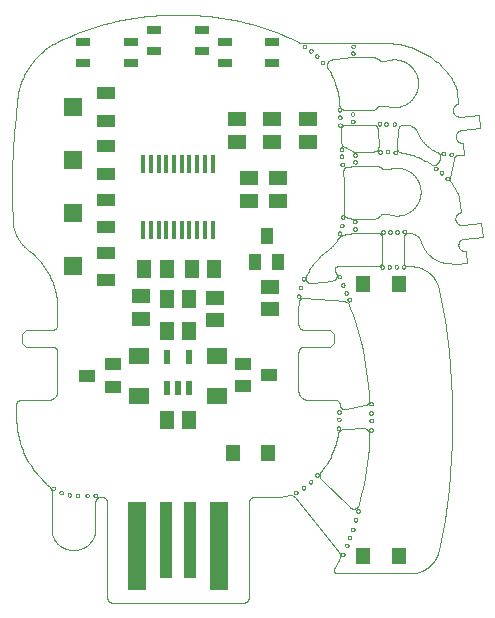
<source format=gbp>
G75*
%MOIN*%
%OFA0B0*%
%FSLAX25Y25*%
%IPPOS*%
%LPD*%
%AMOC8*
5,1,8,0,0,1.08239X$1,22.5*
%
%ADD10C,0.00197*%
%ADD11C,0.00000*%
%ADD12R,0.05000X0.02500*%
%ADD13R,0.05906X0.05118*%
%ADD14R,0.05512X0.03937*%
%ADD15R,0.07087X0.05512*%
%ADD16R,0.01181X0.06299*%
%ADD17R,0.03937X0.05512*%
%ADD18R,0.05906X0.29528*%
%ADD19R,0.03937X0.25591*%
%ADD20R,0.06300X0.04300*%
%ADD21R,0.06300X0.06300*%
%ADD22R,0.02165X0.04724*%
%ADD23R,0.05118X0.05906*%
%ADD24R,0.04724X0.05512*%
D10*
X0028953Y0029365D02*
X0029740Y0029365D01*
X0029906Y0029367D01*
X0030073Y0029373D01*
X0030239Y0029383D01*
X0030405Y0029397D01*
X0030570Y0029415D01*
X0030736Y0029437D01*
X0030900Y0029463D01*
X0031064Y0029493D01*
X0031227Y0029527D01*
X0031389Y0029565D01*
X0031550Y0029607D01*
X0031710Y0029653D01*
X0031869Y0029702D01*
X0032027Y0029756D01*
X0032183Y0029813D01*
X0032338Y0029874D01*
X0032492Y0029938D01*
X0032643Y0030007D01*
X0032794Y0030079D01*
X0032942Y0030154D01*
X0033088Y0030233D01*
X0033233Y0030316D01*
X0033375Y0030402D01*
X0033516Y0030492D01*
X0033654Y0030585D01*
X0033790Y0030681D01*
X0033923Y0030780D01*
X0034054Y0030883D01*
X0034183Y0030989D01*
X0034309Y0031098D01*
X0034432Y0031210D01*
X0034553Y0031325D01*
X0034670Y0031442D01*
X0034785Y0031563D01*
X0034897Y0031686D01*
X0035006Y0031812D01*
X0035112Y0031941D01*
X0035215Y0032072D01*
X0035314Y0032205D01*
X0035410Y0032341D01*
X0035503Y0032479D01*
X0035593Y0032620D01*
X0035679Y0032762D01*
X0035762Y0032907D01*
X0035841Y0033053D01*
X0035916Y0033201D01*
X0035988Y0033352D01*
X0036057Y0033503D01*
X0036121Y0033657D01*
X0036182Y0033812D01*
X0036239Y0033968D01*
X0036293Y0034126D01*
X0036342Y0034285D01*
X0036388Y0034445D01*
X0036430Y0034606D01*
X0036468Y0034768D01*
X0036502Y0034931D01*
X0036532Y0035095D01*
X0036558Y0035259D01*
X0036580Y0035425D01*
X0036598Y0035590D01*
X0036612Y0035756D01*
X0036622Y0035922D01*
X0036628Y0036089D01*
X0036630Y0036255D01*
X0036630Y0045113D01*
X0038598Y0047082D02*
X0038684Y0047080D01*
X0038770Y0047075D01*
X0038855Y0047065D01*
X0038940Y0047052D01*
X0039024Y0047035D01*
X0039108Y0047015D01*
X0039190Y0046991D01*
X0039271Y0046963D01*
X0039352Y0046932D01*
X0039430Y0046898D01*
X0039507Y0046860D01*
X0039583Y0046818D01*
X0039656Y0046774D01*
X0039727Y0046726D01*
X0039797Y0046675D01*
X0039864Y0046621D01*
X0039928Y0046565D01*
X0039990Y0046505D01*
X0040050Y0046443D01*
X0040106Y0046379D01*
X0040160Y0046312D01*
X0040211Y0046242D01*
X0040259Y0046171D01*
X0040303Y0046098D01*
X0040345Y0046022D01*
X0040383Y0045945D01*
X0040417Y0045867D01*
X0040448Y0045786D01*
X0040476Y0045705D01*
X0040500Y0045623D01*
X0040520Y0045539D01*
X0040537Y0045455D01*
X0040550Y0045370D01*
X0040560Y0045285D01*
X0040565Y0045199D01*
X0040567Y0045113D01*
X0040567Y0013617D01*
X0040566Y0013617D02*
X0040568Y0013531D01*
X0040573Y0013445D01*
X0040583Y0013360D01*
X0040596Y0013275D01*
X0040613Y0013191D01*
X0040633Y0013107D01*
X0040657Y0013025D01*
X0040685Y0012944D01*
X0040716Y0012863D01*
X0040750Y0012785D01*
X0040788Y0012708D01*
X0040830Y0012633D01*
X0040874Y0012559D01*
X0040922Y0012488D01*
X0040973Y0012418D01*
X0041027Y0012351D01*
X0041083Y0012287D01*
X0041143Y0012225D01*
X0041205Y0012165D01*
X0041269Y0012109D01*
X0041336Y0012055D01*
X0041406Y0012004D01*
X0041477Y0011956D01*
X0041551Y0011912D01*
X0041626Y0011870D01*
X0041703Y0011832D01*
X0041781Y0011798D01*
X0041862Y0011767D01*
X0041943Y0011739D01*
X0042025Y0011715D01*
X0042109Y0011695D01*
X0042193Y0011678D01*
X0042278Y0011665D01*
X0042363Y0011655D01*
X0042449Y0011650D01*
X0042535Y0011648D01*
X0085843Y0011648D01*
X0085929Y0011650D01*
X0086015Y0011655D01*
X0086100Y0011665D01*
X0086185Y0011678D01*
X0086269Y0011695D01*
X0086353Y0011715D01*
X0086435Y0011739D01*
X0086516Y0011767D01*
X0086597Y0011798D01*
X0086675Y0011832D01*
X0086752Y0011870D01*
X0086828Y0011912D01*
X0086901Y0011956D01*
X0086972Y0012004D01*
X0087042Y0012055D01*
X0087109Y0012109D01*
X0087173Y0012165D01*
X0087235Y0012225D01*
X0087295Y0012287D01*
X0087351Y0012351D01*
X0087405Y0012418D01*
X0087456Y0012488D01*
X0087504Y0012559D01*
X0087548Y0012632D01*
X0087590Y0012708D01*
X0087628Y0012785D01*
X0087662Y0012863D01*
X0087693Y0012944D01*
X0087721Y0013025D01*
X0087745Y0013107D01*
X0087765Y0013191D01*
X0087782Y0013275D01*
X0087795Y0013360D01*
X0087805Y0013445D01*
X0087810Y0013531D01*
X0087812Y0013617D01*
X0087811Y0013617D02*
X0087811Y0045113D01*
X0087813Y0045199D01*
X0087818Y0045285D01*
X0087828Y0045370D01*
X0087841Y0045455D01*
X0087858Y0045539D01*
X0087878Y0045623D01*
X0087902Y0045705D01*
X0087930Y0045786D01*
X0087961Y0045867D01*
X0087995Y0045945D01*
X0088033Y0046022D01*
X0088075Y0046098D01*
X0088119Y0046171D01*
X0088167Y0046242D01*
X0088218Y0046312D01*
X0088272Y0046379D01*
X0088328Y0046443D01*
X0088388Y0046505D01*
X0088450Y0046565D01*
X0088514Y0046621D01*
X0088581Y0046675D01*
X0088651Y0046726D01*
X0088722Y0046774D01*
X0088796Y0046818D01*
X0088871Y0046860D01*
X0088948Y0046898D01*
X0089026Y0046932D01*
X0089107Y0046963D01*
X0089188Y0046991D01*
X0089270Y0047015D01*
X0089354Y0047035D01*
X0089438Y0047052D01*
X0089523Y0047065D01*
X0089608Y0047075D01*
X0089694Y0047080D01*
X0089780Y0047082D01*
X0089780Y0047081D02*
X0097260Y0047081D01*
X0100803Y0047475D02*
X0101156Y0047563D01*
X0101155Y0047563D02*
X0101240Y0047582D01*
X0101324Y0047598D01*
X0101410Y0047609D01*
X0101496Y0047617D01*
X0101582Y0047621D01*
X0101668Y0047622D01*
X0101754Y0047618D01*
X0101840Y0047611D01*
X0101926Y0047600D01*
X0102011Y0047585D01*
X0102095Y0047567D01*
X0102178Y0047545D01*
X0102260Y0047519D01*
X0102342Y0047490D01*
X0102421Y0047457D01*
X0102500Y0047421D01*
X0102576Y0047381D01*
X0102651Y0047338D01*
X0102724Y0047292D01*
X0102794Y0047243D01*
X0102863Y0047191D01*
X0102929Y0047135D01*
X0102993Y0047077D01*
X0103054Y0047016D01*
X0103112Y0046953D01*
X0103168Y0046887D01*
X0103167Y0046887D02*
X0117875Y0028592D01*
X0117925Y0028528D01*
X0117971Y0028462D01*
X0118014Y0028393D01*
X0118054Y0028323D01*
X0118091Y0028251D01*
X0118124Y0028177D01*
X0118154Y0028102D01*
X0118180Y0028025D01*
X0118203Y0027947D01*
X0118223Y0027869D01*
X0118238Y0027789D01*
X0118250Y0027709D01*
X0118258Y0027629D01*
X0118263Y0027548D01*
X0118264Y0027467D01*
X0118261Y0027386D01*
X0118254Y0027305D01*
X0118244Y0027225D01*
X0118230Y0027145D01*
X0118212Y0027066D01*
X0118191Y0026988D01*
X0118166Y0026911D01*
X0118138Y0026835D01*
X0117732Y0025822D01*
X0116354Y0023066D01*
X0116354Y0023065D02*
X0116323Y0023010D01*
X0116295Y0022952D01*
X0116270Y0022894D01*
X0116249Y0022833D01*
X0116232Y0022772D01*
X0116219Y0022709D01*
X0116209Y0022646D01*
X0116204Y0022583D01*
X0116202Y0022519D01*
X0116204Y0022455D01*
X0116210Y0022391D01*
X0116221Y0022328D01*
X0116235Y0022266D01*
X0116252Y0022205D01*
X0116274Y0022145D01*
X0116299Y0022086D01*
X0116328Y0022029D01*
X0116360Y0021974D01*
X0116395Y0021921D01*
X0116434Y0021870D01*
X0116476Y0021822D01*
X0116520Y0021776D01*
X0116568Y0021733D01*
X0116617Y0021693D01*
X0116670Y0021657D01*
X0116724Y0021623D01*
X0116780Y0021593D01*
X0116839Y0021567D01*
X0116898Y0021544D01*
X0116959Y0021525D01*
X0117021Y0021509D01*
X0117084Y0021498D01*
X0117147Y0021490D01*
X0117211Y0021486D01*
X0117275Y0021487D01*
X0117338Y0021491D01*
X0117339Y0021491D02*
X0141354Y0021491D01*
X0141594Y0021491D01*
X0141833Y0021496D01*
X0142072Y0021507D01*
X0142311Y0021524D01*
X0142550Y0021547D01*
X0142788Y0021575D01*
X0143025Y0021609D01*
X0143261Y0021649D01*
X0143497Y0021695D01*
X0143731Y0021746D01*
X0143963Y0021803D01*
X0144195Y0021866D01*
X0144424Y0021934D01*
X0144652Y0022007D01*
X0144879Y0022086D01*
X0145103Y0022171D01*
X0145325Y0022261D01*
X0145545Y0022356D01*
X0145762Y0022457D01*
X0145977Y0022563D01*
X0146190Y0022674D01*
X0146399Y0022790D01*
X0146606Y0022911D01*
X0146810Y0023037D01*
X0147010Y0023168D01*
X0147208Y0023303D01*
X0147402Y0023444D01*
X0147593Y0023589D01*
X0147780Y0023739D01*
X0147963Y0023893D01*
X0148143Y0024051D01*
X0148319Y0024214D01*
X0148490Y0024381D01*
X0148658Y0024552D01*
X0148822Y0024728D01*
X0148981Y0024907D01*
X0149136Y0025090D01*
X0149286Y0025276D01*
X0149432Y0025466D01*
X0149573Y0025660D01*
X0149710Y0025857D01*
X0149842Y0026057D01*
X0149968Y0026260D01*
X0150090Y0026466D01*
X0150207Y0026676D01*
X0150319Y0026888D01*
X0150426Y0027102D01*
X0150527Y0027319D01*
X0150623Y0027539D01*
X0150714Y0027760D01*
X0150799Y0027984D01*
X0150879Y0028210D01*
X0150954Y0028438D01*
X0151023Y0028667D01*
X0151086Y0028898D01*
X0151144Y0029131D01*
X0151196Y0029365D01*
X0124425Y0044326D02*
X0124401Y0044249D01*
X0124374Y0044173D01*
X0124343Y0044099D01*
X0124308Y0044026D01*
X0124270Y0043955D01*
X0124229Y0043886D01*
X0124185Y0043819D01*
X0124138Y0043754D01*
X0124087Y0043691D01*
X0124034Y0043631D01*
X0123978Y0043573D01*
X0123919Y0043518D01*
X0123858Y0043466D01*
X0123795Y0043417D01*
X0123729Y0043370D01*
X0123661Y0043327D01*
X0123591Y0043287D01*
X0123519Y0043251D01*
X0123446Y0043218D01*
X0123371Y0043188D01*
X0123295Y0043162D01*
X0123218Y0043139D01*
X0123140Y0043120D01*
X0123061Y0043105D01*
X0122981Y0043093D01*
X0122901Y0043086D01*
X0122821Y0043082D01*
X0122741Y0043081D01*
X0122660Y0043085D01*
X0122580Y0043092D01*
X0122501Y0043103D01*
X0122421Y0043118D01*
X0122343Y0043136D01*
X0122266Y0043158D01*
X0122190Y0043184D01*
X0122115Y0043213D01*
X0122041Y0043246D01*
X0121969Y0043282D01*
X0121899Y0043321D01*
X0121831Y0043364D01*
X0121765Y0043410D01*
X0121701Y0043459D01*
X0121639Y0043510D01*
X0121580Y0043565D01*
X0112015Y0052840D01*
X0111952Y0052893D01*
X0111892Y0052949D01*
X0111835Y0053009D01*
X0111780Y0053070D01*
X0111728Y0053135D01*
X0111680Y0053201D01*
X0111635Y0053270D01*
X0111593Y0053341D01*
X0111554Y0053414D01*
X0111519Y0053488D01*
X0111488Y0053565D01*
X0111460Y0053642D01*
X0111436Y0053721D01*
X0111416Y0053801D01*
X0111399Y0053881D01*
X0111387Y0053963D01*
X0111378Y0054045D01*
X0111373Y0054127D01*
X0111372Y0054209D01*
X0111375Y0054292D01*
X0111382Y0054374D01*
X0111393Y0054455D01*
X0111407Y0054537D01*
X0111426Y0054617D01*
X0111448Y0054696D01*
X0111474Y0054774D01*
X0111504Y0054851D01*
X0111537Y0054927D01*
X0111574Y0055000D01*
X0111614Y0055072D01*
X0111658Y0055142D01*
X0111705Y0055210D01*
X0111827Y0055349D01*
X0117535Y0067948D02*
X0117623Y0068299D01*
X0117645Y0068376D01*
X0117669Y0068452D01*
X0117698Y0068527D01*
X0117730Y0068601D01*
X0117766Y0068673D01*
X0117804Y0068743D01*
X0117847Y0068811D01*
X0117892Y0068877D01*
X0117941Y0068941D01*
X0117992Y0069002D01*
X0118046Y0069061D01*
X0118104Y0069117D01*
X0118163Y0069171D01*
X0118225Y0069221D01*
X0118290Y0069269D01*
X0118357Y0069313D01*
X0118425Y0069354D01*
X0118496Y0069392D01*
X0118568Y0069426D01*
X0118642Y0069457D01*
X0118718Y0069485D01*
X0118794Y0069509D01*
X0118872Y0069529D01*
X0118950Y0069545D01*
X0119029Y0069558D01*
X0119109Y0069567D01*
X0119189Y0069572D01*
X0126395Y0069855D01*
X0126476Y0069847D01*
X0126556Y0069835D01*
X0126636Y0069819D01*
X0126715Y0069800D01*
X0126793Y0069777D01*
X0126869Y0069750D01*
X0126945Y0069719D01*
X0127018Y0069685D01*
X0127090Y0069648D01*
X0127161Y0069607D01*
X0127229Y0069563D01*
X0127295Y0069516D01*
X0127359Y0069465D01*
X0127420Y0069412D01*
X0127479Y0069356D01*
X0127535Y0069297D01*
X0127588Y0069236D01*
X0127638Y0069172D01*
X0127685Y0069106D01*
X0127729Y0069038D01*
X0127770Y0068967D01*
X0127807Y0068895D01*
X0127841Y0068821D01*
X0127871Y0068746D01*
X0127898Y0068669D01*
X0127921Y0068591D01*
X0127940Y0068512D01*
X0127956Y0068433D01*
X0127967Y0068352D01*
X0127975Y0068272D01*
X0127979Y0068190D01*
X0127980Y0068109D01*
X0127976Y0068028D01*
X0127969Y0067947D01*
X0127976Y0068028D01*
X0127980Y0068109D01*
X0127979Y0068190D01*
X0127975Y0068272D01*
X0127967Y0068352D01*
X0127956Y0068433D01*
X0127940Y0068512D01*
X0127921Y0068591D01*
X0127898Y0068669D01*
X0127871Y0068746D01*
X0127841Y0068821D01*
X0127807Y0068895D01*
X0127770Y0068967D01*
X0127729Y0069038D01*
X0127685Y0069106D01*
X0127638Y0069172D01*
X0127588Y0069236D01*
X0127535Y0069297D01*
X0127479Y0069356D01*
X0127420Y0069412D01*
X0127359Y0069465D01*
X0127295Y0069516D01*
X0127229Y0069563D01*
X0127161Y0069607D01*
X0127090Y0069648D01*
X0127018Y0069685D01*
X0126945Y0069719D01*
X0126869Y0069750D01*
X0126793Y0069777D01*
X0126715Y0069800D01*
X0126636Y0069819D01*
X0126556Y0069835D01*
X0126476Y0069847D01*
X0126395Y0069855D01*
X0126476Y0069847D01*
X0126556Y0069835D01*
X0126636Y0069819D01*
X0126715Y0069800D01*
X0126793Y0069777D01*
X0126869Y0069750D01*
X0126945Y0069719D01*
X0127018Y0069685D01*
X0127090Y0069648D01*
X0127161Y0069607D01*
X0127229Y0069563D01*
X0127295Y0069516D01*
X0127359Y0069465D01*
X0127420Y0069412D01*
X0127479Y0069356D01*
X0127535Y0069297D01*
X0127588Y0069236D01*
X0127638Y0069172D01*
X0127685Y0069106D01*
X0127729Y0069038D01*
X0127770Y0068967D01*
X0127807Y0068895D01*
X0127841Y0068821D01*
X0127871Y0068746D01*
X0127898Y0068669D01*
X0127921Y0068591D01*
X0127940Y0068512D01*
X0127956Y0068433D01*
X0127967Y0068352D01*
X0127975Y0068272D01*
X0127979Y0068190D01*
X0127980Y0068109D01*
X0127976Y0068028D01*
X0127969Y0067947D01*
X0126626Y0077521D02*
X0120056Y0076208D01*
X0120057Y0076207D02*
X0119978Y0076194D01*
X0119900Y0076184D01*
X0119821Y0076178D01*
X0119742Y0076176D01*
X0119662Y0076178D01*
X0119583Y0076184D01*
X0119505Y0076193D01*
X0119426Y0076207D01*
X0119349Y0076224D01*
X0119273Y0076245D01*
X0119197Y0076270D01*
X0119123Y0076298D01*
X0119051Y0076330D01*
X0118980Y0076366D01*
X0118911Y0076405D01*
X0118844Y0076447D01*
X0118779Y0076493D01*
X0118717Y0076542D01*
X0118657Y0076594D01*
X0118599Y0076648D01*
X0118545Y0076706D01*
X0118493Y0076766D01*
X0118444Y0076828D01*
X0118398Y0076893D01*
X0118356Y0076960D01*
X0118317Y0077029D01*
X0118281Y0077100D01*
X0118249Y0077172D01*
X0118220Y0077246D01*
X0118196Y0077321D01*
X0118174Y0077398D01*
X0118157Y0077475D01*
X0118143Y0077553D01*
X0118134Y0077632D01*
X0118128Y0077711D01*
X0118126Y0077790D01*
X0118123Y0077869D01*
X0118116Y0077947D01*
X0118105Y0078025D01*
X0118090Y0078102D01*
X0118072Y0078178D01*
X0118050Y0078253D01*
X0118024Y0078327D01*
X0117995Y0078400D01*
X0117962Y0078471D01*
X0117926Y0078541D01*
X0117886Y0078609D01*
X0117843Y0078674D01*
X0117797Y0078738D01*
X0117748Y0078799D01*
X0117695Y0078858D01*
X0117640Y0078914D01*
X0117583Y0078967D01*
X0117523Y0079017D01*
X0117460Y0079065D01*
X0117395Y0079109D01*
X0117328Y0079150D01*
X0117259Y0079187D01*
X0117189Y0079222D01*
X0117116Y0079252D01*
X0117043Y0079280D01*
X0116968Y0079303D01*
X0116892Y0079323D01*
X0116815Y0079339D01*
X0116738Y0079351D01*
X0116660Y0079359D01*
X0116581Y0079364D01*
X0116503Y0079365D01*
X0107567Y0079365D01*
X0107459Y0079360D01*
X0107351Y0079359D01*
X0107243Y0079362D01*
X0107135Y0079368D01*
X0107027Y0079378D01*
X0106920Y0079393D01*
X0106813Y0079411D01*
X0106707Y0079432D01*
X0106602Y0079458D01*
X0106498Y0079487D01*
X0106395Y0079520D01*
X0106293Y0079557D01*
X0106193Y0079597D01*
X0106094Y0079641D01*
X0105996Y0079688D01*
X0105901Y0079739D01*
X0105807Y0079793D01*
X0105716Y0079851D01*
X0105626Y0079911D01*
X0105539Y0079975D01*
X0105454Y0080042D01*
X0105371Y0080112D01*
X0105291Y0080185D01*
X0105214Y0080260D01*
X0105139Y0080339D01*
X0105067Y0080419D01*
X0104999Y0080503D01*
X0104933Y0080589D01*
X0104870Y0080677D01*
X0104811Y0080767D01*
X0104754Y0080860D01*
X0104701Y0080954D01*
X0104652Y0081050D01*
X0104606Y0081148D01*
X0104563Y0081247D01*
X0104524Y0081348D01*
X0104489Y0081451D01*
X0104457Y0081554D01*
X0104429Y0081658D01*
X0104405Y0081764D01*
X0104385Y0081870D01*
X0104368Y0081977D01*
X0104355Y0082084D01*
X0104346Y0082192D01*
X0104346Y0095113D01*
X0104348Y0095199D01*
X0104353Y0095285D01*
X0104363Y0095370D01*
X0104376Y0095455D01*
X0104393Y0095539D01*
X0104413Y0095623D01*
X0104437Y0095705D01*
X0104465Y0095786D01*
X0104496Y0095867D01*
X0104530Y0095945D01*
X0104568Y0096022D01*
X0104610Y0096098D01*
X0104654Y0096171D01*
X0104702Y0096242D01*
X0104753Y0096312D01*
X0104807Y0096379D01*
X0104863Y0096443D01*
X0104923Y0096505D01*
X0104985Y0096565D01*
X0105049Y0096621D01*
X0105116Y0096675D01*
X0105186Y0096726D01*
X0105257Y0096774D01*
X0105331Y0096818D01*
X0105406Y0096860D01*
X0105483Y0096898D01*
X0105561Y0096932D01*
X0105642Y0096963D01*
X0105723Y0096991D01*
X0105805Y0097015D01*
X0105889Y0097035D01*
X0105973Y0097052D01*
X0106058Y0097065D01*
X0106143Y0097075D01*
X0106229Y0097080D01*
X0106315Y0097082D01*
X0106315Y0097081D02*
X0114976Y0097081D01*
X0116157Y0098262D01*
X0116157Y0101412D01*
X0114976Y0102593D01*
X0106315Y0102593D01*
X0106229Y0102595D01*
X0106143Y0102600D01*
X0106058Y0102610D01*
X0105973Y0102623D01*
X0105889Y0102640D01*
X0105805Y0102660D01*
X0105723Y0102684D01*
X0105642Y0102712D01*
X0105561Y0102743D01*
X0105483Y0102777D01*
X0105406Y0102815D01*
X0105331Y0102857D01*
X0105257Y0102901D01*
X0105186Y0102949D01*
X0105116Y0103000D01*
X0105049Y0103054D01*
X0104985Y0103110D01*
X0104923Y0103170D01*
X0104863Y0103232D01*
X0104807Y0103296D01*
X0104753Y0103363D01*
X0104702Y0103433D01*
X0104654Y0103504D01*
X0104610Y0103578D01*
X0104568Y0103653D01*
X0104530Y0103730D01*
X0104496Y0103808D01*
X0104465Y0103889D01*
X0104437Y0103970D01*
X0104413Y0104052D01*
X0104393Y0104136D01*
X0104376Y0104220D01*
X0104363Y0104305D01*
X0104353Y0104390D01*
X0104348Y0104476D01*
X0104346Y0104562D01*
X0104346Y0109680D01*
X0104543Y0112042D02*
X0104554Y0112120D01*
X0104570Y0112197D01*
X0104589Y0112274D01*
X0104611Y0112349D01*
X0104638Y0112423D01*
X0104668Y0112496D01*
X0104701Y0112567D01*
X0104738Y0112637D01*
X0104778Y0112704D01*
X0104821Y0112770D01*
X0104868Y0112834D01*
X0104917Y0112895D01*
X0104969Y0112954D01*
X0105024Y0113010D01*
X0105082Y0113063D01*
X0105142Y0113114D01*
X0105205Y0113161D01*
X0105270Y0113206D01*
X0105337Y0113247D01*
X0105405Y0113285D01*
X0105476Y0113320D01*
X0105548Y0113352D01*
X0105622Y0113379D01*
X0105697Y0113404D01*
X0105773Y0113424D01*
X0105849Y0113441D01*
X0105927Y0113454D01*
X0106005Y0113464D01*
X0106084Y0113469D01*
X0106162Y0113471D01*
X0106241Y0113469D01*
X0106319Y0113463D01*
X0106320Y0113463D02*
X0119864Y0112141D01*
X0119863Y0112141D02*
X0119943Y0112131D01*
X0120021Y0112118D01*
X0120100Y0112101D01*
X0120177Y0112080D01*
X0120253Y0112056D01*
X0120328Y0112028D01*
X0120401Y0111996D01*
X0120473Y0111961D01*
X0120543Y0111923D01*
X0120611Y0111881D01*
X0120677Y0111836D01*
X0120741Y0111788D01*
X0120803Y0111737D01*
X0120862Y0111683D01*
X0120918Y0111627D01*
X0120972Y0111567D01*
X0121023Y0111506D01*
X0121071Y0111442D01*
X0121116Y0111376D01*
X0121157Y0111307D01*
X0121195Y0111237D01*
X0121230Y0111165D01*
X0121262Y0111092D01*
X0121669Y0110073D01*
X0104544Y0112042D02*
X0104501Y0111808D01*
X0104463Y0111574D01*
X0104430Y0111339D01*
X0104402Y0111103D01*
X0104380Y0110866D01*
X0104363Y0110629D01*
X0104351Y0110392D01*
X0104345Y0110155D01*
X0104343Y0109917D01*
X0104347Y0109680D01*
X0108874Y0118193D02*
X0115559Y0119131D01*
X0115559Y0119132D02*
X0115638Y0119140D01*
X0115718Y0119152D01*
X0115796Y0119168D01*
X0115874Y0119188D01*
X0115950Y0119212D01*
X0116026Y0119239D01*
X0116100Y0119269D01*
X0116172Y0119304D01*
X0116243Y0119341D01*
X0116312Y0119382D01*
X0116378Y0119426D01*
X0116443Y0119474D01*
X0116505Y0119524D01*
X0116565Y0119577D01*
X0116622Y0119634D01*
X0116677Y0119692D01*
X0116728Y0119754D01*
X0116777Y0119817D01*
X0116822Y0119883D01*
X0116864Y0119952D01*
X0116903Y0120022D01*
X0116939Y0120093D01*
X0116971Y0120167D01*
X0116999Y0120242D01*
X0117024Y0120318D01*
X0117046Y0120395D01*
X0117063Y0120473D01*
X0117077Y0120552D01*
X0117087Y0120632D01*
X0117093Y0120712D01*
X0117095Y0120792D01*
X0117093Y0120872D01*
X0117088Y0120952D01*
X0117079Y0121031D01*
X0117066Y0121110D01*
X0117049Y0121189D01*
X0117028Y0121266D01*
X0117004Y0121342D01*
X0116976Y0121418D01*
X0116945Y0121491D01*
X0116551Y0122278D01*
X0116521Y0122334D01*
X0116495Y0122391D01*
X0116472Y0122450D01*
X0116453Y0122510D01*
X0116437Y0122571D01*
X0116425Y0122633D01*
X0116417Y0122695D01*
X0116412Y0122758D01*
X0116411Y0122821D01*
X0116414Y0122884D01*
X0116421Y0122947D01*
X0116431Y0123009D01*
X0116445Y0123070D01*
X0116463Y0123131D01*
X0116484Y0123190D01*
X0116509Y0123248D01*
X0116537Y0123305D01*
X0116569Y0123359D01*
X0116603Y0123412D01*
X0116641Y0123462D01*
X0116682Y0123511D01*
X0116725Y0123556D01*
X0116772Y0123599D01*
X0116820Y0123639D01*
X0116871Y0123676D01*
X0116924Y0123710D01*
X0116979Y0123741D01*
X0117036Y0123769D01*
X0117094Y0123793D01*
X0117154Y0123813D01*
X0117215Y0123830D01*
X0117276Y0123843D01*
X0117338Y0123853D01*
X0117339Y0123853D02*
X0130724Y0123853D01*
X0130801Y0123855D01*
X0130878Y0123861D01*
X0130955Y0123870D01*
X0131031Y0123883D01*
X0131107Y0123900D01*
X0131181Y0123921D01*
X0131255Y0123945D01*
X0131327Y0123973D01*
X0131397Y0124004D01*
X0131466Y0124039D01*
X0131534Y0124077D01*
X0131599Y0124118D01*
X0131662Y0124163D01*
X0131723Y0124211D01*
X0131782Y0124261D01*
X0131838Y0124314D01*
X0131891Y0124370D01*
X0131941Y0124429D01*
X0131989Y0124490D01*
X0132034Y0124553D01*
X0132075Y0124618D01*
X0132113Y0124686D01*
X0132148Y0124755D01*
X0132179Y0124825D01*
X0132207Y0124897D01*
X0132231Y0124971D01*
X0132252Y0125045D01*
X0132269Y0125121D01*
X0132282Y0125197D01*
X0132291Y0125274D01*
X0132297Y0125351D01*
X0132299Y0125428D01*
X0132299Y0133400D01*
X0132297Y0133477D01*
X0132291Y0133554D01*
X0132282Y0133631D01*
X0132269Y0133707D01*
X0132252Y0133783D01*
X0132231Y0133857D01*
X0132207Y0133931D01*
X0132179Y0134003D01*
X0132148Y0134073D01*
X0132113Y0134142D01*
X0132075Y0134210D01*
X0132034Y0134275D01*
X0131989Y0134338D01*
X0131941Y0134399D01*
X0131891Y0134458D01*
X0131838Y0134514D01*
X0131782Y0134567D01*
X0131723Y0134617D01*
X0131662Y0134665D01*
X0131599Y0134710D01*
X0131534Y0134751D01*
X0131466Y0134789D01*
X0131397Y0134824D01*
X0131327Y0134855D01*
X0131255Y0134883D01*
X0131181Y0134907D01*
X0131107Y0134928D01*
X0131031Y0134945D01*
X0130955Y0134958D01*
X0130878Y0134967D01*
X0130801Y0134973D01*
X0130724Y0134975D01*
X0123047Y0134975D01*
X0122779Y0134926D02*
X0118800Y0134143D01*
X0117637Y0133308D02*
X0117240Y0132613D01*
X0117637Y0133307D02*
X0117679Y0133378D01*
X0117725Y0133446D01*
X0117774Y0133512D01*
X0117826Y0133575D01*
X0117881Y0133636D01*
X0117938Y0133694D01*
X0117999Y0133750D01*
X0118062Y0133802D01*
X0118127Y0133852D01*
X0118195Y0133898D01*
X0118265Y0133941D01*
X0118337Y0133980D01*
X0118410Y0134016D01*
X0118486Y0134049D01*
X0118562Y0134078D01*
X0118640Y0134103D01*
X0118719Y0134125D01*
X0118799Y0134143D01*
X0122779Y0134926D02*
X0122845Y0134943D01*
X0122912Y0134957D01*
X0122979Y0134968D01*
X0123047Y0134975D01*
X0123082Y0139680D02*
X0129228Y0139680D01*
X0131984Y0141255D02*
X0134346Y0141255D01*
X0131984Y0141255D02*
X0131922Y0141159D01*
X0131856Y0141066D01*
X0131788Y0140975D01*
X0131716Y0140886D01*
X0131642Y0140800D01*
X0131564Y0140716D01*
X0131484Y0140635D01*
X0131401Y0140557D01*
X0131316Y0140482D01*
X0131228Y0140409D01*
X0131137Y0140340D01*
X0131045Y0140274D01*
X0130950Y0140211D01*
X0130853Y0140151D01*
X0130754Y0140094D01*
X0130653Y0140041D01*
X0130550Y0139991D01*
X0130446Y0139945D01*
X0130341Y0139903D01*
X0130234Y0139863D01*
X0130125Y0139828D01*
X0130016Y0139796D01*
X0129905Y0139768D01*
X0129794Y0139744D01*
X0129682Y0139724D01*
X0129569Y0139707D01*
X0129456Y0139694D01*
X0129342Y0139685D01*
X0129228Y0139680D01*
X0139385Y0161647D02*
X0140006Y0161514D01*
X0140623Y0161366D01*
X0141237Y0161204D01*
X0141847Y0161027D01*
X0142452Y0160836D01*
X0143053Y0160631D01*
X0143649Y0160412D01*
X0144239Y0160179D01*
X0144824Y0159933D01*
X0145403Y0159672D01*
X0145976Y0159399D01*
X0146542Y0159111D01*
X0147101Y0158811D01*
X0147653Y0158498D01*
X0147654Y0158499D02*
X0148584Y0157879D01*
X0148583Y0157879D02*
X0148648Y0157837D01*
X0148715Y0157800D01*
X0148784Y0157765D01*
X0148854Y0157734D01*
X0148926Y0157706D01*
X0148999Y0157682D01*
X0149073Y0157662D01*
X0149148Y0157645D01*
X0149224Y0157631D01*
X0149300Y0157622D01*
X0149377Y0157616D01*
X0149453Y0157614D01*
X0149530Y0157616D01*
X0149607Y0157621D01*
X0149683Y0157630D01*
X0149759Y0157643D01*
X0149834Y0157660D01*
X0149908Y0157680D01*
X0149981Y0157704D01*
X0150053Y0157731D01*
X0150124Y0157762D01*
X0150192Y0157796D01*
X0150259Y0157834D01*
X0150325Y0157874D01*
X0150388Y0157918D01*
X0150449Y0157965D01*
X0150507Y0158015D01*
X0150563Y0158068D01*
X0150616Y0158123D01*
X0150667Y0158181D01*
X0150715Y0158241D01*
X0150760Y0158304D01*
X0150801Y0158368D01*
X0150840Y0158435D01*
X0151501Y0159646D01*
X0151501Y0159647D02*
X0151536Y0159716D01*
X0151568Y0159786D01*
X0151597Y0159858D01*
X0151621Y0159932D01*
X0151643Y0160006D01*
X0151660Y0160082D01*
X0151674Y0160158D01*
X0151684Y0160235D01*
X0151690Y0160312D01*
X0151693Y0160389D01*
X0151692Y0160467D01*
X0151687Y0160544D01*
X0151678Y0160621D01*
X0151665Y0160697D01*
X0151648Y0160773D01*
X0151628Y0160848D01*
X0151605Y0160921D01*
X0151577Y0160994D01*
X0151546Y0161065D01*
X0151512Y0161134D01*
X0151474Y0161202D01*
X0151433Y0161268D01*
X0151389Y0161331D01*
X0151342Y0161393D01*
X0151291Y0161452D01*
X0151238Y0161508D01*
X0151183Y0161562D01*
X0151124Y0161613D01*
X0151063Y0161661D01*
X0151000Y0161706D01*
X0150935Y0161747D01*
X0150868Y0161786D01*
X0150799Y0161821D01*
X0150728Y0161853D01*
X0150656Y0161881D01*
X0150213Y0162042D01*
X0156093Y0159695D02*
X0154861Y0153226D01*
X0155097Y0152057D02*
X0156315Y0150231D01*
X0155098Y0152057D02*
X0155057Y0152122D01*
X0155019Y0152188D01*
X0154985Y0152257D01*
X0154954Y0152326D01*
X0154926Y0152398D01*
X0154902Y0152470D01*
X0154881Y0152544D01*
X0154864Y0152618D01*
X0154851Y0152693D01*
X0154841Y0152769D01*
X0154835Y0152845D01*
X0154833Y0152922D01*
X0154834Y0152998D01*
X0154840Y0153074D01*
X0154848Y0153150D01*
X0154861Y0153226D01*
X0156093Y0159695D02*
X0156109Y0159771D01*
X0156130Y0159847D01*
X0156154Y0159921D01*
X0156181Y0159994D01*
X0156213Y0160066D01*
X0156248Y0160136D01*
X0156286Y0160204D01*
X0156328Y0160271D01*
X0156372Y0160335D01*
X0156420Y0160397D01*
X0156471Y0160456D01*
X0156525Y0160513D01*
X0156582Y0160567D01*
X0156641Y0160618D01*
X0156703Y0160666D01*
X0156767Y0160711D01*
X0156833Y0160753D01*
X0156901Y0160791D01*
X0156971Y0160826D01*
X0157043Y0160857D01*
X0157116Y0160885D01*
X0157191Y0160909D01*
X0157266Y0160930D01*
X0157342Y0160947D01*
X0157420Y0160960D01*
X0157497Y0160969D01*
X0157497Y0160968D02*
X0158480Y0161058D01*
X0159661Y0161058D01*
X0159196Y0165035D01*
X0159106Y0165027D01*
X0159016Y0165022D01*
X0158925Y0165021D01*
X0158834Y0165024D01*
X0158744Y0165031D01*
X0158654Y0165042D01*
X0158564Y0165056D01*
X0158476Y0165075D01*
X0158388Y0165097D01*
X0158301Y0165122D01*
X0158215Y0165152D01*
X0158130Y0165185D01*
X0158047Y0165221D01*
X0157966Y0165262D01*
X0157887Y0165305D01*
X0157809Y0165352D01*
X0157733Y0165402D01*
X0157660Y0165455D01*
X0157589Y0165512D01*
X0157520Y0165571D01*
X0157454Y0165633D01*
X0157391Y0165698D01*
X0157330Y0165765D01*
X0157273Y0165836D01*
X0157218Y0165908D01*
X0157167Y0165983D01*
X0157119Y0166059D01*
X0157074Y0166138D01*
X0157032Y0166219D01*
X0156994Y0166301D01*
X0156959Y0166385D01*
X0156928Y0166470D01*
X0156901Y0166556D01*
X0156878Y0166644D01*
X0156858Y0166733D01*
X0156841Y0166822D01*
X0156829Y0166912D01*
X0156821Y0167002D01*
X0156816Y0167092D01*
X0156815Y0167183D01*
X0156818Y0167274D01*
X0156825Y0167364D01*
X0156836Y0167454D01*
X0156850Y0167544D01*
X0156869Y0167632D01*
X0156891Y0167720D01*
X0156916Y0167807D01*
X0156946Y0167893D01*
X0156979Y0167978D01*
X0157015Y0168061D01*
X0157056Y0168142D01*
X0157099Y0168221D01*
X0157146Y0168299D01*
X0157196Y0168375D01*
X0157249Y0168448D01*
X0157306Y0168519D01*
X0157365Y0168588D01*
X0157427Y0168654D01*
X0157492Y0168717D01*
X0157559Y0168778D01*
X0157630Y0168835D01*
X0157702Y0168890D01*
X0157777Y0168941D01*
X0157853Y0168989D01*
X0157932Y0169034D01*
X0158013Y0169076D01*
X0158095Y0169114D01*
X0158179Y0169149D01*
X0158264Y0169180D01*
X0158350Y0169207D01*
X0158438Y0169230D01*
X0158527Y0169250D01*
X0158616Y0169267D01*
X0158706Y0169279D01*
X0158705Y0169279D02*
X0164977Y0169932D01*
X0164449Y0174422D01*
X0158178Y0173769D01*
X0158177Y0173769D02*
X0158087Y0173761D01*
X0157997Y0173756D01*
X0157906Y0173755D01*
X0157815Y0173758D01*
X0157725Y0173765D01*
X0157635Y0173776D01*
X0157545Y0173790D01*
X0157457Y0173809D01*
X0157369Y0173831D01*
X0157282Y0173856D01*
X0157196Y0173886D01*
X0157111Y0173919D01*
X0157028Y0173955D01*
X0156947Y0173996D01*
X0156868Y0174039D01*
X0156790Y0174086D01*
X0156714Y0174136D01*
X0156641Y0174189D01*
X0156570Y0174246D01*
X0156501Y0174305D01*
X0156435Y0174367D01*
X0156372Y0174432D01*
X0156311Y0174499D01*
X0156254Y0174570D01*
X0156199Y0174642D01*
X0156148Y0174717D01*
X0156100Y0174793D01*
X0156055Y0174872D01*
X0156013Y0174953D01*
X0155975Y0175035D01*
X0155940Y0175119D01*
X0155909Y0175204D01*
X0155882Y0175290D01*
X0155859Y0175378D01*
X0155839Y0175467D01*
X0155822Y0175556D01*
X0155810Y0175646D01*
X0155802Y0175736D01*
X0155797Y0175826D01*
X0155796Y0175917D01*
X0155799Y0176008D01*
X0155806Y0176098D01*
X0155817Y0176188D01*
X0155831Y0176278D01*
X0155850Y0176366D01*
X0155872Y0176454D01*
X0155897Y0176541D01*
X0155927Y0176627D01*
X0155960Y0176712D01*
X0155996Y0176795D01*
X0156037Y0176876D01*
X0156080Y0176955D01*
X0156127Y0177033D01*
X0156177Y0177109D01*
X0156230Y0177182D01*
X0156287Y0177253D01*
X0156346Y0177322D01*
X0156408Y0177388D01*
X0156473Y0177451D01*
X0156540Y0177512D01*
X0156611Y0177569D01*
X0156683Y0177624D01*
X0156758Y0177675D01*
X0156834Y0177723D01*
X0156913Y0177768D01*
X0156994Y0177810D01*
X0157076Y0177848D01*
X0157160Y0177883D01*
X0157245Y0177914D01*
X0157331Y0177941D01*
X0157419Y0177964D01*
X0157508Y0177984D01*
X0157597Y0178001D01*
X0157687Y0178013D01*
X0157123Y0182750D01*
X0144110Y0168341D02*
X0144240Y0168061D01*
X0144377Y0167785D01*
X0144520Y0167512D01*
X0144670Y0167242D01*
X0144826Y0166976D01*
X0144989Y0166714D01*
X0145158Y0166456D01*
X0145333Y0166202D01*
X0145514Y0165952D01*
X0145701Y0165706D01*
X0145893Y0165465D01*
X0146091Y0165229D01*
X0146295Y0164997D01*
X0146505Y0164770D01*
X0146719Y0164549D01*
X0146939Y0164332D01*
X0147164Y0164121D01*
X0147394Y0163916D01*
X0147629Y0163715D01*
X0147868Y0163521D01*
X0148112Y0163332D01*
X0148361Y0163149D01*
X0148614Y0162972D01*
X0148871Y0162802D01*
X0149131Y0162637D01*
X0149396Y0162478D01*
X0149665Y0162326D01*
X0149937Y0162181D01*
X0150212Y0162042D01*
X0139386Y0161648D02*
X0138460Y0161803D01*
X0138460Y0161802D02*
X0138383Y0161817D01*
X0138307Y0161836D01*
X0138232Y0161858D01*
X0138158Y0161884D01*
X0138086Y0161914D01*
X0138015Y0161947D01*
X0137945Y0161984D01*
X0137878Y0162024D01*
X0137813Y0162068D01*
X0137750Y0162114D01*
X0137690Y0162164D01*
X0137632Y0162217D01*
X0137576Y0162272D01*
X0137524Y0162330D01*
X0137474Y0162391D01*
X0137428Y0162454D01*
X0137385Y0162519D01*
X0137345Y0162587D01*
X0137308Y0162656D01*
X0137275Y0162727D01*
X0137245Y0162800D01*
X0137220Y0162874D01*
X0137198Y0162949D01*
X0137179Y0163025D01*
X0137165Y0163102D01*
X0137154Y0163180D01*
X0137147Y0163258D01*
X0137144Y0163336D01*
X0137145Y0163414D01*
X0137150Y0163492D01*
X0137150Y0163493D02*
X0137686Y0169659D01*
X0137686Y0169658D02*
X0137695Y0169736D01*
X0137707Y0169813D01*
X0137723Y0169889D01*
X0137743Y0169964D01*
X0137767Y0170038D01*
X0137794Y0170111D01*
X0137825Y0170183D01*
X0137860Y0170253D01*
X0137898Y0170321D01*
X0137939Y0170387D01*
X0137983Y0170451D01*
X0138031Y0170513D01*
X0138081Y0170572D01*
X0138135Y0170629D01*
X0138191Y0170683D01*
X0138249Y0170734D01*
X0138311Y0170782D01*
X0138374Y0170828D01*
X0138440Y0170870D01*
X0138507Y0170908D01*
X0138577Y0170943D01*
X0138648Y0170975D01*
X0138720Y0171004D01*
X0138794Y0171028D01*
X0138869Y0171049D01*
X0138945Y0171066D01*
X0139022Y0171080D01*
X0139099Y0171089D01*
X0139177Y0171095D01*
X0139255Y0171097D01*
X0140173Y0171097D01*
X0140173Y0171098D02*
X0140301Y0171095D01*
X0140428Y0171088D01*
X0140555Y0171077D01*
X0140682Y0171063D01*
X0140809Y0171044D01*
X0140935Y0171022D01*
X0141060Y0170996D01*
X0141184Y0170966D01*
X0141307Y0170933D01*
X0141429Y0170896D01*
X0141550Y0170855D01*
X0141670Y0170811D01*
X0141788Y0170763D01*
X0141905Y0170711D01*
X0142021Y0170656D01*
X0142134Y0170598D01*
X0142246Y0170536D01*
X0142356Y0170471D01*
X0142464Y0170402D01*
X0142569Y0170331D01*
X0142673Y0170256D01*
X0142774Y0170178D01*
X0142873Y0170097D01*
X0142969Y0170013D01*
X0143063Y0169927D01*
X0143154Y0169837D01*
X0143243Y0169745D01*
X0143328Y0169650D01*
X0143411Y0169553D01*
X0143491Y0169453D01*
X0143567Y0169351D01*
X0143641Y0169246D01*
X0143711Y0169140D01*
X0143779Y0169031D01*
X0143842Y0168921D01*
X0143903Y0168808D01*
X0143960Y0168694D01*
X0144014Y0168578D01*
X0144064Y0168461D01*
X0144110Y0168342D01*
X0157123Y0182750D02*
X0156949Y0183227D01*
X0156764Y0183700D01*
X0156567Y0184168D01*
X0156358Y0184631D01*
X0156138Y0185089D01*
X0155907Y0185542D01*
X0155665Y0185988D01*
X0155412Y0186429D01*
X0155149Y0186863D01*
X0154875Y0187291D01*
X0154590Y0187711D01*
X0154296Y0188125D01*
X0153991Y0188531D01*
X0153676Y0188930D01*
X0153352Y0189321D01*
X0153018Y0189704D01*
X0152675Y0190078D01*
X0152323Y0190444D01*
X0151962Y0190802D01*
X0151592Y0191150D01*
X0151214Y0191489D01*
X0150828Y0191819D01*
X0150434Y0192139D01*
X0150032Y0192450D01*
X0149622Y0192751D01*
X0133480Y0192357D02*
X0133664Y0192423D01*
X0133850Y0192484D01*
X0134037Y0192540D01*
X0134225Y0192591D01*
X0134415Y0192638D01*
X0134606Y0192681D01*
X0134797Y0192718D01*
X0134990Y0192751D01*
X0135183Y0192779D01*
X0135377Y0192803D01*
X0135572Y0192821D01*
X0135767Y0192835D01*
X0135962Y0192844D01*
X0136157Y0192849D01*
X0136352Y0192848D01*
X0136548Y0192843D01*
X0136743Y0192833D01*
X0136938Y0192818D01*
X0137132Y0192798D01*
X0137326Y0192774D01*
X0137519Y0192745D01*
X0137712Y0192711D01*
X0137903Y0192673D01*
X0138094Y0192630D01*
X0138283Y0192582D01*
X0138471Y0192529D01*
X0138658Y0192472D01*
X0138843Y0192411D01*
X0139027Y0192344D01*
X0139209Y0192274D01*
X0139390Y0192199D01*
X0139568Y0192119D01*
X0139745Y0192035D01*
X0139919Y0191947D01*
X0140091Y0191855D01*
X0140261Y0191758D01*
X0140428Y0191658D01*
X0140593Y0191553D01*
X0140756Y0191444D01*
X0140915Y0191331D01*
X0141072Y0191215D01*
X0141226Y0191094D01*
X0141377Y0190970D01*
X0141524Y0190842D01*
X0141669Y0190711D01*
X0141810Y0190576D01*
X0141948Y0190438D01*
X0142083Y0190296D01*
X0142214Y0190151D01*
X0142341Y0190003D01*
X0142465Y0189852D01*
X0142585Y0189698D01*
X0142701Y0189541D01*
X0142814Y0189381D01*
X0142922Y0189219D01*
X0143026Y0189053D01*
X0143127Y0188886D01*
X0143223Y0188716D01*
X0143315Y0188543D01*
X0143403Y0188369D01*
X0143486Y0188192D01*
X0143565Y0188013D01*
X0143640Y0187833D01*
X0143710Y0187651D01*
X0143776Y0187467D01*
X0143837Y0187281D01*
X0143893Y0187094D01*
X0143946Y0186906D01*
X0143993Y0186716D01*
X0144036Y0186526D01*
X0144074Y0186334D01*
X0144107Y0186142D01*
X0144136Y0185948D01*
X0144160Y0185754D01*
X0144179Y0185560D01*
X0144193Y0185365D01*
X0144203Y0185170D01*
X0144207Y0184975D01*
X0144207Y0184779D01*
X0144203Y0184584D01*
X0144193Y0184389D01*
X0144179Y0184194D01*
X0144160Y0184000D01*
X0144136Y0183806D01*
X0144107Y0183612D01*
X0144074Y0183420D01*
X0144036Y0183228D01*
X0143993Y0183038D01*
X0143946Y0182848D01*
X0143893Y0182660D01*
X0143837Y0182473D01*
X0143776Y0182287D01*
X0143710Y0182103D01*
X0143640Y0181921D01*
X0143565Y0181741D01*
X0143486Y0181562D01*
X0143403Y0181385D01*
X0143315Y0181211D01*
X0143223Y0181038D01*
X0143127Y0180868D01*
X0143026Y0180701D01*
X0142922Y0180535D01*
X0142814Y0180373D01*
X0142701Y0180213D01*
X0142585Y0180056D01*
X0142465Y0179902D01*
X0142341Y0179751D01*
X0142214Y0179603D01*
X0142083Y0179458D01*
X0141948Y0179316D01*
X0141810Y0179178D01*
X0141669Y0179043D01*
X0141524Y0178912D01*
X0141377Y0178784D01*
X0141226Y0178660D01*
X0141072Y0178539D01*
X0140915Y0178423D01*
X0140756Y0178310D01*
X0140593Y0178201D01*
X0140428Y0178096D01*
X0140261Y0177996D01*
X0140091Y0177899D01*
X0139919Y0177807D01*
X0139745Y0177719D01*
X0139568Y0177635D01*
X0139390Y0177555D01*
X0139209Y0177480D01*
X0139027Y0177410D01*
X0138843Y0177343D01*
X0138658Y0177282D01*
X0138471Y0177225D01*
X0138283Y0177172D01*
X0138094Y0177124D01*
X0137903Y0177081D01*
X0137712Y0177043D01*
X0137519Y0177009D01*
X0137326Y0176980D01*
X0137132Y0176956D01*
X0136938Y0176936D01*
X0136743Y0176921D01*
X0136548Y0176911D01*
X0136352Y0176906D01*
X0136157Y0176905D01*
X0135962Y0176910D01*
X0135767Y0176919D01*
X0135572Y0176933D01*
X0135377Y0176951D01*
X0135183Y0176975D01*
X0134990Y0177003D01*
X0134797Y0177036D01*
X0134606Y0177073D01*
X0134415Y0177116D01*
X0134225Y0177163D01*
X0134037Y0177214D01*
X0133850Y0177270D01*
X0133664Y0177331D01*
X0133480Y0177397D01*
X0133480Y0177396D02*
X0131118Y0177396D01*
X0128362Y0175822D02*
X0122142Y0175822D01*
X0121985Y0175829D02*
X0119480Y0176080D01*
X0119480Y0176079D02*
X0119399Y0176089D01*
X0119318Y0176103D01*
X0119238Y0176121D01*
X0119160Y0176143D01*
X0119082Y0176169D01*
X0119006Y0176198D01*
X0118931Y0176231D01*
X0118858Y0176268D01*
X0118787Y0176308D01*
X0118717Y0176351D01*
X0118650Y0176398D01*
X0118586Y0176448D01*
X0118524Y0176501D01*
X0118464Y0176557D01*
X0118408Y0176616D01*
X0118354Y0176678D01*
X0118303Y0176742D01*
X0118256Y0176808D01*
X0118211Y0176877D01*
X0118170Y0176948D01*
X0118133Y0177020D01*
X0118099Y0177095D01*
X0118069Y0177171D01*
X0118043Y0177248D01*
X0118020Y0177326D01*
X0118001Y0177406D01*
X0117986Y0177486D01*
X0117975Y0177567D01*
X0117976Y0177568D02*
X0117929Y0177987D01*
X0121985Y0175829D02*
X0122064Y0175823D01*
X0122142Y0175821D01*
X0120119Y0171097D02*
X0129217Y0171097D01*
X0129295Y0171095D01*
X0129372Y0171089D01*
X0129449Y0171080D01*
X0129525Y0171067D01*
X0129601Y0171049D01*
X0129676Y0171029D01*
X0129749Y0171004D01*
X0129822Y0170976D01*
X0129892Y0170945D01*
X0129962Y0170910D01*
X0130029Y0170871D01*
X0130095Y0170830D01*
X0130158Y0170785D01*
X0130219Y0170737D01*
X0130278Y0170686D01*
X0130334Y0170633D01*
X0130387Y0170576D01*
X0130437Y0170518D01*
X0130485Y0170456D01*
X0130529Y0170393D01*
X0130571Y0170327D01*
X0130609Y0170259D01*
X0130643Y0170190D01*
X0130674Y0170119D01*
X0130702Y0170046D01*
X0130726Y0169973D01*
X0130746Y0169898D01*
X0130763Y0169822D01*
X0130776Y0169746D01*
X0130785Y0169669D01*
X0130790Y0169591D01*
X0130791Y0169592D02*
X0131046Y0163784D01*
X0131048Y0163707D01*
X0131046Y0163630D01*
X0131040Y0163553D01*
X0131030Y0163477D01*
X0131016Y0163401D01*
X0130999Y0163326D01*
X0130978Y0163252D01*
X0130954Y0163179D01*
X0130926Y0163107D01*
X0130894Y0163036D01*
X0130859Y0162968D01*
X0130821Y0162901D01*
X0130780Y0162836D01*
X0130735Y0162773D01*
X0130688Y0162712D01*
X0130637Y0162654D01*
X0130584Y0162598D01*
X0130528Y0162545D01*
X0130469Y0162495D01*
X0130409Y0162448D01*
X0130346Y0162404D01*
X0130280Y0162363D01*
X0130213Y0162325D01*
X0130144Y0162290D01*
X0130074Y0162259D01*
X0130002Y0162231D01*
X0129929Y0162207D01*
X0129854Y0162187D01*
X0129779Y0162170D01*
X0129703Y0162157D01*
X0129627Y0162148D01*
X0129550Y0162142D01*
X0129473Y0162140D01*
X0122949Y0162140D01*
X0119759Y0163550D01*
X0119682Y0163587D01*
X0119607Y0163626D01*
X0119533Y0163669D01*
X0119462Y0163716D01*
X0119392Y0163765D01*
X0119326Y0163818D01*
X0119261Y0163874D01*
X0119199Y0163933D01*
X0119140Y0163994D01*
X0119084Y0164058D01*
X0119030Y0164125D01*
X0118980Y0164193D01*
X0118933Y0164265D01*
X0118890Y0164338D01*
X0118849Y0164413D01*
X0118812Y0164490D01*
X0118779Y0164568D01*
X0118749Y0164648D01*
X0118723Y0164729D01*
X0118701Y0164812D01*
X0118683Y0164895D01*
X0118668Y0164979D01*
X0118657Y0165063D01*
X0118650Y0165148D01*
X0118618Y0165684D01*
X0118520Y0167751D01*
X0118428Y0169304D01*
X0118429Y0169305D02*
X0118426Y0169386D01*
X0118427Y0169467D01*
X0118432Y0169548D01*
X0118441Y0169628D01*
X0118454Y0169709D01*
X0118470Y0169788D01*
X0118490Y0169867D01*
X0118514Y0169944D01*
X0118542Y0170020D01*
X0118573Y0170095D01*
X0118608Y0170168D01*
X0118647Y0170240D01*
X0118688Y0170309D01*
X0118733Y0170377D01*
X0118782Y0170442D01*
X0118833Y0170505D01*
X0118887Y0170565D01*
X0118944Y0170623D01*
X0119004Y0170678D01*
X0119066Y0170730D01*
X0119131Y0170779D01*
X0119198Y0170825D01*
X0119267Y0170867D01*
X0119338Y0170906D01*
X0119411Y0170942D01*
X0119486Y0170974D01*
X0119562Y0171003D01*
X0119639Y0171027D01*
X0119717Y0171049D01*
X0119796Y0171066D01*
X0119876Y0171080D01*
X0119957Y0171089D01*
X0120038Y0171095D01*
X0120119Y0171097D01*
X0128362Y0175822D02*
X0128476Y0175827D01*
X0128590Y0175836D01*
X0128703Y0175849D01*
X0128816Y0175866D01*
X0128928Y0175886D01*
X0129039Y0175910D01*
X0129150Y0175938D01*
X0129259Y0175970D01*
X0129368Y0176005D01*
X0129475Y0176045D01*
X0129580Y0176087D01*
X0129684Y0176133D01*
X0129787Y0176183D01*
X0129888Y0176236D01*
X0129987Y0176293D01*
X0130084Y0176353D01*
X0130179Y0176416D01*
X0130271Y0176482D01*
X0130362Y0176551D01*
X0130450Y0176624D01*
X0130535Y0176699D01*
X0130618Y0176777D01*
X0130698Y0176858D01*
X0130776Y0176942D01*
X0130850Y0177028D01*
X0130922Y0177117D01*
X0130990Y0177208D01*
X0131056Y0177301D01*
X0131118Y0177397D01*
X0132299Y0198263D02*
X0132950Y0198279D01*
X0133602Y0198281D01*
X0134253Y0198266D01*
X0134903Y0198236D01*
X0135553Y0198191D01*
X0136201Y0198131D01*
X0136848Y0198055D01*
X0137493Y0197963D01*
X0138135Y0197856D01*
X0138775Y0197735D01*
X0139411Y0197598D01*
X0140044Y0197445D01*
X0140674Y0197278D01*
X0141299Y0197096D01*
X0141920Y0196900D01*
X0142536Y0196688D01*
X0133480Y0192357D02*
X0131512Y0192357D01*
X0129150Y0193538D02*
X0122063Y0193538D01*
X0116480Y0192980D01*
X0115845Y0192861D02*
X0115194Y0192680D01*
X0115194Y0192679D02*
X0115112Y0192655D01*
X0115032Y0192626D01*
X0114953Y0192594D01*
X0114876Y0192558D01*
X0114800Y0192519D01*
X0114726Y0192477D01*
X0114654Y0192431D01*
X0114585Y0192381D01*
X0114517Y0192329D01*
X0114452Y0192274D01*
X0114390Y0192215D01*
X0114331Y0192154D01*
X0114274Y0192090D01*
X0114221Y0192024D01*
X0114170Y0191955D01*
X0114123Y0191884D01*
X0114079Y0191811D01*
X0114038Y0191736D01*
X0114001Y0191660D01*
X0113967Y0191581D01*
X0113938Y0191501D01*
X0113911Y0191420D01*
X0113889Y0191338D01*
X0113870Y0191255D01*
X0113855Y0191171D01*
X0113844Y0191086D01*
X0113837Y0191001D01*
X0113834Y0190916D01*
X0113835Y0190831D01*
X0113840Y0190746D01*
X0113848Y0190661D01*
X0113861Y0190577D01*
X0113877Y0190493D01*
X0113897Y0190410D01*
X0113921Y0190328D01*
X0113949Y0190248D01*
X0113980Y0190168D01*
X0114015Y0190090D01*
X0114053Y0190014D01*
X0114095Y0189940D01*
X0114141Y0189868D01*
X0114189Y0189798D01*
X0115845Y0192860D02*
X0115949Y0192887D01*
X0116055Y0192912D01*
X0116160Y0192933D01*
X0116267Y0192952D01*
X0116374Y0192967D01*
X0116481Y0192979D01*
X0122063Y0198262D02*
X0105596Y0198262D01*
X0105597Y0198262D02*
X0105502Y0198266D01*
X0105407Y0198274D01*
X0105313Y0198285D01*
X0105219Y0198301D01*
X0105127Y0198320D01*
X0105034Y0198343D01*
X0104943Y0198369D01*
X0104854Y0198400D01*
X0104765Y0198434D01*
X0104678Y0198471D01*
X0104592Y0198512D01*
X0104509Y0198557D01*
X0104427Y0198605D01*
X0104347Y0198656D01*
X0122063Y0198262D02*
X0132299Y0198262D01*
X0129149Y0193539D02*
X0129251Y0193540D01*
X0129353Y0193537D01*
X0129455Y0193531D01*
X0129556Y0193521D01*
X0129657Y0193507D01*
X0129757Y0193489D01*
X0129857Y0193468D01*
X0129956Y0193443D01*
X0130054Y0193415D01*
X0130151Y0193383D01*
X0130246Y0193348D01*
X0130340Y0193309D01*
X0130433Y0193267D01*
X0130524Y0193221D01*
X0130614Y0193172D01*
X0130701Y0193120D01*
X0130787Y0193065D01*
X0130870Y0193007D01*
X0130952Y0192946D01*
X0131031Y0192881D01*
X0131107Y0192814D01*
X0131182Y0192744D01*
X0131253Y0192672D01*
X0131322Y0192597D01*
X0131388Y0192520D01*
X0131452Y0192440D01*
X0131512Y0192358D01*
X0142535Y0196688D02*
X0143218Y0196406D01*
X0143895Y0196108D01*
X0144564Y0195795D01*
X0145226Y0195466D01*
X0145880Y0195122D01*
X0146526Y0194763D01*
X0147163Y0194390D01*
X0147792Y0194001D01*
X0148412Y0193598D01*
X0149022Y0193181D01*
X0149622Y0192751D01*
X0134346Y0156215D02*
X0132378Y0156215D01*
X0130016Y0157396D02*
X0122949Y0157416D01*
X0120781Y0157138D01*
X0120781Y0157139D02*
X0120700Y0157126D01*
X0120620Y0157110D01*
X0120541Y0157091D01*
X0120462Y0157068D01*
X0120385Y0157041D01*
X0120310Y0157010D01*
X0120235Y0156977D01*
X0120163Y0156939D01*
X0120092Y0156899D01*
X0120023Y0156855D01*
X0119956Y0156808D01*
X0119891Y0156759D01*
X0119829Y0156706D01*
X0119769Y0156650D01*
X0119712Y0156592D01*
X0119658Y0156531D01*
X0119606Y0156468D01*
X0119558Y0156402D01*
X0119512Y0156334D01*
X0119470Y0156265D01*
X0119431Y0156193D01*
X0119395Y0156120D01*
X0119363Y0156045D01*
X0119334Y0155968D01*
X0119309Y0155891D01*
X0119287Y0155812D01*
X0119269Y0155732D01*
X0119255Y0155652D01*
X0119244Y0155571D01*
X0119237Y0155490D01*
X0119234Y0155408D01*
X0119235Y0155327D01*
X0119239Y0155245D01*
X0119504Y0144719D02*
X0119406Y0142062D01*
X0119394Y0141866D01*
X0119394Y0141865D02*
X0119391Y0141784D01*
X0119392Y0141703D01*
X0119397Y0141623D01*
X0119406Y0141542D01*
X0119419Y0141462D01*
X0119435Y0141383D01*
X0119455Y0141304D01*
X0119479Y0141227D01*
X0119507Y0141150D01*
X0119538Y0141076D01*
X0119573Y0141002D01*
X0119611Y0140931D01*
X0119653Y0140862D01*
X0119698Y0140794D01*
X0119746Y0140729D01*
X0119797Y0140666D01*
X0119851Y0140606D01*
X0119908Y0140548D01*
X0119968Y0140493D01*
X0120030Y0140441D01*
X0120095Y0140392D01*
X0120162Y0140346D01*
X0120231Y0140304D01*
X0120301Y0140265D01*
X0120374Y0140229D01*
X0120449Y0140197D01*
X0120524Y0140168D01*
X0120602Y0140143D01*
X0120680Y0140122D01*
X0120759Y0140105D01*
X0120759Y0140104D02*
X0122779Y0139709D01*
X0122780Y0139709D02*
X0122855Y0139697D01*
X0122930Y0139687D01*
X0123006Y0139682D01*
X0123082Y0139680D01*
X0132378Y0156216D02*
X0132318Y0156298D01*
X0132254Y0156378D01*
X0132188Y0156455D01*
X0132119Y0156530D01*
X0132048Y0156602D01*
X0131973Y0156672D01*
X0131897Y0156739D01*
X0131818Y0156804D01*
X0131736Y0156865D01*
X0131653Y0156923D01*
X0131567Y0156978D01*
X0131480Y0157030D01*
X0131390Y0157079D01*
X0131299Y0157125D01*
X0131206Y0157167D01*
X0131112Y0157206D01*
X0131017Y0157241D01*
X0130920Y0157273D01*
X0130822Y0157301D01*
X0130723Y0157326D01*
X0130623Y0157347D01*
X0130523Y0157365D01*
X0130422Y0157379D01*
X0130321Y0157389D01*
X0130219Y0157395D01*
X0130117Y0157398D01*
X0130015Y0157397D01*
X0134346Y0156215D02*
X0134530Y0156281D01*
X0134716Y0156342D01*
X0134903Y0156398D01*
X0135091Y0156449D01*
X0135281Y0156496D01*
X0135472Y0156539D01*
X0135663Y0156576D01*
X0135856Y0156609D01*
X0136049Y0156637D01*
X0136243Y0156661D01*
X0136438Y0156679D01*
X0136633Y0156693D01*
X0136828Y0156702D01*
X0137023Y0156707D01*
X0137218Y0156706D01*
X0137414Y0156701D01*
X0137609Y0156691D01*
X0137804Y0156676D01*
X0137998Y0156656D01*
X0138192Y0156632D01*
X0138385Y0156603D01*
X0138578Y0156569D01*
X0138769Y0156531D01*
X0138960Y0156488D01*
X0139149Y0156440D01*
X0139337Y0156387D01*
X0139524Y0156330D01*
X0139709Y0156269D01*
X0139893Y0156202D01*
X0140075Y0156132D01*
X0140256Y0156057D01*
X0140434Y0155977D01*
X0140611Y0155893D01*
X0140785Y0155805D01*
X0140957Y0155713D01*
X0141127Y0155616D01*
X0141294Y0155516D01*
X0141459Y0155411D01*
X0141622Y0155302D01*
X0141781Y0155189D01*
X0141938Y0155073D01*
X0142092Y0154952D01*
X0142243Y0154828D01*
X0142390Y0154700D01*
X0142535Y0154569D01*
X0142676Y0154434D01*
X0142814Y0154296D01*
X0142949Y0154154D01*
X0143080Y0154009D01*
X0143207Y0153861D01*
X0143331Y0153710D01*
X0143451Y0153556D01*
X0143567Y0153399D01*
X0143680Y0153239D01*
X0143788Y0153077D01*
X0143892Y0152911D01*
X0143993Y0152744D01*
X0144089Y0152574D01*
X0144181Y0152401D01*
X0144269Y0152227D01*
X0144352Y0152050D01*
X0144431Y0151871D01*
X0144506Y0151691D01*
X0144576Y0151509D01*
X0144642Y0151325D01*
X0144703Y0151139D01*
X0144759Y0150952D01*
X0144812Y0150764D01*
X0144859Y0150574D01*
X0144902Y0150384D01*
X0144940Y0150192D01*
X0144973Y0150000D01*
X0145002Y0149806D01*
X0145026Y0149612D01*
X0145045Y0149418D01*
X0145059Y0149223D01*
X0145069Y0149028D01*
X0145073Y0148833D01*
X0145073Y0148637D01*
X0145069Y0148442D01*
X0145059Y0148247D01*
X0145045Y0148052D01*
X0145026Y0147858D01*
X0145002Y0147664D01*
X0144973Y0147470D01*
X0144940Y0147278D01*
X0144902Y0147086D01*
X0144859Y0146896D01*
X0144812Y0146706D01*
X0144759Y0146518D01*
X0144703Y0146331D01*
X0144642Y0146145D01*
X0144576Y0145961D01*
X0144506Y0145779D01*
X0144431Y0145599D01*
X0144352Y0145420D01*
X0144269Y0145243D01*
X0144181Y0145069D01*
X0144089Y0144896D01*
X0143993Y0144726D01*
X0143892Y0144559D01*
X0143788Y0144393D01*
X0143680Y0144231D01*
X0143567Y0144071D01*
X0143451Y0143914D01*
X0143331Y0143760D01*
X0143207Y0143609D01*
X0143080Y0143461D01*
X0142949Y0143316D01*
X0142814Y0143174D01*
X0142676Y0143036D01*
X0142535Y0142901D01*
X0142390Y0142770D01*
X0142243Y0142642D01*
X0142092Y0142518D01*
X0141938Y0142397D01*
X0141781Y0142281D01*
X0141622Y0142168D01*
X0141459Y0142059D01*
X0141294Y0141954D01*
X0141127Y0141854D01*
X0140957Y0141757D01*
X0140785Y0141665D01*
X0140611Y0141577D01*
X0140434Y0141493D01*
X0140256Y0141413D01*
X0140075Y0141338D01*
X0139893Y0141268D01*
X0139709Y0141201D01*
X0139524Y0141140D01*
X0139337Y0141083D01*
X0139149Y0141030D01*
X0138960Y0140982D01*
X0138769Y0140939D01*
X0138578Y0140901D01*
X0138385Y0140867D01*
X0138192Y0140838D01*
X0137998Y0140814D01*
X0137804Y0140794D01*
X0137609Y0140779D01*
X0137414Y0140769D01*
X0137218Y0140764D01*
X0137023Y0140763D01*
X0136828Y0140768D01*
X0136633Y0140777D01*
X0136438Y0140791D01*
X0136243Y0140809D01*
X0136049Y0140833D01*
X0135856Y0140861D01*
X0135663Y0140894D01*
X0135472Y0140931D01*
X0135281Y0140974D01*
X0135091Y0141021D01*
X0134903Y0141072D01*
X0134716Y0141128D01*
X0134530Y0141189D01*
X0134346Y0141255D01*
X0140961Y0134975D02*
X0141354Y0134975D01*
X0140961Y0134975D02*
X0140884Y0134973D01*
X0140807Y0134967D01*
X0140730Y0134958D01*
X0140654Y0134945D01*
X0140578Y0134928D01*
X0140504Y0134907D01*
X0140430Y0134883D01*
X0140358Y0134855D01*
X0140288Y0134824D01*
X0140219Y0134789D01*
X0140151Y0134751D01*
X0140086Y0134710D01*
X0140023Y0134665D01*
X0139962Y0134617D01*
X0139903Y0134567D01*
X0139847Y0134514D01*
X0139794Y0134458D01*
X0139744Y0134399D01*
X0139696Y0134338D01*
X0139651Y0134275D01*
X0139610Y0134210D01*
X0139572Y0134142D01*
X0139537Y0134073D01*
X0139506Y0134003D01*
X0139478Y0133931D01*
X0139454Y0133857D01*
X0139433Y0133783D01*
X0139416Y0133707D01*
X0139403Y0133631D01*
X0139394Y0133554D01*
X0139388Y0133477D01*
X0139386Y0133400D01*
X0139386Y0125428D01*
X0139388Y0125351D01*
X0139394Y0125274D01*
X0139403Y0125197D01*
X0139416Y0125121D01*
X0139433Y0125045D01*
X0139454Y0124971D01*
X0139478Y0124897D01*
X0139506Y0124825D01*
X0139537Y0124755D01*
X0139572Y0124686D01*
X0139610Y0124618D01*
X0139651Y0124553D01*
X0139696Y0124490D01*
X0139744Y0124429D01*
X0139794Y0124370D01*
X0139847Y0124314D01*
X0139903Y0124261D01*
X0139962Y0124211D01*
X0140023Y0124163D01*
X0140086Y0124118D01*
X0140151Y0124077D01*
X0140219Y0124039D01*
X0140288Y0124004D01*
X0140358Y0123973D01*
X0140430Y0123945D01*
X0140504Y0123921D01*
X0140578Y0123900D01*
X0140654Y0123883D01*
X0140730Y0123870D01*
X0140807Y0123861D01*
X0140884Y0123855D01*
X0140961Y0123853D01*
X0141354Y0123853D01*
X0145095Y0132317D02*
X0145050Y0132434D01*
X0145001Y0132549D01*
X0144949Y0132663D01*
X0144894Y0132775D01*
X0144835Y0132885D01*
X0144773Y0132994D01*
X0144707Y0133100D01*
X0144638Y0133205D01*
X0144566Y0133307D01*
X0144491Y0133407D01*
X0144413Y0133505D01*
X0144332Y0133600D01*
X0144248Y0133692D01*
X0144161Y0133782D01*
X0144072Y0133869D01*
X0143979Y0133954D01*
X0143885Y0134035D01*
X0143787Y0134114D01*
X0143688Y0134190D01*
X0143586Y0134262D01*
X0143482Y0134331D01*
X0143375Y0134397D01*
X0143267Y0134460D01*
X0143157Y0134519D01*
X0143045Y0134575D01*
X0142932Y0134628D01*
X0142817Y0134676D01*
X0142700Y0134722D01*
X0142582Y0134763D01*
X0142463Y0134801D01*
X0142343Y0134836D01*
X0142222Y0134866D01*
X0142100Y0134893D01*
X0141977Y0134916D01*
X0141853Y0134936D01*
X0141729Y0134951D01*
X0141605Y0134963D01*
X0141480Y0134971D01*
X0141355Y0134974D01*
X0157988Y0146589D02*
X0157890Y0146910D01*
X0157784Y0147228D01*
X0157671Y0147543D01*
X0157549Y0147856D01*
X0157421Y0148165D01*
X0157284Y0148471D01*
X0157141Y0148774D01*
X0156990Y0149073D01*
X0156832Y0149369D01*
X0156666Y0149660D01*
X0156494Y0149948D01*
X0156315Y0150231D01*
X0157988Y0146589D02*
X0158553Y0141872D01*
X0158463Y0141860D01*
X0158374Y0141843D01*
X0158285Y0141823D01*
X0158197Y0141800D01*
X0158111Y0141773D01*
X0158026Y0141742D01*
X0157942Y0141707D01*
X0157860Y0141669D01*
X0157779Y0141627D01*
X0157700Y0141582D01*
X0157624Y0141534D01*
X0157549Y0141483D01*
X0157477Y0141428D01*
X0157406Y0141371D01*
X0157339Y0141310D01*
X0157274Y0141247D01*
X0157212Y0141181D01*
X0157153Y0141112D01*
X0157096Y0141041D01*
X0157043Y0140968D01*
X0156993Y0140892D01*
X0156946Y0140814D01*
X0156903Y0140735D01*
X0156862Y0140654D01*
X0156826Y0140571D01*
X0156793Y0140486D01*
X0156763Y0140400D01*
X0156738Y0140313D01*
X0156716Y0140225D01*
X0156697Y0140137D01*
X0156683Y0140047D01*
X0156672Y0139957D01*
X0156665Y0139867D01*
X0156662Y0139776D01*
X0156663Y0139685D01*
X0156668Y0139595D01*
X0156676Y0139505D01*
X0156688Y0139415D01*
X0156705Y0139326D01*
X0156725Y0139237D01*
X0156748Y0139149D01*
X0156775Y0139063D01*
X0156806Y0138978D01*
X0156841Y0138894D01*
X0156879Y0138812D01*
X0156921Y0138731D01*
X0156966Y0138652D01*
X0157014Y0138576D01*
X0157065Y0138501D01*
X0157120Y0138429D01*
X0157177Y0138358D01*
X0157238Y0138291D01*
X0157301Y0138226D01*
X0157367Y0138164D01*
X0157436Y0138105D01*
X0157507Y0138048D01*
X0157580Y0137995D01*
X0157656Y0137945D01*
X0157734Y0137898D01*
X0157813Y0137855D01*
X0157894Y0137814D01*
X0157977Y0137778D01*
X0158062Y0137745D01*
X0158148Y0137715D01*
X0158235Y0137690D01*
X0158323Y0137668D01*
X0158411Y0137649D01*
X0158501Y0137635D01*
X0158591Y0137624D01*
X0158681Y0137617D01*
X0158772Y0137614D01*
X0158863Y0137615D01*
X0158953Y0137620D01*
X0159043Y0137628D01*
X0159044Y0137628D02*
X0165315Y0138281D01*
X0165843Y0133790D01*
X0159571Y0133137D01*
X0159481Y0133125D01*
X0159391Y0133109D01*
X0159302Y0133089D01*
X0159214Y0133066D01*
X0159127Y0133038D01*
X0159042Y0133008D01*
X0158957Y0132973D01*
X0158875Y0132935D01*
X0158793Y0132893D01*
X0158714Y0132848D01*
X0158637Y0132800D01*
X0158562Y0132749D01*
X0158489Y0132694D01*
X0158418Y0132636D01*
X0158351Y0132575D01*
X0158285Y0132512D01*
X0158223Y0132446D01*
X0158163Y0132377D01*
X0158106Y0132306D01*
X0158052Y0132232D01*
X0158002Y0132156D01*
X0157955Y0132078D01*
X0157911Y0131999D01*
X0157870Y0131917D01*
X0157833Y0131834D01*
X0157800Y0131749D01*
X0157770Y0131663D01*
X0157744Y0131576D01*
X0157722Y0131487D01*
X0157703Y0131398D01*
X0157689Y0131308D01*
X0157678Y0131218D01*
X0157670Y0131127D01*
X0157667Y0131036D01*
X0157668Y0130945D01*
X0157672Y0130854D01*
X0157681Y0130763D01*
X0157693Y0130673D01*
X0157709Y0130583D01*
X0157729Y0130494D01*
X0157752Y0130406D01*
X0157780Y0130319D01*
X0157810Y0130234D01*
X0157845Y0130149D01*
X0157883Y0130067D01*
X0157925Y0129985D01*
X0157970Y0129906D01*
X0158018Y0129829D01*
X0158069Y0129754D01*
X0158124Y0129681D01*
X0158182Y0129610D01*
X0158243Y0129543D01*
X0158306Y0129477D01*
X0158372Y0129415D01*
X0158441Y0129355D01*
X0158512Y0129298D01*
X0158586Y0129244D01*
X0158662Y0129194D01*
X0158740Y0129147D01*
X0158819Y0129103D01*
X0158901Y0129062D01*
X0158984Y0129025D01*
X0159069Y0128992D01*
X0159155Y0128962D01*
X0159242Y0128936D01*
X0159331Y0128914D01*
X0159420Y0128895D01*
X0159510Y0128881D01*
X0159600Y0128870D01*
X0159691Y0128862D01*
X0159782Y0128859D01*
X0159873Y0128860D01*
X0159964Y0128864D01*
X0160055Y0128873D01*
X0160547Y0125034D01*
X0156709Y0124739D01*
X0155134Y0124837D02*
X0154884Y0124835D01*
X0154635Y0124839D01*
X0154385Y0124849D01*
X0154136Y0124865D01*
X0153888Y0124888D01*
X0153640Y0124916D01*
X0153392Y0124951D01*
X0153146Y0124991D01*
X0152901Y0125038D01*
X0152657Y0125090D01*
X0152414Y0125149D01*
X0152173Y0125213D01*
X0151933Y0125283D01*
X0151696Y0125359D01*
X0151460Y0125441D01*
X0151226Y0125529D01*
X0150995Y0125622D01*
X0150765Y0125721D01*
X0150539Y0125826D01*
X0150315Y0125936D01*
X0150093Y0126051D01*
X0149875Y0126172D01*
X0149660Y0126299D01*
X0149447Y0126430D01*
X0149239Y0126567D01*
X0149033Y0126708D01*
X0148831Y0126855D01*
X0148633Y0127007D01*
X0148438Y0127163D01*
X0148248Y0127324D01*
X0148061Y0127490D01*
X0147878Y0127660D01*
X0147700Y0127835D01*
X0147526Y0128014D01*
X0147356Y0128197D01*
X0147191Y0128384D01*
X0147031Y0128575D01*
X0146875Y0128771D01*
X0146724Y0128969D01*
X0146579Y0129172D01*
X0146438Y0129378D01*
X0146302Y0129587D01*
X0146171Y0129800D01*
X0146046Y0130016D01*
X0145926Y0130235D01*
X0145811Y0130457D01*
X0145702Y0130681D01*
X0145598Y0130908D01*
X0145500Y0131138D01*
X0145407Y0131369D01*
X0145320Y0131603D01*
X0145239Y0131840D01*
X0145164Y0132078D01*
X0145095Y0132317D01*
X0155134Y0124838D02*
X0155396Y0124806D01*
X0155658Y0124781D01*
X0155920Y0124762D01*
X0156183Y0124748D01*
X0156446Y0124741D01*
X0156709Y0124739D01*
X0151197Y0115979D02*
X0151155Y0116205D01*
X0151108Y0116430D01*
X0151056Y0116654D01*
X0150998Y0116876D01*
X0150935Y0117097D01*
X0150867Y0117316D01*
X0150793Y0117534D01*
X0150714Y0117750D01*
X0150629Y0117963D01*
X0150540Y0118175D01*
X0150446Y0118384D01*
X0150346Y0118592D01*
X0150242Y0118796D01*
X0150132Y0118998D01*
X0150018Y0119198D01*
X0149899Y0119394D01*
X0149775Y0119588D01*
X0149646Y0119778D01*
X0149513Y0119965D01*
X0149376Y0120149D01*
X0149234Y0120330D01*
X0149088Y0120507D01*
X0148937Y0120681D01*
X0148782Y0120851D01*
X0148624Y0121017D01*
X0148461Y0121179D01*
X0148294Y0121337D01*
X0148124Y0121491D01*
X0147950Y0121641D01*
X0147772Y0121787D01*
X0147591Y0121928D01*
X0147406Y0122065D01*
X0147219Y0122198D01*
X0147028Y0122325D01*
X0146834Y0122449D01*
X0146637Y0122567D01*
X0146437Y0122681D01*
X0146235Y0122789D01*
X0146030Y0122893D01*
X0145822Y0122992D01*
X0145613Y0123086D01*
X0145401Y0123175D01*
X0145187Y0123258D01*
X0144971Y0123336D01*
X0144753Y0123409D01*
X0144533Y0123477D01*
X0144312Y0123540D01*
X0144090Y0123597D01*
X0143866Y0123648D01*
X0143641Y0123695D01*
X0143415Y0123735D01*
X0143188Y0123771D01*
X0142960Y0123800D01*
X0142731Y0123825D01*
X0142502Y0123843D01*
X0142273Y0123856D01*
X0142043Y0123864D01*
X0141814Y0123866D01*
X0141584Y0123862D01*
X0141354Y0123853D01*
X0114189Y0129365D02*
X0113732Y0129022D01*
X0113284Y0128667D01*
X0112844Y0128303D01*
X0112413Y0127928D01*
X0111991Y0127542D01*
X0111579Y0127147D01*
X0111176Y0126742D01*
X0110783Y0126328D01*
X0110400Y0125904D01*
X0110027Y0125471D01*
X0109665Y0125030D01*
X0109313Y0124580D01*
X0108972Y0124121D01*
X0108642Y0123655D01*
X0108324Y0123181D01*
X0108016Y0122699D01*
X0107721Y0122210D01*
X0107437Y0121714D01*
X0107165Y0121212D01*
X0106905Y0120703D01*
X0106905Y0120704D02*
X0106875Y0120624D01*
X0106849Y0120542D01*
X0106826Y0120459D01*
X0106808Y0120376D01*
X0106793Y0120291D01*
X0106783Y0120206D01*
X0106776Y0120121D01*
X0106773Y0120035D01*
X0106774Y0119950D01*
X0106780Y0119864D01*
X0106789Y0119779D01*
X0106802Y0119694D01*
X0106819Y0119610D01*
X0106840Y0119527D01*
X0106865Y0119445D01*
X0106893Y0119364D01*
X0106925Y0119285D01*
X0106961Y0119207D01*
X0107001Y0119131D01*
X0107044Y0119057D01*
X0107090Y0118985D01*
X0107140Y0118915D01*
X0107193Y0118848D01*
X0107249Y0118783D01*
X0107307Y0118721D01*
X0107369Y0118661D01*
X0107434Y0118605D01*
X0107500Y0118551D01*
X0107570Y0118501D01*
X0107641Y0118454D01*
X0107715Y0118411D01*
X0107791Y0118370D01*
X0107868Y0118334D01*
X0107947Y0118301D01*
X0108028Y0118272D01*
X0108110Y0118246D01*
X0108193Y0118224D01*
X0108276Y0118207D01*
X0108361Y0118193D01*
X0108446Y0118183D01*
X0108532Y0118177D01*
X0108617Y0118175D01*
X0108703Y0118177D01*
X0108788Y0118183D01*
X0108873Y0118193D01*
X0114189Y0129365D02*
X0114427Y0129545D01*
X0114661Y0129731D01*
X0114891Y0129922D01*
X0115115Y0130119D01*
X0115335Y0130322D01*
X0115550Y0130529D01*
X0115760Y0130742D01*
X0115964Y0130960D01*
X0116163Y0131182D01*
X0116357Y0131410D01*
X0116545Y0131642D01*
X0116728Y0131878D01*
X0116905Y0132119D01*
X0117075Y0132364D01*
X0117240Y0132613D01*
X0117929Y0177987D02*
X0117895Y0178555D01*
X0117847Y0179123D01*
X0117786Y0179689D01*
X0117712Y0180253D01*
X0117625Y0180816D01*
X0117524Y0181377D01*
X0117411Y0181935D01*
X0117284Y0182490D01*
X0117144Y0183042D01*
X0116991Y0183590D01*
X0116826Y0184135D01*
X0116648Y0184676D01*
X0116457Y0185212D01*
X0116253Y0185744D01*
X0116037Y0186271D01*
X0115809Y0186793D01*
X0115569Y0187309D01*
X0115316Y0187819D01*
X0115052Y0188324D01*
X0114776Y0188822D01*
X0114488Y0189313D01*
X0114189Y0189798D01*
X0010646Y0179758D02*
X0010047Y0173987D01*
X0009573Y0168203D01*
X0009224Y0162411D01*
X0008998Y0156613D01*
X0008898Y0150811D01*
X0008922Y0145008D01*
X0009071Y0139207D01*
X0119504Y0144720D02*
X0119521Y0147352D01*
X0119482Y0149985D01*
X0119389Y0152616D01*
X0119240Y0155245D01*
X0010646Y0179758D02*
X0010047Y0173987D01*
X0009573Y0168203D01*
X0009224Y0162411D01*
X0008998Y0156613D01*
X0008898Y0150811D01*
X0008922Y0145008D01*
X0009071Y0139207D01*
X0009085Y0138898D01*
X0009106Y0138588D01*
X0009135Y0138280D01*
X0009171Y0137972D01*
X0009214Y0137665D01*
X0009265Y0137359D01*
X0009323Y0137054D01*
X0009389Y0136751D01*
X0009462Y0136450D01*
X0009542Y0136150D01*
X0009630Y0135853D01*
X0009724Y0135557D01*
X0009826Y0135265D01*
X0009935Y0134974D01*
X0010051Y0134687D01*
X0010173Y0134402D01*
X0010303Y0134120D01*
X0010439Y0133842D01*
X0010582Y0133566D01*
X0010732Y0133295D01*
X0010888Y0133027D01*
X0011051Y0132763D01*
X0011220Y0132503D01*
X0011395Y0132247D01*
X0011576Y0131996D01*
X0011764Y0131749D01*
X0011957Y0131506D01*
X0012156Y0131269D01*
X0012361Y0131036D01*
X0012571Y0130808D01*
X0012787Y0130585D01*
X0013008Y0130368D01*
X0013235Y0130156D01*
X0013466Y0129950D01*
X0013702Y0129749D01*
X0013944Y0129554D01*
X0014189Y0129365D01*
X0024031Y0109680D02*
X0024031Y0104562D01*
X0024032Y0104562D02*
X0024030Y0104476D01*
X0024025Y0104390D01*
X0024015Y0104305D01*
X0024002Y0104220D01*
X0023985Y0104136D01*
X0023965Y0104052D01*
X0023941Y0103970D01*
X0023913Y0103889D01*
X0023882Y0103808D01*
X0023848Y0103730D01*
X0023810Y0103653D01*
X0023768Y0103578D01*
X0023724Y0103504D01*
X0023676Y0103433D01*
X0023625Y0103363D01*
X0023571Y0103296D01*
X0023515Y0103232D01*
X0023455Y0103170D01*
X0023393Y0103110D01*
X0023329Y0103054D01*
X0023262Y0103000D01*
X0023192Y0102949D01*
X0023121Y0102901D01*
X0023048Y0102857D01*
X0022972Y0102815D01*
X0022895Y0102777D01*
X0022817Y0102743D01*
X0022736Y0102712D01*
X0022655Y0102684D01*
X0022573Y0102660D01*
X0022489Y0102640D01*
X0022405Y0102623D01*
X0022320Y0102610D01*
X0022235Y0102600D01*
X0022149Y0102595D01*
X0022063Y0102593D01*
X0013402Y0102593D01*
X0012220Y0101412D01*
X0012220Y0098262D01*
X0013402Y0097081D01*
X0022063Y0097081D01*
X0022063Y0097082D02*
X0022149Y0097080D01*
X0022235Y0097075D01*
X0022320Y0097065D01*
X0022405Y0097052D01*
X0022489Y0097035D01*
X0022573Y0097015D01*
X0022655Y0096991D01*
X0022736Y0096963D01*
X0022817Y0096932D01*
X0022895Y0096898D01*
X0022972Y0096860D01*
X0023048Y0096818D01*
X0023121Y0096774D01*
X0023192Y0096726D01*
X0023262Y0096675D01*
X0023329Y0096621D01*
X0023393Y0096565D01*
X0023455Y0096505D01*
X0023515Y0096443D01*
X0023571Y0096379D01*
X0023625Y0096312D01*
X0023676Y0096242D01*
X0023724Y0096171D01*
X0023768Y0096098D01*
X0023810Y0096022D01*
X0023848Y0095945D01*
X0023882Y0095867D01*
X0023913Y0095786D01*
X0023941Y0095705D01*
X0023965Y0095623D01*
X0023985Y0095539D01*
X0024002Y0095455D01*
X0024015Y0095370D01*
X0024025Y0095285D01*
X0024030Y0095199D01*
X0024032Y0095113D01*
X0024031Y0095113D02*
X0024031Y0082192D01*
X0024032Y0082192D02*
X0024023Y0082084D01*
X0024010Y0081977D01*
X0023993Y0081870D01*
X0023973Y0081764D01*
X0023949Y0081658D01*
X0023921Y0081554D01*
X0023889Y0081451D01*
X0023854Y0081348D01*
X0023815Y0081247D01*
X0023772Y0081148D01*
X0023726Y0081050D01*
X0023677Y0080954D01*
X0023624Y0080860D01*
X0023567Y0080767D01*
X0023508Y0080677D01*
X0023445Y0080589D01*
X0023379Y0080503D01*
X0023311Y0080419D01*
X0023239Y0080339D01*
X0023164Y0080260D01*
X0023087Y0080185D01*
X0023007Y0080112D01*
X0022924Y0080042D01*
X0022839Y0079975D01*
X0022752Y0079911D01*
X0022662Y0079851D01*
X0022571Y0079793D01*
X0022477Y0079739D01*
X0022382Y0079688D01*
X0022284Y0079641D01*
X0022185Y0079597D01*
X0022085Y0079557D01*
X0021983Y0079520D01*
X0021880Y0079487D01*
X0021776Y0079458D01*
X0021671Y0079432D01*
X0021565Y0079411D01*
X0021458Y0079393D01*
X0021351Y0079378D01*
X0021243Y0079368D01*
X0021135Y0079362D01*
X0021027Y0079359D01*
X0020919Y0079360D01*
X0020811Y0079365D01*
X0011875Y0079365D01*
X0011795Y0079363D01*
X0011716Y0079357D01*
X0011637Y0079347D01*
X0011558Y0079334D01*
X0011481Y0079316D01*
X0011404Y0079295D01*
X0011328Y0079270D01*
X0011254Y0079241D01*
X0011181Y0079209D01*
X0011110Y0079173D01*
X0011041Y0079134D01*
X0010973Y0079091D01*
X0010908Y0079046D01*
X0010845Y0078997D01*
X0010785Y0078945D01*
X0010727Y0078890D01*
X0010672Y0078832D01*
X0010620Y0078772D01*
X0010571Y0078709D01*
X0010526Y0078644D01*
X0010483Y0078576D01*
X0010444Y0078507D01*
X0010408Y0078436D01*
X0010376Y0078363D01*
X0010347Y0078289D01*
X0010322Y0078213D01*
X0010301Y0078136D01*
X0010283Y0078059D01*
X0010270Y0077980D01*
X0010260Y0077901D01*
X0010254Y0077822D01*
X0010252Y0077742D01*
X0010252Y0073459D01*
X0151197Y0115979D02*
X0152193Y0110945D01*
X0153065Y0105888D01*
X0153814Y0100812D01*
X0154439Y0095718D01*
X0154939Y0090611D01*
X0155315Y0085493D01*
X0155565Y0080368D01*
X0155690Y0075238D01*
X0155690Y0070106D01*
X0155565Y0064976D01*
X0155315Y0059851D01*
X0154939Y0054733D01*
X0154439Y0049626D01*
X0153814Y0044532D01*
X0153065Y0039456D01*
X0152193Y0034399D01*
X0151197Y0029365D01*
X0127969Y0079159D02*
X0127969Y0079365D01*
X0127968Y0079159D02*
X0127966Y0079080D01*
X0127961Y0079001D01*
X0127951Y0078923D01*
X0127938Y0078845D01*
X0127921Y0078767D01*
X0127901Y0078691D01*
X0127877Y0078615D01*
X0127850Y0078541D01*
X0127819Y0078469D01*
X0127784Y0078397D01*
X0127746Y0078328D01*
X0127706Y0078260D01*
X0127661Y0078195D01*
X0127614Y0078131D01*
X0127564Y0078070D01*
X0127511Y0078011D01*
X0127455Y0077955D01*
X0127397Y0077902D01*
X0127336Y0077851D01*
X0127273Y0077803D01*
X0127208Y0077759D01*
X0127141Y0077717D01*
X0127071Y0077679D01*
X0127001Y0077644D01*
X0126928Y0077612D01*
X0126854Y0077584D01*
X0126779Y0077560D01*
X0126703Y0077539D01*
X0126625Y0077521D01*
X0126703Y0077539D01*
X0126779Y0077560D01*
X0126854Y0077584D01*
X0126928Y0077612D01*
X0127001Y0077644D01*
X0127071Y0077679D01*
X0127141Y0077717D01*
X0127208Y0077759D01*
X0127273Y0077803D01*
X0127336Y0077851D01*
X0127397Y0077902D01*
X0127455Y0077955D01*
X0127511Y0078011D01*
X0127564Y0078070D01*
X0127614Y0078131D01*
X0127661Y0078195D01*
X0127706Y0078260D01*
X0127746Y0078328D01*
X0127784Y0078397D01*
X0127819Y0078469D01*
X0127850Y0078541D01*
X0127877Y0078615D01*
X0127901Y0078691D01*
X0127921Y0078767D01*
X0127938Y0078845D01*
X0127951Y0078923D01*
X0127961Y0079001D01*
X0127966Y0079080D01*
X0127968Y0079159D01*
X0127966Y0079080D01*
X0127961Y0079001D01*
X0127951Y0078923D01*
X0127938Y0078845D01*
X0127921Y0078767D01*
X0127901Y0078691D01*
X0127877Y0078615D01*
X0127850Y0078541D01*
X0127819Y0078469D01*
X0127784Y0078397D01*
X0127746Y0078328D01*
X0127706Y0078260D01*
X0127661Y0078195D01*
X0127614Y0078131D01*
X0127564Y0078070D01*
X0127511Y0078011D01*
X0127455Y0077955D01*
X0127397Y0077902D01*
X0127336Y0077851D01*
X0127273Y0077803D01*
X0127208Y0077759D01*
X0127141Y0077717D01*
X0127071Y0077679D01*
X0127001Y0077644D01*
X0126928Y0077612D01*
X0126854Y0077584D01*
X0126779Y0077560D01*
X0126703Y0077539D01*
X0126625Y0077521D01*
X0100804Y0047475D02*
X0100514Y0047404D01*
X0100223Y0047340D01*
X0099931Y0047282D01*
X0099637Y0047232D01*
X0099342Y0047189D01*
X0099046Y0047152D01*
X0098749Y0047123D01*
X0098452Y0047100D01*
X0098154Y0047085D01*
X0097856Y0047077D01*
X0097558Y0047075D01*
X0097260Y0047081D01*
X0111826Y0055349D02*
X0112238Y0055872D01*
X0112637Y0056405D01*
X0113023Y0056948D01*
X0113396Y0057499D01*
X0113755Y0058059D01*
X0114101Y0058628D01*
X0114433Y0059205D01*
X0114751Y0059790D01*
X0115055Y0060383D01*
X0115344Y0060982D01*
X0115619Y0061589D01*
X0115879Y0062201D01*
X0116124Y0062820D01*
X0116354Y0063445D01*
X0116569Y0064075D01*
X0116769Y0064710D01*
X0116953Y0065350D01*
X0117122Y0065994D01*
X0117275Y0066642D01*
X0117413Y0067293D01*
X0117535Y0067947D01*
X0104346Y0198656D02*
X0102471Y0199549D01*
X0100575Y0200398D01*
X0098660Y0201203D01*
X0096726Y0201962D01*
X0094776Y0202676D01*
X0092809Y0203344D01*
X0090827Y0203965D01*
X0088831Y0204540D01*
X0086822Y0205068D01*
X0084801Y0205549D01*
X0082769Y0205982D01*
X0080728Y0206367D01*
X0078678Y0206705D01*
X0076621Y0206994D01*
X0074558Y0207235D01*
X0072490Y0207427D01*
X0070418Y0207571D01*
X0068343Y0207666D01*
X0066266Y0207713D01*
X0064189Y0207711D01*
X0024032Y0198656D02*
X0023505Y0198392D01*
X0022985Y0198115D01*
X0022472Y0197825D01*
X0021966Y0197523D01*
X0021468Y0197208D01*
X0020978Y0196882D01*
X0020495Y0196543D01*
X0020022Y0196193D01*
X0019556Y0195832D01*
X0019100Y0195459D01*
X0018653Y0195075D01*
X0018216Y0194680D01*
X0017788Y0194274D01*
X0017371Y0193859D01*
X0016964Y0193433D01*
X0016567Y0192997D01*
X0016181Y0192552D01*
X0015806Y0192098D01*
X0015442Y0191634D01*
X0015090Y0191162D01*
X0014749Y0190681D01*
X0014421Y0190192D01*
X0014104Y0189695D01*
X0013800Y0189190D01*
X0013508Y0188679D01*
X0013228Y0188160D01*
X0012962Y0187634D01*
X0012708Y0187103D01*
X0012468Y0186565D01*
X0012240Y0186021D01*
X0012026Y0185472D01*
X0011826Y0184918D01*
X0011639Y0184359D01*
X0011466Y0183796D01*
X0011307Y0183229D01*
X0011161Y0182658D01*
X0011030Y0182083D01*
X0010913Y0181506D01*
X0010810Y0180926D01*
X0010721Y0180343D01*
X0010646Y0179759D01*
X0010721Y0180343D01*
X0010810Y0180926D01*
X0010913Y0181506D01*
X0011030Y0182083D01*
X0011161Y0182658D01*
X0011307Y0183229D01*
X0011466Y0183796D01*
X0011639Y0184359D01*
X0011826Y0184918D01*
X0012026Y0185472D01*
X0012240Y0186021D01*
X0012468Y0186565D01*
X0012708Y0187103D01*
X0012962Y0187634D01*
X0013228Y0188160D01*
X0013508Y0188679D01*
X0013800Y0189190D01*
X0014104Y0189695D01*
X0014421Y0190192D01*
X0014749Y0190681D01*
X0015090Y0191162D01*
X0015442Y0191634D01*
X0015806Y0192098D01*
X0016181Y0192552D01*
X0016567Y0192997D01*
X0016964Y0193433D01*
X0017371Y0193859D01*
X0017788Y0194274D01*
X0018216Y0194680D01*
X0018653Y0195075D01*
X0019100Y0195459D01*
X0019556Y0195832D01*
X0020022Y0196193D01*
X0020495Y0196543D01*
X0020978Y0196882D01*
X0021468Y0197208D01*
X0021966Y0197523D01*
X0022472Y0197825D01*
X0022985Y0198115D01*
X0023505Y0198392D01*
X0024032Y0198656D01*
X0023505Y0198392D01*
X0022985Y0198115D01*
X0022472Y0197825D01*
X0021966Y0197523D01*
X0021468Y0197208D01*
X0020978Y0196882D01*
X0020495Y0196543D01*
X0020022Y0196193D01*
X0019556Y0195832D01*
X0019100Y0195459D01*
X0018653Y0195075D01*
X0018216Y0194680D01*
X0017788Y0194274D01*
X0017371Y0193859D01*
X0016964Y0193433D01*
X0016567Y0192997D01*
X0016181Y0192552D01*
X0015806Y0192098D01*
X0015442Y0191634D01*
X0015090Y0191162D01*
X0014749Y0190681D01*
X0014421Y0190192D01*
X0014104Y0189695D01*
X0013800Y0189190D01*
X0013508Y0188679D01*
X0013228Y0188160D01*
X0012962Y0187634D01*
X0012708Y0187103D01*
X0012468Y0186565D01*
X0012240Y0186021D01*
X0012026Y0185472D01*
X0011826Y0184918D01*
X0011639Y0184359D01*
X0011466Y0183796D01*
X0011307Y0183229D01*
X0011161Y0182658D01*
X0011030Y0182083D01*
X0010913Y0181506D01*
X0010810Y0180926D01*
X0010721Y0180343D01*
X0010646Y0179759D01*
X0010721Y0180343D01*
X0010810Y0180926D01*
X0010913Y0181506D01*
X0011030Y0182083D01*
X0011161Y0182658D01*
X0011307Y0183229D01*
X0011466Y0183796D01*
X0011639Y0184359D01*
X0011826Y0184918D01*
X0012026Y0185472D01*
X0012240Y0186021D01*
X0012468Y0186565D01*
X0012708Y0187103D01*
X0012962Y0187634D01*
X0013228Y0188160D01*
X0013508Y0188679D01*
X0013800Y0189190D01*
X0014104Y0189695D01*
X0014421Y0190192D01*
X0014749Y0190681D01*
X0015090Y0191162D01*
X0015442Y0191634D01*
X0015806Y0192098D01*
X0016181Y0192552D01*
X0016567Y0192997D01*
X0016964Y0193433D01*
X0017371Y0193859D01*
X0017788Y0194274D01*
X0018216Y0194680D01*
X0018653Y0195075D01*
X0019100Y0195459D01*
X0019556Y0195832D01*
X0020022Y0196193D01*
X0020495Y0196543D01*
X0020978Y0196882D01*
X0021468Y0197208D01*
X0021966Y0197523D01*
X0022472Y0197825D01*
X0022985Y0198115D01*
X0023505Y0198392D01*
X0024032Y0198656D01*
X0023505Y0198392D01*
X0022985Y0198115D01*
X0022472Y0197825D01*
X0021966Y0197523D01*
X0021468Y0197208D01*
X0020978Y0196882D01*
X0020495Y0196543D01*
X0020022Y0196193D01*
X0019556Y0195832D01*
X0019100Y0195459D01*
X0018653Y0195075D01*
X0018216Y0194680D01*
X0017788Y0194274D01*
X0017371Y0193859D01*
X0016964Y0193433D01*
X0016567Y0192997D01*
X0016181Y0192552D01*
X0015806Y0192098D01*
X0015442Y0191634D01*
X0015090Y0191162D01*
X0014749Y0190681D01*
X0014421Y0190192D01*
X0014104Y0189695D01*
X0013800Y0189190D01*
X0013508Y0188679D01*
X0013228Y0188160D01*
X0012962Y0187634D01*
X0012708Y0187103D01*
X0012468Y0186565D01*
X0012240Y0186021D01*
X0012026Y0185472D01*
X0011826Y0184918D01*
X0011639Y0184359D01*
X0011466Y0183796D01*
X0011307Y0183229D01*
X0011161Y0182658D01*
X0011030Y0182083D01*
X0010913Y0181506D01*
X0010810Y0180926D01*
X0010721Y0180343D01*
X0010646Y0179759D01*
X0010721Y0180343D01*
X0010810Y0180926D01*
X0010913Y0181506D01*
X0011030Y0182083D01*
X0011161Y0182658D01*
X0011307Y0183229D01*
X0011466Y0183796D01*
X0011639Y0184359D01*
X0011826Y0184918D01*
X0012026Y0185472D01*
X0012240Y0186021D01*
X0012468Y0186565D01*
X0012708Y0187103D01*
X0012962Y0187634D01*
X0013228Y0188160D01*
X0013508Y0188679D01*
X0013800Y0189190D01*
X0014104Y0189695D01*
X0014421Y0190192D01*
X0014749Y0190681D01*
X0015090Y0191162D01*
X0015442Y0191634D01*
X0015806Y0192098D01*
X0016181Y0192552D01*
X0016567Y0192997D01*
X0016964Y0193433D01*
X0017371Y0193859D01*
X0017788Y0194274D01*
X0018216Y0194680D01*
X0018653Y0195075D01*
X0019100Y0195459D01*
X0019556Y0195832D01*
X0020022Y0196193D01*
X0020495Y0196543D01*
X0020978Y0196882D01*
X0021468Y0197208D01*
X0021966Y0197523D01*
X0022472Y0197825D01*
X0022985Y0198115D01*
X0023505Y0198392D01*
X0024032Y0198656D01*
X0023505Y0198392D01*
X0022985Y0198115D01*
X0022472Y0197825D01*
X0021966Y0197523D01*
X0021468Y0197208D01*
X0020978Y0196882D01*
X0020495Y0196543D01*
X0020022Y0196193D01*
X0019556Y0195832D01*
X0019100Y0195459D01*
X0018653Y0195075D01*
X0018216Y0194680D01*
X0017788Y0194274D01*
X0017371Y0193859D01*
X0016964Y0193433D01*
X0016567Y0192997D01*
X0016181Y0192552D01*
X0015806Y0192098D01*
X0015442Y0191634D01*
X0015090Y0191162D01*
X0014749Y0190681D01*
X0014421Y0190192D01*
X0014104Y0189695D01*
X0013800Y0189190D01*
X0013508Y0188679D01*
X0013228Y0188160D01*
X0012962Y0187634D01*
X0012708Y0187103D01*
X0012468Y0186565D01*
X0012240Y0186021D01*
X0012026Y0185472D01*
X0011826Y0184918D01*
X0011639Y0184359D01*
X0011466Y0183796D01*
X0011307Y0183229D01*
X0011161Y0182658D01*
X0011030Y0182083D01*
X0010913Y0181506D01*
X0010810Y0180926D01*
X0010721Y0180343D01*
X0010646Y0179759D01*
X0010721Y0180343D01*
X0010810Y0180926D01*
X0010913Y0181506D01*
X0011030Y0182083D01*
X0011161Y0182658D01*
X0011307Y0183229D01*
X0011466Y0183796D01*
X0011639Y0184359D01*
X0011826Y0184918D01*
X0012026Y0185472D01*
X0012240Y0186021D01*
X0012468Y0186565D01*
X0012708Y0187103D01*
X0012962Y0187634D01*
X0013228Y0188160D01*
X0013508Y0188679D01*
X0013800Y0189190D01*
X0014104Y0189695D01*
X0014421Y0190192D01*
X0014749Y0190681D01*
X0015090Y0191162D01*
X0015442Y0191634D01*
X0015806Y0192098D01*
X0016181Y0192552D01*
X0016567Y0192997D01*
X0016964Y0193433D01*
X0017371Y0193859D01*
X0017788Y0194274D01*
X0018216Y0194680D01*
X0018653Y0195075D01*
X0019100Y0195459D01*
X0019556Y0195832D01*
X0020022Y0196193D01*
X0020495Y0196543D01*
X0020978Y0196882D01*
X0021468Y0197208D01*
X0021966Y0197523D01*
X0022472Y0197825D01*
X0022985Y0198115D01*
X0023505Y0198392D01*
X0024032Y0198656D01*
X0025907Y0199549D01*
X0027803Y0200398D01*
X0029718Y0201202D01*
X0031651Y0201962D01*
X0033602Y0202675D01*
X0035569Y0203343D01*
X0037551Y0203965D01*
X0039547Y0204540D01*
X0041556Y0205067D01*
X0043577Y0205548D01*
X0045609Y0205981D01*
X0047650Y0206367D01*
X0049700Y0206704D01*
X0051757Y0206993D01*
X0053820Y0207234D01*
X0055888Y0207427D01*
X0057960Y0207571D01*
X0060035Y0207666D01*
X0062112Y0207713D01*
X0064189Y0207711D01*
X0062112Y0207713D01*
X0060035Y0207666D01*
X0057960Y0207571D01*
X0055888Y0207427D01*
X0053820Y0207234D01*
X0051757Y0206993D01*
X0049700Y0206704D01*
X0047650Y0206367D01*
X0045609Y0205981D01*
X0043577Y0205548D01*
X0041556Y0205067D01*
X0039547Y0204540D01*
X0037551Y0203965D01*
X0035569Y0203343D01*
X0033602Y0202675D01*
X0031651Y0201962D01*
X0029718Y0201202D01*
X0027803Y0200398D01*
X0025907Y0199549D01*
X0024032Y0198656D01*
X0025907Y0199549D01*
X0027803Y0200398D01*
X0029718Y0201202D01*
X0031651Y0201962D01*
X0033602Y0202675D01*
X0035569Y0203343D01*
X0037551Y0203965D01*
X0039547Y0204540D01*
X0041556Y0205067D01*
X0043577Y0205548D01*
X0045609Y0205981D01*
X0047650Y0206367D01*
X0049700Y0206704D01*
X0051757Y0206993D01*
X0053820Y0207234D01*
X0055888Y0207427D01*
X0057960Y0207571D01*
X0060035Y0207666D01*
X0062112Y0207713D01*
X0064189Y0207711D01*
X0062112Y0207713D01*
X0060035Y0207666D01*
X0057960Y0207571D01*
X0055888Y0207427D01*
X0053820Y0207234D01*
X0051757Y0206993D01*
X0049700Y0206704D01*
X0047650Y0206367D01*
X0045609Y0205981D01*
X0043577Y0205548D01*
X0041556Y0205067D01*
X0039547Y0204540D01*
X0037551Y0203965D01*
X0035569Y0203343D01*
X0033602Y0202675D01*
X0031651Y0201962D01*
X0029718Y0201202D01*
X0027803Y0200398D01*
X0025907Y0199549D01*
X0024032Y0198656D01*
X0014189Y0129365D02*
X0014665Y0128999D01*
X0015131Y0128621D01*
X0015589Y0128232D01*
X0016037Y0127832D01*
X0016475Y0127422D01*
X0016903Y0127000D01*
X0017320Y0126569D01*
X0017727Y0126127D01*
X0018123Y0125676D01*
X0018507Y0125215D01*
X0018881Y0124744D01*
X0019242Y0124265D01*
X0019592Y0123777D01*
X0019930Y0123281D01*
X0020256Y0122777D01*
X0020569Y0122264D01*
X0020870Y0121745D01*
X0021158Y0121218D01*
X0021433Y0120684D01*
X0021695Y0120144D01*
X0021944Y0119597D01*
X0022179Y0119045D01*
X0022401Y0118487D01*
X0022609Y0117924D01*
X0022803Y0117356D01*
X0022984Y0116783D01*
X0023150Y0116206D01*
X0023302Y0115625D01*
X0023440Y0115041D01*
X0023564Y0114453D01*
X0023673Y0113863D01*
X0023768Y0113270D01*
X0023848Y0112675D01*
X0023914Y0112078D01*
X0023965Y0111480D01*
X0024002Y0110880D01*
X0024024Y0110280D01*
X0024031Y0109680D01*
X0121669Y0110073D02*
X0122473Y0107791D01*
X0123225Y0105490D01*
X0123925Y0103173D01*
X0124571Y0100841D01*
X0125165Y0098495D01*
X0125705Y0096136D01*
X0126191Y0093765D01*
X0126623Y0091384D01*
X0127001Y0088993D01*
X0127325Y0086595D01*
X0127594Y0084190D01*
X0127809Y0081779D01*
X0127969Y0079365D01*
X0009071Y0139207D02*
X0008922Y0145008D01*
X0008898Y0150811D01*
X0008998Y0156613D01*
X0009224Y0162411D01*
X0009573Y0168203D01*
X0010047Y0173987D01*
X0010646Y0179758D01*
X0121669Y0110073D02*
X0122473Y0107791D01*
X0123225Y0105490D01*
X0123925Y0103173D01*
X0124571Y0100841D01*
X0125165Y0098495D01*
X0125705Y0096136D01*
X0126191Y0093765D01*
X0126623Y0091384D01*
X0127001Y0088993D01*
X0127325Y0086595D01*
X0127594Y0084190D01*
X0127809Y0081779D01*
X0127969Y0079365D01*
X0009071Y0139207D02*
X0008922Y0145008D01*
X0008898Y0150811D01*
X0008998Y0156613D01*
X0009224Y0162411D01*
X0009573Y0168203D01*
X0010047Y0173987D01*
X0010646Y0179758D01*
X0121669Y0110073D02*
X0122473Y0107791D01*
X0123225Y0105490D01*
X0123925Y0103173D01*
X0124571Y0100841D01*
X0125165Y0098495D01*
X0125705Y0096136D01*
X0126191Y0093765D01*
X0126623Y0091384D01*
X0127001Y0088993D01*
X0127325Y0086595D01*
X0127594Y0084190D01*
X0127809Y0081779D01*
X0127969Y0079365D01*
X0009071Y0139207D02*
X0008922Y0145008D01*
X0008898Y0150811D01*
X0008998Y0156613D01*
X0009224Y0162411D01*
X0009573Y0168203D01*
X0010047Y0173987D01*
X0010646Y0179758D01*
X0010252Y0073459D02*
X0010274Y0072727D01*
X0010313Y0071995D01*
X0010370Y0071264D01*
X0010445Y0070535D01*
X0010537Y0069809D01*
X0010647Y0069084D01*
X0010774Y0068362D01*
X0010919Y0067644D01*
X0011080Y0066929D01*
X0011259Y0066218D01*
X0011455Y0065512D01*
X0011668Y0064811D01*
X0011898Y0064115D01*
X0012144Y0063425D01*
X0012407Y0062741D01*
X0012687Y0062064D01*
X0012982Y0061393D01*
X0013294Y0060730D01*
X0013622Y0060075D01*
X0013965Y0059427D01*
X0014324Y0058788D01*
X0014698Y0058158D01*
X0015087Y0057537D01*
X0015491Y0056926D01*
X0015909Y0056324D01*
X0016342Y0055733D01*
X0016789Y0055152D01*
X0017250Y0054583D01*
X0017725Y0054024D01*
X0018213Y0053477D01*
X0018713Y0052942D01*
X0019227Y0052420D01*
X0019753Y0051909D01*
X0020291Y0051412D01*
X0021389Y0050436D01*
X0022063Y0048936D02*
X0022063Y0036255D01*
X0022065Y0036089D01*
X0022071Y0035922D01*
X0022081Y0035756D01*
X0022095Y0035590D01*
X0022113Y0035425D01*
X0022135Y0035259D01*
X0022161Y0035095D01*
X0022191Y0034931D01*
X0022225Y0034768D01*
X0022263Y0034606D01*
X0022305Y0034445D01*
X0022351Y0034285D01*
X0022400Y0034126D01*
X0022454Y0033968D01*
X0022511Y0033812D01*
X0022572Y0033657D01*
X0022636Y0033503D01*
X0022705Y0033352D01*
X0022777Y0033201D01*
X0022852Y0033053D01*
X0022931Y0032907D01*
X0023014Y0032762D01*
X0023100Y0032620D01*
X0023190Y0032479D01*
X0023283Y0032341D01*
X0023379Y0032205D01*
X0023478Y0032072D01*
X0023581Y0031941D01*
X0023687Y0031812D01*
X0023796Y0031686D01*
X0023908Y0031563D01*
X0024023Y0031442D01*
X0024140Y0031325D01*
X0024261Y0031210D01*
X0024384Y0031098D01*
X0024510Y0030989D01*
X0024639Y0030883D01*
X0024770Y0030780D01*
X0024903Y0030681D01*
X0025039Y0030585D01*
X0025177Y0030492D01*
X0025318Y0030402D01*
X0025460Y0030316D01*
X0025605Y0030233D01*
X0025751Y0030154D01*
X0025899Y0030079D01*
X0026050Y0030007D01*
X0026201Y0029938D01*
X0026355Y0029874D01*
X0026510Y0029813D01*
X0026666Y0029756D01*
X0026824Y0029702D01*
X0026983Y0029653D01*
X0027143Y0029607D01*
X0027304Y0029565D01*
X0027466Y0029527D01*
X0027629Y0029493D01*
X0027793Y0029463D01*
X0027957Y0029437D01*
X0028123Y0029415D01*
X0028288Y0029397D01*
X0028454Y0029383D01*
X0028620Y0029373D01*
X0028787Y0029367D01*
X0028953Y0029365D01*
X0036629Y0045113D02*
X0036631Y0045199D01*
X0036636Y0045285D01*
X0036646Y0045370D01*
X0036659Y0045455D01*
X0036676Y0045539D01*
X0036696Y0045623D01*
X0036720Y0045705D01*
X0036748Y0045786D01*
X0036779Y0045867D01*
X0036813Y0045945D01*
X0036851Y0046022D01*
X0036893Y0046098D01*
X0036937Y0046171D01*
X0036985Y0046242D01*
X0037036Y0046312D01*
X0037090Y0046379D01*
X0037146Y0046443D01*
X0037206Y0046505D01*
X0037268Y0046565D01*
X0037332Y0046621D01*
X0037399Y0046675D01*
X0037469Y0046726D01*
X0037540Y0046774D01*
X0037614Y0046818D01*
X0037689Y0046860D01*
X0037766Y0046898D01*
X0037844Y0046932D01*
X0037925Y0046963D01*
X0038006Y0046991D01*
X0038088Y0047015D01*
X0038172Y0047035D01*
X0038256Y0047052D01*
X0038341Y0047065D01*
X0038426Y0047075D01*
X0038512Y0047080D01*
X0038598Y0047082D01*
X0022062Y0048936D02*
X0022060Y0049025D01*
X0022054Y0049114D01*
X0022044Y0049203D01*
X0022030Y0049291D01*
X0022013Y0049378D01*
X0021991Y0049465D01*
X0021966Y0049550D01*
X0021937Y0049634D01*
X0021904Y0049717D01*
X0021867Y0049799D01*
X0021827Y0049878D01*
X0021783Y0049956D01*
X0021736Y0050032D01*
X0021686Y0050105D01*
X0021633Y0050177D01*
X0021576Y0050246D01*
X0021516Y0050312D01*
X0021454Y0050375D01*
X0021388Y0050436D01*
X0124425Y0044326D02*
X0125035Y0046641D01*
X0125588Y0048971D01*
X0126086Y0051313D01*
X0126526Y0053666D01*
X0126910Y0056030D01*
X0127237Y0058402D01*
X0127506Y0060781D01*
X0127718Y0063166D01*
X0127872Y0065555D01*
X0127968Y0067948D01*
X0009071Y0139207D02*
X0008922Y0145008D01*
X0008898Y0150811D01*
X0008998Y0156613D01*
X0009224Y0162411D01*
X0009573Y0168203D01*
X0010047Y0173987D01*
X0010646Y0179758D01*
X0127968Y0067948D02*
X0127872Y0065555D01*
X0127718Y0063166D01*
X0127506Y0060781D01*
X0127237Y0058402D01*
X0126910Y0056030D01*
X0126526Y0053666D01*
X0126086Y0051313D01*
X0125588Y0048971D01*
X0125035Y0046641D01*
X0124425Y0044326D01*
X0009071Y0139207D02*
X0008922Y0145008D01*
X0008898Y0150811D01*
X0008998Y0156613D01*
X0009224Y0162411D01*
X0009573Y0168203D01*
X0010047Y0173987D01*
X0010646Y0179758D01*
X0127968Y0067948D02*
X0127872Y0065555D01*
X0127718Y0063166D01*
X0127506Y0060781D01*
X0127237Y0058402D01*
X0126910Y0056030D01*
X0126526Y0053666D01*
X0126086Y0051313D01*
X0125588Y0048971D01*
X0125035Y0046641D01*
X0124425Y0044326D01*
X0009071Y0139207D02*
X0008922Y0145008D01*
X0008898Y0150811D01*
X0008998Y0156613D01*
X0009224Y0162411D01*
X0009573Y0168203D01*
X0010047Y0173987D01*
X0010646Y0179758D01*
D11*
X0103845Y0113912D02*
X0103847Y0113961D01*
X0103853Y0114009D01*
X0103863Y0114057D01*
X0103877Y0114104D01*
X0103894Y0114150D01*
X0103915Y0114194D01*
X0103940Y0114236D01*
X0103968Y0114276D01*
X0104000Y0114314D01*
X0104034Y0114349D01*
X0104071Y0114381D01*
X0104110Y0114410D01*
X0104152Y0114436D01*
X0104196Y0114458D01*
X0104241Y0114476D01*
X0104288Y0114491D01*
X0104335Y0114502D01*
X0104384Y0114509D01*
X0104433Y0114512D01*
X0104482Y0114511D01*
X0104530Y0114506D01*
X0104579Y0114497D01*
X0104626Y0114484D01*
X0104672Y0114467D01*
X0104716Y0114447D01*
X0104759Y0114423D01*
X0104800Y0114396D01*
X0104838Y0114365D01*
X0104874Y0114332D01*
X0104906Y0114296D01*
X0104936Y0114257D01*
X0104963Y0114216D01*
X0104986Y0114172D01*
X0105005Y0114127D01*
X0105021Y0114081D01*
X0105033Y0114034D01*
X0105041Y0113985D01*
X0105045Y0113936D01*
X0105045Y0113888D01*
X0105041Y0113839D01*
X0105033Y0113790D01*
X0105021Y0113743D01*
X0105005Y0113697D01*
X0104986Y0113652D01*
X0104963Y0113608D01*
X0104936Y0113567D01*
X0104906Y0113528D01*
X0104874Y0113492D01*
X0104838Y0113459D01*
X0104800Y0113428D01*
X0104759Y0113401D01*
X0104716Y0113377D01*
X0104672Y0113357D01*
X0104626Y0113340D01*
X0104579Y0113327D01*
X0104530Y0113318D01*
X0104482Y0113313D01*
X0104433Y0113312D01*
X0104384Y0113315D01*
X0104335Y0113322D01*
X0104288Y0113333D01*
X0104241Y0113348D01*
X0104196Y0113366D01*
X0104152Y0113388D01*
X0104110Y0113414D01*
X0104071Y0113443D01*
X0104034Y0113475D01*
X0104000Y0113510D01*
X0103968Y0113548D01*
X0103940Y0113588D01*
X0103915Y0113630D01*
X0103894Y0113674D01*
X0103877Y0113720D01*
X0103863Y0113767D01*
X0103853Y0113815D01*
X0103847Y0113863D01*
X0103845Y0113912D01*
X0104435Y0116766D02*
X0104437Y0116815D01*
X0104443Y0116863D01*
X0104453Y0116911D01*
X0104467Y0116958D01*
X0104484Y0117004D01*
X0104505Y0117048D01*
X0104530Y0117090D01*
X0104558Y0117130D01*
X0104590Y0117168D01*
X0104624Y0117203D01*
X0104661Y0117235D01*
X0104700Y0117264D01*
X0104742Y0117290D01*
X0104786Y0117312D01*
X0104831Y0117330D01*
X0104878Y0117345D01*
X0104925Y0117356D01*
X0104974Y0117363D01*
X0105023Y0117366D01*
X0105072Y0117365D01*
X0105120Y0117360D01*
X0105169Y0117351D01*
X0105216Y0117338D01*
X0105262Y0117321D01*
X0105306Y0117301D01*
X0105349Y0117277D01*
X0105390Y0117250D01*
X0105428Y0117219D01*
X0105464Y0117186D01*
X0105496Y0117150D01*
X0105526Y0117111D01*
X0105553Y0117070D01*
X0105576Y0117026D01*
X0105595Y0116981D01*
X0105611Y0116935D01*
X0105623Y0116888D01*
X0105631Y0116839D01*
X0105635Y0116790D01*
X0105635Y0116742D01*
X0105631Y0116693D01*
X0105623Y0116644D01*
X0105611Y0116597D01*
X0105595Y0116551D01*
X0105576Y0116506D01*
X0105553Y0116462D01*
X0105526Y0116421D01*
X0105496Y0116382D01*
X0105464Y0116346D01*
X0105428Y0116313D01*
X0105390Y0116282D01*
X0105349Y0116255D01*
X0105306Y0116231D01*
X0105262Y0116211D01*
X0105216Y0116194D01*
X0105169Y0116181D01*
X0105120Y0116172D01*
X0105072Y0116167D01*
X0105023Y0116166D01*
X0104974Y0116169D01*
X0104925Y0116176D01*
X0104878Y0116187D01*
X0104831Y0116202D01*
X0104786Y0116220D01*
X0104742Y0116242D01*
X0104700Y0116268D01*
X0104661Y0116297D01*
X0104624Y0116329D01*
X0104590Y0116364D01*
X0104558Y0116402D01*
X0104530Y0116442D01*
X0104505Y0116484D01*
X0104484Y0116528D01*
X0104467Y0116574D01*
X0104453Y0116621D01*
X0104443Y0116669D01*
X0104437Y0116717D01*
X0104435Y0116766D01*
X0105420Y0119719D02*
X0105422Y0119768D01*
X0105428Y0119816D01*
X0105438Y0119864D01*
X0105452Y0119911D01*
X0105469Y0119957D01*
X0105490Y0120001D01*
X0105515Y0120043D01*
X0105543Y0120083D01*
X0105575Y0120121D01*
X0105609Y0120156D01*
X0105646Y0120188D01*
X0105685Y0120217D01*
X0105727Y0120243D01*
X0105771Y0120265D01*
X0105816Y0120283D01*
X0105863Y0120298D01*
X0105910Y0120309D01*
X0105959Y0120316D01*
X0106008Y0120319D01*
X0106057Y0120318D01*
X0106105Y0120313D01*
X0106154Y0120304D01*
X0106201Y0120291D01*
X0106247Y0120274D01*
X0106291Y0120254D01*
X0106334Y0120230D01*
X0106375Y0120203D01*
X0106413Y0120172D01*
X0106449Y0120139D01*
X0106481Y0120103D01*
X0106511Y0120064D01*
X0106538Y0120023D01*
X0106561Y0119979D01*
X0106580Y0119934D01*
X0106596Y0119888D01*
X0106608Y0119841D01*
X0106616Y0119792D01*
X0106620Y0119743D01*
X0106620Y0119695D01*
X0106616Y0119646D01*
X0106608Y0119597D01*
X0106596Y0119550D01*
X0106580Y0119504D01*
X0106561Y0119459D01*
X0106538Y0119415D01*
X0106511Y0119374D01*
X0106481Y0119335D01*
X0106449Y0119299D01*
X0106413Y0119266D01*
X0106375Y0119235D01*
X0106334Y0119208D01*
X0106291Y0119184D01*
X0106247Y0119164D01*
X0106201Y0119147D01*
X0106154Y0119134D01*
X0106105Y0119125D01*
X0106057Y0119120D01*
X0106008Y0119119D01*
X0105959Y0119122D01*
X0105910Y0119129D01*
X0105863Y0119140D01*
X0105816Y0119155D01*
X0105771Y0119173D01*
X0105727Y0119195D01*
X0105685Y0119221D01*
X0105646Y0119250D01*
X0105609Y0119282D01*
X0105575Y0119317D01*
X0105543Y0119355D01*
X0105515Y0119395D01*
X0105490Y0119437D01*
X0105469Y0119481D01*
X0105452Y0119527D01*
X0105438Y0119574D01*
X0105428Y0119622D01*
X0105422Y0119670D01*
X0105420Y0119719D01*
X0117329Y0120408D02*
X0117331Y0120457D01*
X0117337Y0120505D01*
X0117347Y0120553D01*
X0117361Y0120600D01*
X0117378Y0120646D01*
X0117399Y0120690D01*
X0117424Y0120732D01*
X0117452Y0120772D01*
X0117484Y0120810D01*
X0117518Y0120845D01*
X0117555Y0120877D01*
X0117594Y0120906D01*
X0117636Y0120932D01*
X0117680Y0120954D01*
X0117725Y0120972D01*
X0117772Y0120987D01*
X0117819Y0120998D01*
X0117868Y0121005D01*
X0117917Y0121008D01*
X0117966Y0121007D01*
X0118014Y0121002D01*
X0118063Y0120993D01*
X0118110Y0120980D01*
X0118156Y0120963D01*
X0118200Y0120943D01*
X0118243Y0120919D01*
X0118284Y0120892D01*
X0118322Y0120861D01*
X0118358Y0120828D01*
X0118390Y0120792D01*
X0118420Y0120753D01*
X0118447Y0120712D01*
X0118470Y0120668D01*
X0118489Y0120623D01*
X0118505Y0120577D01*
X0118517Y0120530D01*
X0118525Y0120481D01*
X0118529Y0120432D01*
X0118529Y0120384D01*
X0118525Y0120335D01*
X0118517Y0120286D01*
X0118505Y0120239D01*
X0118489Y0120193D01*
X0118470Y0120148D01*
X0118447Y0120104D01*
X0118420Y0120063D01*
X0118390Y0120024D01*
X0118358Y0119988D01*
X0118322Y0119955D01*
X0118284Y0119924D01*
X0118243Y0119897D01*
X0118200Y0119873D01*
X0118156Y0119853D01*
X0118110Y0119836D01*
X0118063Y0119823D01*
X0118014Y0119814D01*
X0117966Y0119809D01*
X0117917Y0119808D01*
X0117868Y0119811D01*
X0117819Y0119818D01*
X0117772Y0119829D01*
X0117725Y0119844D01*
X0117680Y0119862D01*
X0117636Y0119884D01*
X0117594Y0119910D01*
X0117555Y0119939D01*
X0117518Y0119971D01*
X0117484Y0120006D01*
X0117452Y0120044D01*
X0117424Y0120084D01*
X0117399Y0120126D01*
X0117378Y0120170D01*
X0117361Y0120216D01*
X0117347Y0120263D01*
X0117337Y0120311D01*
X0117331Y0120359D01*
X0117329Y0120408D01*
X0118510Y0117652D02*
X0118512Y0117701D01*
X0118518Y0117749D01*
X0118528Y0117797D01*
X0118542Y0117844D01*
X0118559Y0117890D01*
X0118580Y0117934D01*
X0118605Y0117976D01*
X0118633Y0118016D01*
X0118665Y0118054D01*
X0118699Y0118089D01*
X0118736Y0118121D01*
X0118775Y0118150D01*
X0118817Y0118176D01*
X0118861Y0118198D01*
X0118906Y0118216D01*
X0118953Y0118231D01*
X0119000Y0118242D01*
X0119049Y0118249D01*
X0119098Y0118252D01*
X0119147Y0118251D01*
X0119195Y0118246D01*
X0119244Y0118237D01*
X0119291Y0118224D01*
X0119337Y0118207D01*
X0119381Y0118187D01*
X0119424Y0118163D01*
X0119465Y0118136D01*
X0119503Y0118105D01*
X0119539Y0118072D01*
X0119571Y0118036D01*
X0119601Y0117997D01*
X0119628Y0117956D01*
X0119651Y0117912D01*
X0119670Y0117867D01*
X0119686Y0117821D01*
X0119698Y0117774D01*
X0119706Y0117725D01*
X0119710Y0117676D01*
X0119710Y0117628D01*
X0119706Y0117579D01*
X0119698Y0117530D01*
X0119686Y0117483D01*
X0119670Y0117437D01*
X0119651Y0117392D01*
X0119628Y0117348D01*
X0119601Y0117307D01*
X0119571Y0117268D01*
X0119539Y0117232D01*
X0119503Y0117199D01*
X0119465Y0117168D01*
X0119424Y0117141D01*
X0119381Y0117117D01*
X0119337Y0117097D01*
X0119291Y0117080D01*
X0119244Y0117067D01*
X0119195Y0117058D01*
X0119147Y0117053D01*
X0119098Y0117052D01*
X0119049Y0117055D01*
X0119000Y0117062D01*
X0118953Y0117073D01*
X0118906Y0117088D01*
X0118861Y0117106D01*
X0118817Y0117128D01*
X0118775Y0117154D01*
X0118736Y0117183D01*
X0118699Y0117215D01*
X0118665Y0117250D01*
X0118633Y0117288D01*
X0118605Y0117328D01*
X0118580Y0117370D01*
X0118559Y0117414D01*
X0118542Y0117460D01*
X0118528Y0117507D01*
X0118518Y0117555D01*
X0118512Y0117603D01*
X0118510Y0117652D01*
X0119691Y0114995D02*
X0119693Y0115044D01*
X0119699Y0115092D01*
X0119709Y0115140D01*
X0119723Y0115187D01*
X0119740Y0115233D01*
X0119761Y0115277D01*
X0119786Y0115319D01*
X0119814Y0115359D01*
X0119846Y0115397D01*
X0119880Y0115432D01*
X0119917Y0115464D01*
X0119956Y0115493D01*
X0119998Y0115519D01*
X0120042Y0115541D01*
X0120087Y0115559D01*
X0120134Y0115574D01*
X0120181Y0115585D01*
X0120230Y0115592D01*
X0120279Y0115595D01*
X0120328Y0115594D01*
X0120376Y0115589D01*
X0120425Y0115580D01*
X0120472Y0115567D01*
X0120518Y0115550D01*
X0120562Y0115530D01*
X0120605Y0115506D01*
X0120646Y0115479D01*
X0120684Y0115448D01*
X0120720Y0115415D01*
X0120752Y0115379D01*
X0120782Y0115340D01*
X0120809Y0115299D01*
X0120832Y0115255D01*
X0120851Y0115210D01*
X0120867Y0115164D01*
X0120879Y0115117D01*
X0120887Y0115068D01*
X0120891Y0115019D01*
X0120891Y0114971D01*
X0120887Y0114922D01*
X0120879Y0114873D01*
X0120867Y0114826D01*
X0120851Y0114780D01*
X0120832Y0114735D01*
X0120809Y0114691D01*
X0120782Y0114650D01*
X0120752Y0114611D01*
X0120720Y0114575D01*
X0120684Y0114542D01*
X0120646Y0114511D01*
X0120605Y0114484D01*
X0120562Y0114460D01*
X0120518Y0114440D01*
X0120472Y0114423D01*
X0120425Y0114410D01*
X0120376Y0114401D01*
X0120328Y0114396D01*
X0120279Y0114395D01*
X0120230Y0114398D01*
X0120181Y0114405D01*
X0120134Y0114416D01*
X0120087Y0114431D01*
X0120042Y0114449D01*
X0119998Y0114471D01*
X0119956Y0114497D01*
X0119917Y0114526D01*
X0119880Y0114558D01*
X0119846Y0114593D01*
X0119814Y0114631D01*
X0119786Y0114671D01*
X0119761Y0114713D01*
X0119740Y0114757D01*
X0119723Y0114803D01*
X0119709Y0114850D01*
X0119699Y0114898D01*
X0119693Y0114946D01*
X0119691Y0114995D01*
X0120676Y0112731D02*
X0120678Y0112780D01*
X0120684Y0112828D01*
X0120694Y0112876D01*
X0120708Y0112923D01*
X0120725Y0112969D01*
X0120746Y0113013D01*
X0120771Y0113055D01*
X0120799Y0113095D01*
X0120831Y0113133D01*
X0120865Y0113168D01*
X0120902Y0113200D01*
X0120941Y0113229D01*
X0120983Y0113255D01*
X0121027Y0113277D01*
X0121072Y0113295D01*
X0121119Y0113310D01*
X0121166Y0113321D01*
X0121215Y0113328D01*
X0121264Y0113331D01*
X0121313Y0113330D01*
X0121361Y0113325D01*
X0121410Y0113316D01*
X0121457Y0113303D01*
X0121503Y0113286D01*
X0121547Y0113266D01*
X0121590Y0113242D01*
X0121631Y0113215D01*
X0121669Y0113184D01*
X0121705Y0113151D01*
X0121737Y0113115D01*
X0121767Y0113076D01*
X0121794Y0113035D01*
X0121817Y0112991D01*
X0121836Y0112946D01*
X0121852Y0112900D01*
X0121864Y0112853D01*
X0121872Y0112804D01*
X0121876Y0112755D01*
X0121876Y0112707D01*
X0121872Y0112658D01*
X0121864Y0112609D01*
X0121852Y0112562D01*
X0121836Y0112516D01*
X0121817Y0112471D01*
X0121794Y0112427D01*
X0121767Y0112386D01*
X0121737Y0112347D01*
X0121705Y0112311D01*
X0121669Y0112278D01*
X0121631Y0112247D01*
X0121590Y0112220D01*
X0121547Y0112196D01*
X0121503Y0112176D01*
X0121457Y0112159D01*
X0121410Y0112146D01*
X0121361Y0112137D01*
X0121313Y0112132D01*
X0121264Y0112131D01*
X0121215Y0112134D01*
X0121166Y0112141D01*
X0121119Y0112152D01*
X0121072Y0112167D01*
X0121027Y0112185D01*
X0120983Y0112207D01*
X0120941Y0112233D01*
X0120902Y0112262D01*
X0120865Y0112294D01*
X0120831Y0112329D01*
X0120799Y0112367D01*
X0120771Y0112407D01*
X0120746Y0112449D01*
X0120725Y0112493D01*
X0120708Y0112539D01*
X0120694Y0112586D01*
X0120684Y0112634D01*
X0120678Y0112682D01*
X0120676Y0112731D01*
X0131699Y0123656D02*
X0131701Y0123705D01*
X0131707Y0123753D01*
X0131717Y0123801D01*
X0131731Y0123848D01*
X0131748Y0123894D01*
X0131769Y0123938D01*
X0131794Y0123980D01*
X0131822Y0124020D01*
X0131854Y0124058D01*
X0131888Y0124093D01*
X0131925Y0124125D01*
X0131964Y0124154D01*
X0132006Y0124180D01*
X0132050Y0124202D01*
X0132095Y0124220D01*
X0132142Y0124235D01*
X0132189Y0124246D01*
X0132238Y0124253D01*
X0132287Y0124256D01*
X0132336Y0124255D01*
X0132384Y0124250D01*
X0132433Y0124241D01*
X0132480Y0124228D01*
X0132526Y0124211D01*
X0132570Y0124191D01*
X0132613Y0124167D01*
X0132654Y0124140D01*
X0132692Y0124109D01*
X0132728Y0124076D01*
X0132760Y0124040D01*
X0132790Y0124001D01*
X0132817Y0123960D01*
X0132840Y0123916D01*
X0132859Y0123871D01*
X0132875Y0123825D01*
X0132887Y0123778D01*
X0132895Y0123729D01*
X0132899Y0123680D01*
X0132899Y0123632D01*
X0132895Y0123583D01*
X0132887Y0123534D01*
X0132875Y0123487D01*
X0132859Y0123441D01*
X0132840Y0123396D01*
X0132817Y0123352D01*
X0132790Y0123311D01*
X0132760Y0123272D01*
X0132728Y0123236D01*
X0132692Y0123203D01*
X0132654Y0123172D01*
X0132613Y0123145D01*
X0132570Y0123121D01*
X0132526Y0123101D01*
X0132480Y0123084D01*
X0132433Y0123071D01*
X0132384Y0123062D01*
X0132336Y0123057D01*
X0132287Y0123056D01*
X0132238Y0123059D01*
X0132189Y0123066D01*
X0132142Y0123077D01*
X0132095Y0123092D01*
X0132050Y0123110D01*
X0132006Y0123132D01*
X0131964Y0123158D01*
X0131925Y0123187D01*
X0131888Y0123219D01*
X0131854Y0123254D01*
X0131822Y0123292D01*
X0131794Y0123332D01*
X0131769Y0123374D01*
X0131748Y0123418D01*
X0131731Y0123464D01*
X0131717Y0123511D01*
X0131707Y0123559D01*
X0131701Y0123607D01*
X0131699Y0123656D01*
X0134061Y0123656D02*
X0134063Y0123705D01*
X0134069Y0123753D01*
X0134079Y0123801D01*
X0134093Y0123848D01*
X0134110Y0123894D01*
X0134131Y0123938D01*
X0134156Y0123980D01*
X0134184Y0124020D01*
X0134216Y0124058D01*
X0134250Y0124093D01*
X0134287Y0124125D01*
X0134326Y0124154D01*
X0134368Y0124180D01*
X0134412Y0124202D01*
X0134457Y0124220D01*
X0134504Y0124235D01*
X0134551Y0124246D01*
X0134600Y0124253D01*
X0134649Y0124256D01*
X0134698Y0124255D01*
X0134746Y0124250D01*
X0134795Y0124241D01*
X0134842Y0124228D01*
X0134888Y0124211D01*
X0134932Y0124191D01*
X0134975Y0124167D01*
X0135016Y0124140D01*
X0135054Y0124109D01*
X0135090Y0124076D01*
X0135122Y0124040D01*
X0135152Y0124001D01*
X0135179Y0123960D01*
X0135202Y0123916D01*
X0135221Y0123871D01*
X0135237Y0123825D01*
X0135249Y0123778D01*
X0135257Y0123729D01*
X0135261Y0123680D01*
X0135261Y0123632D01*
X0135257Y0123583D01*
X0135249Y0123534D01*
X0135237Y0123487D01*
X0135221Y0123441D01*
X0135202Y0123396D01*
X0135179Y0123352D01*
X0135152Y0123311D01*
X0135122Y0123272D01*
X0135090Y0123236D01*
X0135054Y0123203D01*
X0135016Y0123172D01*
X0134975Y0123145D01*
X0134932Y0123121D01*
X0134888Y0123101D01*
X0134842Y0123084D01*
X0134795Y0123071D01*
X0134746Y0123062D01*
X0134698Y0123057D01*
X0134649Y0123056D01*
X0134600Y0123059D01*
X0134551Y0123066D01*
X0134504Y0123077D01*
X0134457Y0123092D01*
X0134412Y0123110D01*
X0134368Y0123132D01*
X0134326Y0123158D01*
X0134287Y0123187D01*
X0134250Y0123219D01*
X0134216Y0123254D01*
X0134184Y0123292D01*
X0134156Y0123332D01*
X0134131Y0123374D01*
X0134110Y0123418D01*
X0134093Y0123464D01*
X0134079Y0123511D01*
X0134069Y0123559D01*
X0134063Y0123607D01*
X0134061Y0123656D01*
X0136424Y0123656D02*
X0136426Y0123705D01*
X0136432Y0123753D01*
X0136442Y0123801D01*
X0136456Y0123848D01*
X0136473Y0123894D01*
X0136494Y0123938D01*
X0136519Y0123980D01*
X0136547Y0124020D01*
X0136579Y0124058D01*
X0136613Y0124093D01*
X0136650Y0124125D01*
X0136689Y0124154D01*
X0136731Y0124180D01*
X0136775Y0124202D01*
X0136820Y0124220D01*
X0136867Y0124235D01*
X0136914Y0124246D01*
X0136963Y0124253D01*
X0137012Y0124256D01*
X0137061Y0124255D01*
X0137109Y0124250D01*
X0137158Y0124241D01*
X0137205Y0124228D01*
X0137251Y0124211D01*
X0137295Y0124191D01*
X0137338Y0124167D01*
X0137379Y0124140D01*
X0137417Y0124109D01*
X0137453Y0124076D01*
X0137485Y0124040D01*
X0137515Y0124001D01*
X0137542Y0123960D01*
X0137565Y0123916D01*
X0137584Y0123871D01*
X0137600Y0123825D01*
X0137612Y0123778D01*
X0137620Y0123729D01*
X0137624Y0123680D01*
X0137624Y0123632D01*
X0137620Y0123583D01*
X0137612Y0123534D01*
X0137600Y0123487D01*
X0137584Y0123441D01*
X0137565Y0123396D01*
X0137542Y0123352D01*
X0137515Y0123311D01*
X0137485Y0123272D01*
X0137453Y0123236D01*
X0137417Y0123203D01*
X0137379Y0123172D01*
X0137338Y0123145D01*
X0137295Y0123121D01*
X0137251Y0123101D01*
X0137205Y0123084D01*
X0137158Y0123071D01*
X0137109Y0123062D01*
X0137061Y0123057D01*
X0137012Y0123056D01*
X0136963Y0123059D01*
X0136914Y0123066D01*
X0136867Y0123077D01*
X0136820Y0123092D01*
X0136775Y0123110D01*
X0136731Y0123132D01*
X0136689Y0123158D01*
X0136650Y0123187D01*
X0136613Y0123219D01*
X0136579Y0123254D01*
X0136547Y0123292D01*
X0136519Y0123332D01*
X0136494Y0123374D01*
X0136473Y0123418D01*
X0136456Y0123464D01*
X0136442Y0123511D01*
X0136432Y0123559D01*
X0136426Y0123607D01*
X0136424Y0123656D01*
X0138786Y0123656D02*
X0138788Y0123705D01*
X0138794Y0123753D01*
X0138804Y0123801D01*
X0138818Y0123848D01*
X0138835Y0123894D01*
X0138856Y0123938D01*
X0138881Y0123980D01*
X0138909Y0124020D01*
X0138941Y0124058D01*
X0138975Y0124093D01*
X0139012Y0124125D01*
X0139051Y0124154D01*
X0139093Y0124180D01*
X0139137Y0124202D01*
X0139182Y0124220D01*
X0139229Y0124235D01*
X0139276Y0124246D01*
X0139325Y0124253D01*
X0139374Y0124256D01*
X0139423Y0124255D01*
X0139471Y0124250D01*
X0139520Y0124241D01*
X0139567Y0124228D01*
X0139613Y0124211D01*
X0139657Y0124191D01*
X0139700Y0124167D01*
X0139741Y0124140D01*
X0139779Y0124109D01*
X0139815Y0124076D01*
X0139847Y0124040D01*
X0139877Y0124001D01*
X0139904Y0123960D01*
X0139927Y0123916D01*
X0139946Y0123871D01*
X0139962Y0123825D01*
X0139974Y0123778D01*
X0139982Y0123729D01*
X0139986Y0123680D01*
X0139986Y0123632D01*
X0139982Y0123583D01*
X0139974Y0123534D01*
X0139962Y0123487D01*
X0139946Y0123441D01*
X0139927Y0123396D01*
X0139904Y0123352D01*
X0139877Y0123311D01*
X0139847Y0123272D01*
X0139815Y0123236D01*
X0139779Y0123203D01*
X0139741Y0123172D01*
X0139700Y0123145D01*
X0139657Y0123121D01*
X0139613Y0123101D01*
X0139567Y0123084D01*
X0139520Y0123071D01*
X0139471Y0123062D01*
X0139423Y0123057D01*
X0139374Y0123056D01*
X0139325Y0123059D01*
X0139276Y0123066D01*
X0139229Y0123077D01*
X0139182Y0123092D01*
X0139137Y0123110D01*
X0139093Y0123132D01*
X0139051Y0123158D01*
X0139012Y0123187D01*
X0138975Y0123219D01*
X0138941Y0123254D01*
X0138909Y0123292D01*
X0138881Y0123332D01*
X0138856Y0123374D01*
X0138835Y0123418D01*
X0138818Y0123464D01*
X0138804Y0123511D01*
X0138794Y0123559D01*
X0138788Y0123607D01*
X0138786Y0123656D01*
X0136620Y0135270D02*
X0136622Y0135319D01*
X0136628Y0135367D01*
X0136638Y0135415D01*
X0136652Y0135462D01*
X0136669Y0135508D01*
X0136690Y0135552D01*
X0136715Y0135594D01*
X0136743Y0135634D01*
X0136775Y0135672D01*
X0136809Y0135707D01*
X0136846Y0135739D01*
X0136885Y0135768D01*
X0136927Y0135794D01*
X0136971Y0135816D01*
X0137016Y0135834D01*
X0137063Y0135849D01*
X0137110Y0135860D01*
X0137159Y0135867D01*
X0137208Y0135870D01*
X0137257Y0135869D01*
X0137305Y0135864D01*
X0137354Y0135855D01*
X0137401Y0135842D01*
X0137447Y0135825D01*
X0137491Y0135805D01*
X0137534Y0135781D01*
X0137575Y0135754D01*
X0137613Y0135723D01*
X0137649Y0135690D01*
X0137681Y0135654D01*
X0137711Y0135615D01*
X0137738Y0135574D01*
X0137761Y0135530D01*
X0137780Y0135485D01*
X0137796Y0135439D01*
X0137808Y0135392D01*
X0137816Y0135343D01*
X0137820Y0135294D01*
X0137820Y0135246D01*
X0137816Y0135197D01*
X0137808Y0135148D01*
X0137796Y0135101D01*
X0137780Y0135055D01*
X0137761Y0135010D01*
X0137738Y0134966D01*
X0137711Y0134925D01*
X0137681Y0134886D01*
X0137649Y0134850D01*
X0137613Y0134817D01*
X0137575Y0134786D01*
X0137534Y0134759D01*
X0137491Y0134735D01*
X0137447Y0134715D01*
X0137401Y0134698D01*
X0137354Y0134685D01*
X0137305Y0134676D01*
X0137257Y0134671D01*
X0137208Y0134670D01*
X0137159Y0134673D01*
X0137110Y0134680D01*
X0137063Y0134691D01*
X0137016Y0134706D01*
X0136971Y0134724D01*
X0136927Y0134746D01*
X0136885Y0134772D01*
X0136846Y0134801D01*
X0136809Y0134833D01*
X0136775Y0134868D01*
X0136743Y0134906D01*
X0136715Y0134946D01*
X0136690Y0134988D01*
X0136669Y0135032D01*
X0136652Y0135078D01*
X0136638Y0135125D01*
X0136628Y0135173D01*
X0136622Y0135221D01*
X0136620Y0135270D01*
X0134258Y0135270D02*
X0134260Y0135319D01*
X0134266Y0135367D01*
X0134276Y0135415D01*
X0134290Y0135462D01*
X0134307Y0135508D01*
X0134328Y0135552D01*
X0134353Y0135594D01*
X0134381Y0135634D01*
X0134413Y0135672D01*
X0134447Y0135707D01*
X0134484Y0135739D01*
X0134523Y0135768D01*
X0134565Y0135794D01*
X0134609Y0135816D01*
X0134654Y0135834D01*
X0134701Y0135849D01*
X0134748Y0135860D01*
X0134797Y0135867D01*
X0134846Y0135870D01*
X0134895Y0135869D01*
X0134943Y0135864D01*
X0134992Y0135855D01*
X0135039Y0135842D01*
X0135085Y0135825D01*
X0135129Y0135805D01*
X0135172Y0135781D01*
X0135213Y0135754D01*
X0135251Y0135723D01*
X0135287Y0135690D01*
X0135319Y0135654D01*
X0135349Y0135615D01*
X0135376Y0135574D01*
X0135399Y0135530D01*
X0135418Y0135485D01*
X0135434Y0135439D01*
X0135446Y0135392D01*
X0135454Y0135343D01*
X0135458Y0135294D01*
X0135458Y0135246D01*
X0135454Y0135197D01*
X0135446Y0135148D01*
X0135434Y0135101D01*
X0135418Y0135055D01*
X0135399Y0135010D01*
X0135376Y0134966D01*
X0135349Y0134925D01*
X0135319Y0134886D01*
X0135287Y0134850D01*
X0135251Y0134817D01*
X0135213Y0134786D01*
X0135172Y0134759D01*
X0135129Y0134735D01*
X0135085Y0134715D01*
X0135039Y0134698D01*
X0134992Y0134685D01*
X0134943Y0134676D01*
X0134895Y0134671D01*
X0134846Y0134670D01*
X0134797Y0134673D01*
X0134748Y0134680D01*
X0134701Y0134691D01*
X0134654Y0134706D01*
X0134609Y0134724D01*
X0134565Y0134746D01*
X0134523Y0134772D01*
X0134484Y0134801D01*
X0134447Y0134833D01*
X0134413Y0134868D01*
X0134381Y0134906D01*
X0134353Y0134946D01*
X0134328Y0134988D01*
X0134307Y0135032D01*
X0134290Y0135078D01*
X0134276Y0135125D01*
X0134266Y0135173D01*
X0134260Y0135221D01*
X0134258Y0135270D01*
X0131896Y0135270D02*
X0131898Y0135319D01*
X0131904Y0135367D01*
X0131914Y0135415D01*
X0131928Y0135462D01*
X0131945Y0135508D01*
X0131966Y0135552D01*
X0131991Y0135594D01*
X0132019Y0135634D01*
X0132051Y0135672D01*
X0132085Y0135707D01*
X0132122Y0135739D01*
X0132161Y0135768D01*
X0132203Y0135794D01*
X0132247Y0135816D01*
X0132292Y0135834D01*
X0132339Y0135849D01*
X0132386Y0135860D01*
X0132435Y0135867D01*
X0132484Y0135870D01*
X0132533Y0135869D01*
X0132581Y0135864D01*
X0132630Y0135855D01*
X0132677Y0135842D01*
X0132723Y0135825D01*
X0132767Y0135805D01*
X0132810Y0135781D01*
X0132851Y0135754D01*
X0132889Y0135723D01*
X0132925Y0135690D01*
X0132957Y0135654D01*
X0132987Y0135615D01*
X0133014Y0135574D01*
X0133037Y0135530D01*
X0133056Y0135485D01*
X0133072Y0135439D01*
X0133084Y0135392D01*
X0133092Y0135343D01*
X0133096Y0135294D01*
X0133096Y0135246D01*
X0133092Y0135197D01*
X0133084Y0135148D01*
X0133072Y0135101D01*
X0133056Y0135055D01*
X0133037Y0135010D01*
X0133014Y0134966D01*
X0132987Y0134925D01*
X0132957Y0134886D01*
X0132925Y0134850D01*
X0132889Y0134817D01*
X0132851Y0134786D01*
X0132810Y0134759D01*
X0132767Y0134735D01*
X0132723Y0134715D01*
X0132677Y0134698D01*
X0132630Y0134685D01*
X0132581Y0134676D01*
X0132533Y0134671D01*
X0132484Y0134670D01*
X0132435Y0134673D01*
X0132386Y0134680D01*
X0132339Y0134691D01*
X0132292Y0134706D01*
X0132247Y0134724D01*
X0132203Y0134746D01*
X0132161Y0134772D01*
X0132122Y0134801D01*
X0132085Y0134833D01*
X0132051Y0134868D01*
X0132019Y0134906D01*
X0131991Y0134946D01*
X0131966Y0134988D01*
X0131945Y0135032D01*
X0131928Y0135078D01*
X0131914Y0135125D01*
X0131904Y0135173D01*
X0131898Y0135221D01*
X0131896Y0135270D01*
X0138983Y0135467D02*
X0138985Y0135516D01*
X0138991Y0135564D01*
X0139001Y0135612D01*
X0139015Y0135659D01*
X0139032Y0135705D01*
X0139053Y0135749D01*
X0139078Y0135791D01*
X0139106Y0135831D01*
X0139138Y0135869D01*
X0139172Y0135904D01*
X0139209Y0135936D01*
X0139248Y0135965D01*
X0139290Y0135991D01*
X0139334Y0136013D01*
X0139379Y0136031D01*
X0139426Y0136046D01*
X0139473Y0136057D01*
X0139522Y0136064D01*
X0139571Y0136067D01*
X0139620Y0136066D01*
X0139668Y0136061D01*
X0139717Y0136052D01*
X0139764Y0136039D01*
X0139810Y0136022D01*
X0139854Y0136002D01*
X0139897Y0135978D01*
X0139938Y0135951D01*
X0139976Y0135920D01*
X0140012Y0135887D01*
X0140044Y0135851D01*
X0140074Y0135812D01*
X0140101Y0135771D01*
X0140124Y0135727D01*
X0140143Y0135682D01*
X0140159Y0135636D01*
X0140171Y0135589D01*
X0140179Y0135540D01*
X0140183Y0135491D01*
X0140183Y0135443D01*
X0140179Y0135394D01*
X0140171Y0135345D01*
X0140159Y0135298D01*
X0140143Y0135252D01*
X0140124Y0135207D01*
X0140101Y0135163D01*
X0140074Y0135122D01*
X0140044Y0135083D01*
X0140012Y0135047D01*
X0139976Y0135014D01*
X0139938Y0134983D01*
X0139897Y0134956D01*
X0139854Y0134932D01*
X0139810Y0134912D01*
X0139764Y0134895D01*
X0139717Y0134882D01*
X0139668Y0134873D01*
X0139620Y0134868D01*
X0139571Y0134867D01*
X0139522Y0134870D01*
X0139473Y0134877D01*
X0139426Y0134888D01*
X0139379Y0134903D01*
X0139334Y0134921D01*
X0139290Y0134943D01*
X0139248Y0134969D01*
X0139209Y0134998D01*
X0139172Y0135030D01*
X0139138Y0135065D01*
X0139106Y0135103D01*
X0139078Y0135143D01*
X0139053Y0135185D01*
X0139032Y0135229D01*
X0139015Y0135275D01*
X0139001Y0135322D01*
X0138991Y0135370D01*
X0138985Y0135418D01*
X0138983Y0135467D01*
X0122546Y0136353D02*
X0122548Y0136402D01*
X0122554Y0136450D01*
X0122564Y0136498D01*
X0122578Y0136545D01*
X0122595Y0136591D01*
X0122616Y0136635D01*
X0122641Y0136677D01*
X0122669Y0136717D01*
X0122701Y0136755D01*
X0122735Y0136790D01*
X0122772Y0136822D01*
X0122811Y0136851D01*
X0122853Y0136877D01*
X0122897Y0136899D01*
X0122942Y0136917D01*
X0122989Y0136932D01*
X0123036Y0136943D01*
X0123085Y0136950D01*
X0123134Y0136953D01*
X0123183Y0136952D01*
X0123231Y0136947D01*
X0123280Y0136938D01*
X0123327Y0136925D01*
X0123373Y0136908D01*
X0123417Y0136888D01*
X0123460Y0136864D01*
X0123501Y0136837D01*
X0123539Y0136806D01*
X0123575Y0136773D01*
X0123607Y0136737D01*
X0123637Y0136698D01*
X0123664Y0136657D01*
X0123687Y0136613D01*
X0123706Y0136568D01*
X0123722Y0136522D01*
X0123734Y0136475D01*
X0123742Y0136426D01*
X0123746Y0136377D01*
X0123746Y0136329D01*
X0123742Y0136280D01*
X0123734Y0136231D01*
X0123722Y0136184D01*
X0123706Y0136138D01*
X0123687Y0136093D01*
X0123664Y0136049D01*
X0123637Y0136008D01*
X0123607Y0135969D01*
X0123575Y0135933D01*
X0123539Y0135900D01*
X0123501Y0135869D01*
X0123460Y0135842D01*
X0123417Y0135818D01*
X0123373Y0135798D01*
X0123327Y0135781D01*
X0123280Y0135768D01*
X0123231Y0135759D01*
X0123183Y0135754D01*
X0123134Y0135753D01*
X0123085Y0135756D01*
X0123036Y0135763D01*
X0122989Y0135774D01*
X0122942Y0135789D01*
X0122897Y0135807D01*
X0122853Y0135829D01*
X0122811Y0135855D01*
X0122772Y0135884D01*
X0122735Y0135916D01*
X0122701Y0135951D01*
X0122669Y0135989D01*
X0122641Y0136029D01*
X0122616Y0136071D01*
X0122595Y0136115D01*
X0122578Y0136161D01*
X0122564Y0136208D01*
X0122554Y0136256D01*
X0122548Y0136304D01*
X0122546Y0136353D01*
X0122546Y0138814D02*
X0122548Y0138863D01*
X0122554Y0138911D01*
X0122564Y0138959D01*
X0122578Y0139006D01*
X0122595Y0139052D01*
X0122616Y0139096D01*
X0122641Y0139138D01*
X0122669Y0139178D01*
X0122701Y0139216D01*
X0122735Y0139251D01*
X0122772Y0139283D01*
X0122811Y0139312D01*
X0122853Y0139338D01*
X0122897Y0139360D01*
X0122942Y0139378D01*
X0122989Y0139393D01*
X0123036Y0139404D01*
X0123085Y0139411D01*
X0123134Y0139414D01*
X0123183Y0139413D01*
X0123231Y0139408D01*
X0123280Y0139399D01*
X0123327Y0139386D01*
X0123373Y0139369D01*
X0123417Y0139349D01*
X0123460Y0139325D01*
X0123501Y0139298D01*
X0123539Y0139267D01*
X0123575Y0139234D01*
X0123607Y0139198D01*
X0123637Y0139159D01*
X0123664Y0139118D01*
X0123687Y0139074D01*
X0123706Y0139029D01*
X0123722Y0138983D01*
X0123734Y0138936D01*
X0123742Y0138887D01*
X0123746Y0138838D01*
X0123746Y0138790D01*
X0123742Y0138741D01*
X0123734Y0138692D01*
X0123722Y0138645D01*
X0123706Y0138599D01*
X0123687Y0138554D01*
X0123664Y0138510D01*
X0123637Y0138469D01*
X0123607Y0138430D01*
X0123575Y0138394D01*
X0123539Y0138361D01*
X0123501Y0138330D01*
X0123460Y0138303D01*
X0123417Y0138279D01*
X0123373Y0138259D01*
X0123327Y0138242D01*
X0123280Y0138229D01*
X0123231Y0138220D01*
X0123183Y0138215D01*
X0123134Y0138214D01*
X0123085Y0138217D01*
X0123036Y0138224D01*
X0122989Y0138235D01*
X0122942Y0138250D01*
X0122897Y0138268D01*
X0122853Y0138290D01*
X0122811Y0138316D01*
X0122772Y0138345D01*
X0122735Y0138377D01*
X0122701Y0138412D01*
X0122669Y0138450D01*
X0122641Y0138490D01*
X0122616Y0138532D01*
X0122595Y0138576D01*
X0122578Y0138622D01*
X0122564Y0138669D01*
X0122554Y0138717D01*
X0122548Y0138765D01*
X0122546Y0138814D01*
X0118510Y0140290D02*
X0118512Y0140339D01*
X0118518Y0140387D01*
X0118528Y0140435D01*
X0118542Y0140482D01*
X0118559Y0140528D01*
X0118580Y0140572D01*
X0118605Y0140614D01*
X0118633Y0140654D01*
X0118665Y0140692D01*
X0118699Y0140727D01*
X0118736Y0140759D01*
X0118775Y0140788D01*
X0118817Y0140814D01*
X0118861Y0140836D01*
X0118906Y0140854D01*
X0118953Y0140869D01*
X0119000Y0140880D01*
X0119049Y0140887D01*
X0119098Y0140890D01*
X0119147Y0140889D01*
X0119195Y0140884D01*
X0119244Y0140875D01*
X0119291Y0140862D01*
X0119337Y0140845D01*
X0119381Y0140825D01*
X0119424Y0140801D01*
X0119465Y0140774D01*
X0119503Y0140743D01*
X0119539Y0140710D01*
X0119571Y0140674D01*
X0119601Y0140635D01*
X0119628Y0140594D01*
X0119651Y0140550D01*
X0119670Y0140505D01*
X0119686Y0140459D01*
X0119698Y0140412D01*
X0119706Y0140363D01*
X0119710Y0140314D01*
X0119710Y0140266D01*
X0119706Y0140217D01*
X0119698Y0140168D01*
X0119686Y0140121D01*
X0119670Y0140075D01*
X0119651Y0140030D01*
X0119628Y0139986D01*
X0119601Y0139945D01*
X0119571Y0139906D01*
X0119539Y0139870D01*
X0119503Y0139837D01*
X0119465Y0139806D01*
X0119424Y0139779D01*
X0119381Y0139755D01*
X0119337Y0139735D01*
X0119291Y0139718D01*
X0119244Y0139705D01*
X0119195Y0139696D01*
X0119147Y0139691D01*
X0119098Y0139690D01*
X0119049Y0139693D01*
X0119000Y0139700D01*
X0118953Y0139711D01*
X0118906Y0139726D01*
X0118861Y0139744D01*
X0118817Y0139766D01*
X0118775Y0139792D01*
X0118736Y0139821D01*
X0118699Y0139853D01*
X0118665Y0139888D01*
X0118633Y0139926D01*
X0118605Y0139966D01*
X0118580Y0140008D01*
X0118559Y0140052D01*
X0118542Y0140098D01*
X0118528Y0140145D01*
X0118518Y0140193D01*
X0118512Y0140241D01*
X0118510Y0140290D01*
X0118215Y0137436D02*
X0118217Y0137485D01*
X0118223Y0137533D01*
X0118233Y0137581D01*
X0118247Y0137628D01*
X0118264Y0137674D01*
X0118285Y0137718D01*
X0118310Y0137760D01*
X0118338Y0137800D01*
X0118370Y0137838D01*
X0118404Y0137873D01*
X0118441Y0137905D01*
X0118480Y0137934D01*
X0118522Y0137960D01*
X0118566Y0137982D01*
X0118611Y0138000D01*
X0118658Y0138015D01*
X0118705Y0138026D01*
X0118754Y0138033D01*
X0118803Y0138036D01*
X0118852Y0138035D01*
X0118900Y0138030D01*
X0118949Y0138021D01*
X0118996Y0138008D01*
X0119042Y0137991D01*
X0119086Y0137971D01*
X0119129Y0137947D01*
X0119170Y0137920D01*
X0119208Y0137889D01*
X0119244Y0137856D01*
X0119276Y0137820D01*
X0119306Y0137781D01*
X0119333Y0137740D01*
X0119356Y0137696D01*
X0119375Y0137651D01*
X0119391Y0137605D01*
X0119403Y0137558D01*
X0119411Y0137509D01*
X0119415Y0137460D01*
X0119415Y0137412D01*
X0119411Y0137363D01*
X0119403Y0137314D01*
X0119391Y0137267D01*
X0119375Y0137221D01*
X0119356Y0137176D01*
X0119333Y0137132D01*
X0119306Y0137091D01*
X0119276Y0137052D01*
X0119244Y0137016D01*
X0119208Y0136983D01*
X0119170Y0136952D01*
X0119129Y0136925D01*
X0119086Y0136901D01*
X0119042Y0136881D01*
X0118996Y0136864D01*
X0118949Y0136851D01*
X0118900Y0136842D01*
X0118852Y0136837D01*
X0118803Y0136836D01*
X0118754Y0136839D01*
X0118705Y0136846D01*
X0118658Y0136857D01*
X0118611Y0136872D01*
X0118566Y0136890D01*
X0118522Y0136912D01*
X0118480Y0136938D01*
X0118441Y0136967D01*
X0118404Y0136999D01*
X0118370Y0137034D01*
X0118338Y0137072D01*
X0118310Y0137112D01*
X0118285Y0137154D01*
X0118264Y0137198D01*
X0118247Y0137244D01*
X0118233Y0137291D01*
X0118223Y0137339D01*
X0118217Y0137387D01*
X0118215Y0137436D01*
X0117428Y0134877D02*
X0117430Y0134926D01*
X0117436Y0134974D01*
X0117446Y0135022D01*
X0117460Y0135069D01*
X0117477Y0135115D01*
X0117498Y0135159D01*
X0117523Y0135201D01*
X0117551Y0135241D01*
X0117583Y0135279D01*
X0117617Y0135314D01*
X0117654Y0135346D01*
X0117693Y0135375D01*
X0117735Y0135401D01*
X0117779Y0135423D01*
X0117824Y0135441D01*
X0117871Y0135456D01*
X0117918Y0135467D01*
X0117967Y0135474D01*
X0118016Y0135477D01*
X0118065Y0135476D01*
X0118113Y0135471D01*
X0118162Y0135462D01*
X0118209Y0135449D01*
X0118255Y0135432D01*
X0118299Y0135412D01*
X0118342Y0135388D01*
X0118383Y0135361D01*
X0118421Y0135330D01*
X0118457Y0135297D01*
X0118489Y0135261D01*
X0118519Y0135222D01*
X0118546Y0135181D01*
X0118569Y0135137D01*
X0118588Y0135092D01*
X0118604Y0135046D01*
X0118616Y0134999D01*
X0118624Y0134950D01*
X0118628Y0134901D01*
X0118628Y0134853D01*
X0118624Y0134804D01*
X0118616Y0134755D01*
X0118604Y0134708D01*
X0118588Y0134662D01*
X0118569Y0134617D01*
X0118546Y0134573D01*
X0118519Y0134532D01*
X0118489Y0134493D01*
X0118457Y0134457D01*
X0118421Y0134424D01*
X0118383Y0134393D01*
X0118342Y0134366D01*
X0118299Y0134342D01*
X0118255Y0134322D01*
X0118209Y0134305D01*
X0118162Y0134292D01*
X0118113Y0134283D01*
X0118065Y0134278D01*
X0118016Y0134277D01*
X0117967Y0134280D01*
X0117918Y0134287D01*
X0117871Y0134298D01*
X0117824Y0134313D01*
X0117779Y0134331D01*
X0117735Y0134353D01*
X0117693Y0134379D01*
X0117654Y0134408D01*
X0117617Y0134440D01*
X0117583Y0134475D01*
X0117551Y0134513D01*
X0117523Y0134553D01*
X0117498Y0134595D01*
X0117477Y0134639D01*
X0117460Y0134685D01*
X0117446Y0134732D01*
X0117436Y0134780D01*
X0117430Y0134828D01*
X0117428Y0134877D01*
X0118313Y0157810D02*
X0118315Y0157859D01*
X0118321Y0157907D01*
X0118331Y0157955D01*
X0118345Y0158002D01*
X0118362Y0158048D01*
X0118383Y0158092D01*
X0118408Y0158134D01*
X0118436Y0158174D01*
X0118468Y0158212D01*
X0118502Y0158247D01*
X0118539Y0158279D01*
X0118578Y0158308D01*
X0118620Y0158334D01*
X0118664Y0158356D01*
X0118709Y0158374D01*
X0118756Y0158389D01*
X0118803Y0158400D01*
X0118852Y0158407D01*
X0118901Y0158410D01*
X0118950Y0158409D01*
X0118998Y0158404D01*
X0119047Y0158395D01*
X0119094Y0158382D01*
X0119140Y0158365D01*
X0119184Y0158345D01*
X0119227Y0158321D01*
X0119268Y0158294D01*
X0119306Y0158263D01*
X0119342Y0158230D01*
X0119374Y0158194D01*
X0119404Y0158155D01*
X0119431Y0158114D01*
X0119454Y0158070D01*
X0119473Y0158025D01*
X0119489Y0157979D01*
X0119501Y0157932D01*
X0119509Y0157883D01*
X0119513Y0157834D01*
X0119513Y0157786D01*
X0119509Y0157737D01*
X0119501Y0157688D01*
X0119489Y0157641D01*
X0119473Y0157595D01*
X0119454Y0157550D01*
X0119431Y0157506D01*
X0119404Y0157465D01*
X0119374Y0157426D01*
X0119342Y0157390D01*
X0119306Y0157357D01*
X0119268Y0157326D01*
X0119227Y0157299D01*
X0119184Y0157275D01*
X0119140Y0157255D01*
X0119094Y0157238D01*
X0119047Y0157225D01*
X0118998Y0157216D01*
X0118950Y0157211D01*
X0118901Y0157210D01*
X0118852Y0157213D01*
X0118803Y0157220D01*
X0118756Y0157231D01*
X0118709Y0157246D01*
X0118664Y0157264D01*
X0118620Y0157286D01*
X0118578Y0157312D01*
X0118539Y0157341D01*
X0118502Y0157373D01*
X0118468Y0157408D01*
X0118436Y0157446D01*
X0118408Y0157486D01*
X0118383Y0157528D01*
X0118362Y0157572D01*
X0118345Y0157618D01*
X0118331Y0157665D01*
X0118321Y0157713D01*
X0118315Y0157761D01*
X0118313Y0157810D01*
X0118117Y0160566D02*
X0118119Y0160615D01*
X0118125Y0160663D01*
X0118135Y0160711D01*
X0118149Y0160758D01*
X0118166Y0160804D01*
X0118187Y0160848D01*
X0118212Y0160890D01*
X0118240Y0160930D01*
X0118272Y0160968D01*
X0118306Y0161003D01*
X0118343Y0161035D01*
X0118382Y0161064D01*
X0118424Y0161090D01*
X0118468Y0161112D01*
X0118513Y0161130D01*
X0118560Y0161145D01*
X0118607Y0161156D01*
X0118656Y0161163D01*
X0118705Y0161166D01*
X0118754Y0161165D01*
X0118802Y0161160D01*
X0118851Y0161151D01*
X0118898Y0161138D01*
X0118944Y0161121D01*
X0118988Y0161101D01*
X0119031Y0161077D01*
X0119072Y0161050D01*
X0119110Y0161019D01*
X0119146Y0160986D01*
X0119178Y0160950D01*
X0119208Y0160911D01*
X0119235Y0160870D01*
X0119258Y0160826D01*
X0119277Y0160781D01*
X0119293Y0160735D01*
X0119305Y0160688D01*
X0119313Y0160639D01*
X0119317Y0160590D01*
X0119317Y0160542D01*
X0119313Y0160493D01*
X0119305Y0160444D01*
X0119293Y0160397D01*
X0119277Y0160351D01*
X0119258Y0160306D01*
X0119235Y0160262D01*
X0119208Y0160221D01*
X0119178Y0160182D01*
X0119146Y0160146D01*
X0119110Y0160113D01*
X0119072Y0160082D01*
X0119031Y0160055D01*
X0118988Y0160031D01*
X0118944Y0160011D01*
X0118898Y0159994D01*
X0118851Y0159981D01*
X0118802Y0159972D01*
X0118754Y0159967D01*
X0118705Y0159966D01*
X0118656Y0159969D01*
X0118607Y0159976D01*
X0118560Y0159987D01*
X0118513Y0160002D01*
X0118468Y0160020D01*
X0118424Y0160042D01*
X0118382Y0160068D01*
X0118343Y0160097D01*
X0118306Y0160129D01*
X0118272Y0160164D01*
X0118240Y0160202D01*
X0118212Y0160242D01*
X0118187Y0160284D01*
X0118166Y0160328D01*
X0118149Y0160374D01*
X0118135Y0160421D01*
X0118125Y0160469D01*
X0118119Y0160517D01*
X0118117Y0160566D01*
X0118117Y0162928D02*
X0118119Y0162977D01*
X0118125Y0163025D01*
X0118135Y0163073D01*
X0118149Y0163120D01*
X0118166Y0163166D01*
X0118187Y0163210D01*
X0118212Y0163252D01*
X0118240Y0163292D01*
X0118272Y0163330D01*
X0118306Y0163365D01*
X0118343Y0163397D01*
X0118382Y0163426D01*
X0118424Y0163452D01*
X0118468Y0163474D01*
X0118513Y0163492D01*
X0118560Y0163507D01*
X0118607Y0163518D01*
X0118656Y0163525D01*
X0118705Y0163528D01*
X0118754Y0163527D01*
X0118802Y0163522D01*
X0118851Y0163513D01*
X0118898Y0163500D01*
X0118944Y0163483D01*
X0118988Y0163463D01*
X0119031Y0163439D01*
X0119072Y0163412D01*
X0119110Y0163381D01*
X0119146Y0163348D01*
X0119178Y0163312D01*
X0119208Y0163273D01*
X0119235Y0163232D01*
X0119258Y0163188D01*
X0119277Y0163143D01*
X0119293Y0163097D01*
X0119305Y0163050D01*
X0119313Y0163001D01*
X0119317Y0162952D01*
X0119317Y0162904D01*
X0119313Y0162855D01*
X0119305Y0162806D01*
X0119293Y0162759D01*
X0119277Y0162713D01*
X0119258Y0162668D01*
X0119235Y0162624D01*
X0119208Y0162583D01*
X0119178Y0162544D01*
X0119146Y0162508D01*
X0119110Y0162475D01*
X0119072Y0162444D01*
X0119031Y0162417D01*
X0118988Y0162393D01*
X0118944Y0162373D01*
X0118898Y0162356D01*
X0118851Y0162343D01*
X0118802Y0162334D01*
X0118754Y0162329D01*
X0118705Y0162328D01*
X0118656Y0162331D01*
X0118607Y0162338D01*
X0118560Y0162349D01*
X0118513Y0162364D01*
X0118468Y0162382D01*
X0118424Y0162404D01*
X0118382Y0162430D01*
X0118343Y0162459D01*
X0118306Y0162491D01*
X0118272Y0162526D01*
X0118240Y0162564D01*
X0118212Y0162604D01*
X0118187Y0162646D01*
X0118166Y0162690D01*
X0118149Y0162736D01*
X0118135Y0162783D01*
X0118125Y0162831D01*
X0118119Y0162879D01*
X0118117Y0162928D01*
X0122644Y0160959D02*
X0122646Y0161008D01*
X0122652Y0161056D01*
X0122662Y0161104D01*
X0122676Y0161151D01*
X0122693Y0161197D01*
X0122714Y0161241D01*
X0122739Y0161283D01*
X0122767Y0161323D01*
X0122799Y0161361D01*
X0122833Y0161396D01*
X0122870Y0161428D01*
X0122909Y0161457D01*
X0122951Y0161483D01*
X0122995Y0161505D01*
X0123040Y0161523D01*
X0123087Y0161538D01*
X0123134Y0161549D01*
X0123183Y0161556D01*
X0123232Y0161559D01*
X0123281Y0161558D01*
X0123329Y0161553D01*
X0123378Y0161544D01*
X0123425Y0161531D01*
X0123471Y0161514D01*
X0123515Y0161494D01*
X0123558Y0161470D01*
X0123599Y0161443D01*
X0123637Y0161412D01*
X0123673Y0161379D01*
X0123705Y0161343D01*
X0123735Y0161304D01*
X0123762Y0161263D01*
X0123785Y0161219D01*
X0123804Y0161174D01*
X0123820Y0161128D01*
X0123832Y0161081D01*
X0123840Y0161032D01*
X0123844Y0160983D01*
X0123844Y0160935D01*
X0123840Y0160886D01*
X0123832Y0160837D01*
X0123820Y0160790D01*
X0123804Y0160744D01*
X0123785Y0160699D01*
X0123762Y0160655D01*
X0123735Y0160614D01*
X0123705Y0160575D01*
X0123673Y0160539D01*
X0123637Y0160506D01*
X0123599Y0160475D01*
X0123558Y0160448D01*
X0123515Y0160424D01*
X0123471Y0160404D01*
X0123425Y0160387D01*
X0123378Y0160374D01*
X0123329Y0160365D01*
X0123281Y0160360D01*
X0123232Y0160359D01*
X0123183Y0160362D01*
X0123134Y0160369D01*
X0123087Y0160380D01*
X0123040Y0160395D01*
X0122995Y0160413D01*
X0122951Y0160435D01*
X0122909Y0160461D01*
X0122870Y0160490D01*
X0122833Y0160522D01*
X0122799Y0160557D01*
X0122767Y0160595D01*
X0122739Y0160635D01*
X0122714Y0160677D01*
X0122693Y0160721D01*
X0122676Y0160767D01*
X0122662Y0160814D01*
X0122652Y0160862D01*
X0122646Y0160910D01*
X0122644Y0160959D01*
X0122644Y0158696D02*
X0122646Y0158745D01*
X0122652Y0158793D01*
X0122662Y0158841D01*
X0122676Y0158888D01*
X0122693Y0158934D01*
X0122714Y0158978D01*
X0122739Y0159020D01*
X0122767Y0159060D01*
X0122799Y0159098D01*
X0122833Y0159133D01*
X0122870Y0159165D01*
X0122909Y0159194D01*
X0122951Y0159220D01*
X0122995Y0159242D01*
X0123040Y0159260D01*
X0123087Y0159275D01*
X0123134Y0159286D01*
X0123183Y0159293D01*
X0123232Y0159296D01*
X0123281Y0159295D01*
X0123329Y0159290D01*
X0123378Y0159281D01*
X0123425Y0159268D01*
X0123471Y0159251D01*
X0123515Y0159231D01*
X0123558Y0159207D01*
X0123599Y0159180D01*
X0123637Y0159149D01*
X0123673Y0159116D01*
X0123705Y0159080D01*
X0123735Y0159041D01*
X0123762Y0159000D01*
X0123785Y0158956D01*
X0123804Y0158911D01*
X0123820Y0158865D01*
X0123832Y0158818D01*
X0123840Y0158769D01*
X0123844Y0158720D01*
X0123844Y0158672D01*
X0123840Y0158623D01*
X0123832Y0158574D01*
X0123820Y0158527D01*
X0123804Y0158481D01*
X0123785Y0158436D01*
X0123762Y0158392D01*
X0123735Y0158351D01*
X0123705Y0158312D01*
X0123673Y0158276D01*
X0123637Y0158243D01*
X0123599Y0158212D01*
X0123558Y0158185D01*
X0123515Y0158161D01*
X0123471Y0158141D01*
X0123425Y0158124D01*
X0123378Y0158111D01*
X0123329Y0158102D01*
X0123281Y0158097D01*
X0123232Y0158096D01*
X0123183Y0158099D01*
X0123134Y0158106D01*
X0123087Y0158117D01*
X0123040Y0158132D01*
X0122995Y0158150D01*
X0122951Y0158172D01*
X0122909Y0158198D01*
X0122870Y0158227D01*
X0122833Y0158259D01*
X0122799Y0158294D01*
X0122767Y0158332D01*
X0122739Y0158372D01*
X0122714Y0158414D01*
X0122693Y0158458D01*
X0122676Y0158504D01*
X0122662Y0158551D01*
X0122652Y0158599D01*
X0122646Y0158647D01*
X0122644Y0158696D01*
X0130912Y0161944D02*
X0130914Y0161993D01*
X0130920Y0162041D01*
X0130930Y0162089D01*
X0130944Y0162136D01*
X0130961Y0162182D01*
X0130982Y0162226D01*
X0131007Y0162268D01*
X0131035Y0162308D01*
X0131067Y0162346D01*
X0131101Y0162381D01*
X0131138Y0162413D01*
X0131177Y0162442D01*
X0131219Y0162468D01*
X0131263Y0162490D01*
X0131308Y0162508D01*
X0131355Y0162523D01*
X0131402Y0162534D01*
X0131451Y0162541D01*
X0131500Y0162544D01*
X0131549Y0162543D01*
X0131597Y0162538D01*
X0131646Y0162529D01*
X0131693Y0162516D01*
X0131739Y0162499D01*
X0131783Y0162479D01*
X0131826Y0162455D01*
X0131867Y0162428D01*
X0131905Y0162397D01*
X0131941Y0162364D01*
X0131973Y0162328D01*
X0132003Y0162289D01*
X0132030Y0162248D01*
X0132053Y0162204D01*
X0132072Y0162159D01*
X0132088Y0162113D01*
X0132100Y0162066D01*
X0132108Y0162017D01*
X0132112Y0161968D01*
X0132112Y0161920D01*
X0132108Y0161871D01*
X0132100Y0161822D01*
X0132088Y0161775D01*
X0132072Y0161729D01*
X0132053Y0161684D01*
X0132030Y0161640D01*
X0132003Y0161599D01*
X0131973Y0161560D01*
X0131941Y0161524D01*
X0131905Y0161491D01*
X0131867Y0161460D01*
X0131826Y0161433D01*
X0131783Y0161409D01*
X0131739Y0161389D01*
X0131693Y0161372D01*
X0131646Y0161359D01*
X0131597Y0161350D01*
X0131549Y0161345D01*
X0131500Y0161344D01*
X0131451Y0161347D01*
X0131402Y0161354D01*
X0131355Y0161365D01*
X0131308Y0161380D01*
X0131263Y0161398D01*
X0131219Y0161420D01*
X0131177Y0161446D01*
X0131138Y0161475D01*
X0131101Y0161507D01*
X0131067Y0161542D01*
X0131035Y0161580D01*
X0131007Y0161620D01*
X0130982Y0161662D01*
X0130961Y0161706D01*
X0130944Y0161752D01*
X0130930Y0161799D01*
X0130920Y0161847D01*
X0130914Y0161895D01*
X0130912Y0161944D01*
X0133471Y0162140D02*
X0133473Y0162189D01*
X0133479Y0162237D01*
X0133489Y0162285D01*
X0133503Y0162332D01*
X0133520Y0162378D01*
X0133541Y0162422D01*
X0133566Y0162464D01*
X0133594Y0162504D01*
X0133626Y0162542D01*
X0133660Y0162577D01*
X0133697Y0162609D01*
X0133736Y0162638D01*
X0133778Y0162664D01*
X0133822Y0162686D01*
X0133867Y0162704D01*
X0133914Y0162719D01*
X0133961Y0162730D01*
X0134010Y0162737D01*
X0134059Y0162740D01*
X0134108Y0162739D01*
X0134156Y0162734D01*
X0134205Y0162725D01*
X0134252Y0162712D01*
X0134298Y0162695D01*
X0134342Y0162675D01*
X0134385Y0162651D01*
X0134426Y0162624D01*
X0134464Y0162593D01*
X0134500Y0162560D01*
X0134532Y0162524D01*
X0134562Y0162485D01*
X0134589Y0162444D01*
X0134612Y0162400D01*
X0134631Y0162355D01*
X0134647Y0162309D01*
X0134659Y0162262D01*
X0134667Y0162213D01*
X0134671Y0162164D01*
X0134671Y0162116D01*
X0134667Y0162067D01*
X0134659Y0162018D01*
X0134647Y0161971D01*
X0134631Y0161925D01*
X0134612Y0161880D01*
X0134589Y0161836D01*
X0134562Y0161795D01*
X0134532Y0161756D01*
X0134500Y0161720D01*
X0134464Y0161687D01*
X0134426Y0161656D01*
X0134385Y0161629D01*
X0134342Y0161605D01*
X0134298Y0161585D01*
X0134252Y0161568D01*
X0134205Y0161555D01*
X0134156Y0161546D01*
X0134108Y0161541D01*
X0134059Y0161540D01*
X0134010Y0161543D01*
X0133961Y0161550D01*
X0133914Y0161561D01*
X0133867Y0161576D01*
X0133822Y0161594D01*
X0133778Y0161616D01*
X0133736Y0161642D01*
X0133697Y0161671D01*
X0133660Y0161703D01*
X0133626Y0161738D01*
X0133594Y0161776D01*
X0133566Y0161816D01*
X0133541Y0161858D01*
X0133520Y0161902D01*
X0133503Y0161948D01*
X0133489Y0161995D01*
X0133479Y0162043D01*
X0133473Y0162091D01*
X0133471Y0162140D01*
X0136030Y0161845D02*
X0136032Y0161894D01*
X0136038Y0161942D01*
X0136048Y0161990D01*
X0136062Y0162037D01*
X0136079Y0162083D01*
X0136100Y0162127D01*
X0136125Y0162169D01*
X0136153Y0162209D01*
X0136185Y0162247D01*
X0136219Y0162282D01*
X0136256Y0162314D01*
X0136295Y0162343D01*
X0136337Y0162369D01*
X0136381Y0162391D01*
X0136426Y0162409D01*
X0136473Y0162424D01*
X0136520Y0162435D01*
X0136569Y0162442D01*
X0136618Y0162445D01*
X0136667Y0162444D01*
X0136715Y0162439D01*
X0136764Y0162430D01*
X0136811Y0162417D01*
X0136857Y0162400D01*
X0136901Y0162380D01*
X0136944Y0162356D01*
X0136985Y0162329D01*
X0137023Y0162298D01*
X0137059Y0162265D01*
X0137091Y0162229D01*
X0137121Y0162190D01*
X0137148Y0162149D01*
X0137171Y0162105D01*
X0137190Y0162060D01*
X0137206Y0162014D01*
X0137218Y0161967D01*
X0137226Y0161918D01*
X0137230Y0161869D01*
X0137230Y0161821D01*
X0137226Y0161772D01*
X0137218Y0161723D01*
X0137206Y0161676D01*
X0137190Y0161630D01*
X0137171Y0161585D01*
X0137148Y0161541D01*
X0137121Y0161500D01*
X0137091Y0161461D01*
X0137059Y0161425D01*
X0137023Y0161392D01*
X0136985Y0161361D01*
X0136944Y0161334D01*
X0136901Y0161310D01*
X0136857Y0161290D01*
X0136811Y0161273D01*
X0136764Y0161260D01*
X0136715Y0161251D01*
X0136667Y0161246D01*
X0136618Y0161245D01*
X0136569Y0161248D01*
X0136520Y0161255D01*
X0136473Y0161266D01*
X0136426Y0161281D01*
X0136381Y0161299D01*
X0136337Y0161321D01*
X0136295Y0161347D01*
X0136256Y0161376D01*
X0136219Y0161408D01*
X0136185Y0161443D01*
X0136153Y0161481D01*
X0136125Y0161521D01*
X0136100Y0161563D01*
X0136079Y0161607D01*
X0136062Y0161653D01*
X0136048Y0161700D01*
X0136038Y0161748D01*
X0136032Y0161796D01*
X0136030Y0161845D01*
X0135735Y0171294D02*
X0135737Y0171343D01*
X0135743Y0171391D01*
X0135753Y0171439D01*
X0135767Y0171486D01*
X0135784Y0171532D01*
X0135805Y0171576D01*
X0135830Y0171618D01*
X0135858Y0171658D01*
X0135890Y0171696D01*
X0135924Y0171731D01*
X0135961Y0171763D01*
X0136000Y0171792D01*
X0136042Y0171818D01*
X0136086Y0171840D01*
X0136131Y0171858D01*
X0136178Y0171873D01*
X0136225Y0171884D01*
X0136274Y0171891D01*
X0136323Y0171894D01*
X0136372Y0171893D01*
X0136420Y0171888D01*
X0136469Y0171879D01*
X0136516Y0171866D01*
X0136562Y0171849D01*
X0136606Y0171829D01*
X0136649Y0171805D01*
X0136690Y0171778D01*
X0136728Y0171747D01*
X0136764Y0171714D01*
X0136796Y0171678D01*
X0136826Y0171639D01*
X0136853Y0171598D01*
X0136876Y0171554D01*
X0136895Y0171509D01*
X0136911Y0171463D01*
X0136923Y0171416D01*
X0136931Y0171367D01*
X0136935Y0171318D01*
X0136935Y0171270D01*
X0136931Y0171221D01*
X0136923Y0171172D01*
X0136911Y0171125D01*
X0136895Y0171079D01*
X0136876Y0171034D01*
X0136853Y0170990D01*
X0136826Y0170949D01*
X0136796Y0170910D01*
X0136764Y0170874D01*
X0136728Y0170841D01*
X0136690Y0170810D01*
X0136649Y0170783D01*
X0136606Y0170759D01*
X0136562Y0170739D01*
X0136516Y0170722D01*
X0136469Y0170709D01*
X0136420Y0170700D01*
X0136372Y0170695D01*
X0136323Y0170694D01*
X0136274Y0170697D01*
X0136225Y0170704D01*
X0136178Y0170715D01*
X0136131Y0170730D01*
X0136086Y0170748D01*
X0136042Y0170770D01*
X0136000Y0170796D01*
X0135961Y0170825D01*
X0135924Y0170857D01*
X0135890Y0170892D01*
X0135858Y0170930D01*
X0135830Y0170970D01*
X0135805Y0171012D01*
X0135784Y0171056D01*
X0135767Y0171102D01*
X0135753Y0171149D01*
X0135743Y0171197D01*
X0135737Y0171245D01*
X0135735Y0171294D01*
X0132979Y0171294D02*
X0132981Y0171343D01*
X0132987Y0171391D01*
X0132997Y0171439D01*
X0133011Y0171486D01*
X0133028Y0171532D01*
X0133049Y0171576D01*
X0133074Y0171618D01*
X0133102Y0171658D01*
X0133134Y0171696D01*
X0133168Y0171731D01*
X0133205Y0171763D01*
X0133244Y0171792D01*
X0133286Y0171818D01*
X0133330Y0171840D01*
X0133375Y0171858D01*
X0133422Y0171873D01*
X0133469Y0171884D01*
X0133518Y0171891D01*
X0133567Y0171894D01*
X0133616Y0171893D01*
X0133664Y0171888D01*
X0133713Y0171879D01*
X0133760Y0171866D01*
X0133806Y0171849D01*
X0133850Y0171829D01*
X0133893Y0171805D01*
X0133934Y0171778D01*
X0133972Y0171747D01*
X0134008Y0171714D01*
X0134040Y0171678D01*
X0134070Y0171639D01*
X0134097Y0171598D01*
X0134120Y0171554D01*
X0134139Y0171509D01*
X0134155Y0171463D01*
X0134167Y0171416D01*
X0134175Y0171367D01*
X0134179Y0171318D01*
X0134179Y0171270D01*
X0134175Y0171221D01*
X0134167Y0171172D01*
X0134155Y0171125D01*
X0134139Y0171079D01*
X0134120Y0171034D01*
X0134097Y0170990D01*
X0134070Y0170949D01*
X0134040Y0170910D01*
X0134008Y0170874D01*
X0133972Y0170841D01*
X0133934Y0170810D01*
X0133893Y0170783D01*
X0133850Y0170759D01*
X0133806Y0170739D01*
X0133760Y0170722D01*
X0133713Y0170709D01*
X0133664Y0170700D01*
X0133616Y0170695D01*
X0133567Y0170694D01*
X0133518Y0170697D01*
X0133469Y0170704D01*
X0133422Y0170715D01*
X0133375Y0170730D01*
X0133330Y0170748D01*
X0133286Y0170770D01*
X0133244Y0170796D01*
X0133205Y0170825D01*
X0133168Y0170857D01*
X0133134Y0170892D01*
X0133102Y0170930D01*
X0133074Y0170970D01*
X0133049Y0171012D01*
X0133028Y0171056D01*
X0133011Y0171102D01*
X0132997Y0171149D01*
X0132987Y0171197D01*
X0132981Y0171245D01*
X0132979Y0171294D01*
X0130715Y0171392D02*
X0130717Y0171441D01*
X0130723Y0171489D01*
X0130733Y0171537D01*
X0130747Y0171584D01*
X0130764Y0171630D01*
X0130785Y0171674D01*
X0130810Y0171716D01*
X0130838Y0171756D01*
X0130870Y0171794D01*
X0130904Y0171829D01*
X0130941Y0171861D01*
X0130980Y0171890D01*
X0131022Y0171916D01*
X0131066Y0171938D01*
X0131111Y0171956D01*
X0131158Y0171971D01*
X0131205Y0171982D01*
X0131254Y0171989D01*
X0131303Y0171992D01*
X0131352Y0171991D01*
X0131400Y0171986D01*
X0131449Y0171977D01*
X0131496Y0171964D01*
X0131542Y0171947D01*
X0131586Y0171927D01*
X0131629Y0171903D01*
X0131670Y0171876D01*
X0131708Y0171845D01*
X0131744Y0171812D01*
X0131776Y0171776D01*
X0131806Y0171737D01*
X0131833Y0171696D01*
X0131856Y0171652D01*
X0131875Y0171607D01*
X0131891Y0171561D01*
X0131903Y0171514D01*
X0131911Y0171465D01*
X0131915Y0171416D01*
X0131915Y0171368D01*
X0131911Y0171319D01*
X0131903Y0171270D01*
X0131891Y0171223D01*
X0131875Y0171177D01*
X0131856Y0171132D01*
X0131833Y0171088D01*
X0131806Y0171047D01*
X0131776Y0171008D01*
X0131744Y0170972D01*
X0131708Y0170939D01*
X0131670Y0170908D01*
X0131629Y0170881D01*
X0131586Y0170857D01*
X0131542Y0170837D01*
X0131496Y0170820D01*
X0131449Y0170807D01*
X0131400Y0170798D01*
X0131352Y0170793D01*
X0131303Y0170792D01*
X0131254Y0170795D01*
X0131205Y0170802D01*
X0131158Y0170813D01*
X0131111Y0170828D01*
X0131066Y0170846D01*
X0131022Y0170868D01*
X0130980Y0170894D01*
X0130941Y0170923D01*
X0130904Y0170955D01*
X0130870Y0170990D01*
X0130838Y0171028D01*
X0130810Y0171068D01*
X0130785Y0171110D01*
X0130764Y0171154D01*
X0130747Y0171200D01*
X0130733Y0171247D01*
X0130723Y0171295D01*
X0130717Y0171343D01*
X0130715Y0171392D01*
X0121857Y0172081D02*
X0121859Y0172130D01*
X0121865Y0172178D01*
X0121875Y0172226D01*
X0121889Y0172273D01*
X0121906Y0172319D01*
X0121927Y0172363D01*
X0121952Y0172405D01*
X0121980Y0172445D01*
X0122012Y0172483D01*
X0122046Y0172518D01*
X0122083Y0172550D01*
X0122122Y0172579D01*
X0122164Y0172605D01*
X0122208Y0172627D01*
X0122253Y0172645D01*
X0122300Y0172660D01*
X0122347Y0172671D01*
X0122396Y0172678D01*
X0122445Y0172681D01*
X0122494Y0172680D01*
X0122542Y0172675D01*
X0122591Y0172666D01*
X0122638Y0172653D01*
X0122684Y0172636D01*
X0122728Y0172616D01*
X0122771Y0172592D01*
X0122812Y0172565D01*
X0122850Y0172534D01*
X0122886Y0172501D01*
X0122918Y0172465D01*
X0122948Y0172426D01*
X0122975Y0172385D01*
X0122998Y0172341D01*
X0123017Y0172296D01*
X0123033Y0172250D01*
X0123045Y0172203D01*
X0123053Y0172154D01*
X0123057Y0172105D01*
X0123057Y0172057D01*
X0123053Y0172008D01*
X0123045Y0171959D01*
X0123033Y0171912D01*
X0123017Y0171866D01*
X0122998Y0171821D01*
X0122975Y0171777D01*
X0122948Y0171736D01*
X0122918Y0171697D01*
X0122886Y0171661D01*
X0122850Y0171628D01*
X0122812Y0171597D01*
X0122771Y0171570D01*
X0122728Y0171546D01*
X0122684Y0171526D01*
X0122638Y0171509D01*
X0122591Y0171496D01*
X0122542Y0171487D01*
X0122494Y0171482D01*
X0122445Y0171481D01*
X0122396Y0171484D01*
X0122347Y0171491D01*
X0122300Y0171502D01*
X0122253Y0171517D01*
X0122208Y0171535D01*
X0122164Y0171557D01*
X0122122Y0171583D01*
X0122083Y0171612D01*
X0122046Y0171644D01*
X0122012Y0171679D01*
X0121980Y0171717D01*
X0121952Y0171757D01*
X0121927Y0171799D01*
X0121906Y0171843D01*
X0121889Y0171889D01*
X0121875Y0171936D01*
X0121865Y0171984D01*
X0121859Y0172032D01*
X0121857Y0172081D01*
X0121758Y0174640D02*
X0121760Y0174689D01*
X0121766Y0174737D01*
X0121776Y0174785D01*
X0121790Y0174832D01*
X0121807Y0174878D01*
X0121828Y0174922D01*
X0121853Y0174964D01*
X0121881Y0175004D01*
X0121913Y0175042D01*
X0121947Y0175077D01*
X0121984Y0175109D01*
X0122023Y0175138D01*
X0122065Y0175164D01*
X0122109Y0175186D01*
X0122154Y0175204D01*
X0122201Y0175219D01*
X0122248Y0175230D01*
X0122297Y0175237D01*
X0122346Y0175240D01*
X0122395Y0175239D01*
X0122443Y0175234D01*
X0122492Y0175225D01*
X0122539Y0175212D01*
X0122585Y0175195D01*
X0122629Y0175175D01*
X0122672Y0175151D01*
X0122713Y0175124D01*
X0122751Y0175093D01*
X0122787Y0175060D01*
X0122819Y0175024D01*
X0122849Y0174985D01*
X0122876Y0174944D01*
X0122899Y0174900D01*
X0122918Y0174855D01*
X0122934Y0174809D01*
X0122946Y0174762D01*
X0122954Y0174713D01*
X0122958Y0174664D01*
X0122958Y0174616D01*
X0122954Y0174567D01*
X0122946Y0174518D01*
X0122934Y0174471D01*
X0122918Y0174425D01*
X0122899Y0174380D01*
X0122876Y0174336D01*
X0122849Y0174295D01*
X0122819Y0174256D01*
X0122787Y0174220D01*
X0122751Y0174187D01*
X0122713Y0174156D01*
X0122672Y0174129D01*
X0122629Y0174105D01*
X0122585Y0174085D01*
X0122539Y0174068D01*
X0122492Y0174055D01*
X0122443Y0174046D01*
X0122395Y0174041D01*
X0122346Y0174040D01*
X0122297Y0174043D01*
X0122248Y0174050D01*
X0122201Y0174061D01*
X0122154Y0174076D01*
X0122109Y0174094D01*
X0122065Y0174116D01*
X0122023Y0174142D01*
X0121984Y0174171D01*
X0121947Y0174203D01*
X0121913Y0174238D01*
X0121881Y0174276D01*
X0121853Y0174316D01*
X0121828Y0174358D01*
X0121807Y0174402D01*
X0121790Y0174448D01*
X0121776Y0174495D01*
X0121766Y0174543D01*
X0121760Y0174591D01*
X0121758Y0174640D01*
X0117526Y0173558D02*
X0117528Y0173607D01*
X0117534Y0173655D01*
X0117544Y0173703D01*
X0117558Y0173750D01*
X0117575Y0173796D01*
X0117596Y0173840D01*
X0117621Y0173882D01*
X0117649Y0173922D01*
X0117681Y0173960D01*
X0117715Y0173995D01*
X0117752Y0174027D01*
X0117791Y0174056D01*
X0117833Y0174082D01*
X0117877Y0174104D01*
X0117922Y0174122D01*
X0117969Y0174137D01*
X0118016Y0174148D01*
X0118065Y0174155D01*
X0118114Y0174158D01*
X0118163Y0174157D01*
X0118211Y0174152D01*
X0118260Y0174143D01*
X0118307Y0174130D01*
X0118353Y0174113D01*
X0118397Y0174093D01*
X0118440Y0174069D01*
X0118481Y0174042D01*
X0118519Y0174011D01*
X0118555Y0173978D01*
X0118587Y0173942D01*
X0118617Y0173903D01*
X0118644Y0173862D01*
X0118667Y0173818D01*
X0118686Y0173773D01*
X0118702Y0173727D01*
X0118714Y0173680D01*
X0118722Y0173631D01*
X0118726Y0173582D01*
X0118726Y0173534D01*
X0118722Y0173485D01*
X0118714Y0173436D01*
X0118702Y0173389D01*
X0118686Y0173343D01*
X0118667Y0173298D01*
X0118644Y0173254D01*
X0118617Y0173213D01*
X0118587Y0173174D01*
X0118555Y0173138D01*
X0118519Y0173105D01*
X0118481Y0173074D01*
X0118440Y0173047D01*
X0118397Y0173023D01*
X0118353Y0173003D01*
X0118307Y0172986D01*
X0118260Y0172973D01*
X0118211Y0172964D01*
X0118163Y0172959D01*
X0118114Y0172958D01*
X0118065Y0172961D01*
X0118016Y0172968D01*
X0117969Y0172979D01*
X0117922Y0172994D01*
X0117877Y0173012D01*
X0117833Y0173034D01*
X0117791Y0173060D01*
X0117752Y0173089D01*
X0117715Y0173121D01*
X0117681Y0173156D01*
X0117649Y0173194D01*
X0117621Y0173234D01*
X0117596Y0173276D01*
X0117575Y0173320D01*
X0117558Y0173366D01*
X0117544Y0173413D01*
X0117534Y0173461D01*
X0117528Y0173509D01*
X0117526Y0173558D01*
X0117428Y0176018D02*
X0117430Y0176067D01*
X0117436Y0176115D01*
X0117446Y0176163D01*
X0117460Y0176210D01*
X0117477Y0176256D01*
X0117498Y0176300D01*
X0117523Y0176342D01*
X0117551Y0176382D01*
X0117583Y0176420D01*
X0117617Y0176455D01*
X0117654Y0176487D01*
X0117693Y0176516D01*
X0117735Y0176542D01*
X0117779Y0176564D01*
X0117824Y0176582D01*
X0117871Y0176597D01*
X0117918Y0176608D01*
X0117967Y0176615D01*
X0118016Y0176618D01*
X0118065Y0176617D01*
X0118113Y0176612D01*
X0118162Y0176603D01*
X0118209Y0176590D01*
X0118255Y0176573D01*
X0118299Y0176553D01*
X0118342Y0176529D01*
X0118383Y0176502D01*
X0118421Y0176471D01*
X0118457Y0176438D01*
X0118489Y0176402D01*
X0118519Y0176363D01*
X0118546Y0176322D01*
X0118569Y0176278D01*
X0118588Y0176233D01*
X0118604Y0176187D01*
X0118616Y0176140D01*
X0118624Y0176091D01*
X0118628Y0176042D01*
X0118628Y0175994D01*
X0118624Y0175945D01*
X0118616Y0175896D01*
X0118604Y0175849D01*
X0118588Y0175803D01*
X0118569Y0175758D01*
X0118546Y0175714D01*
X0118519Y0175673D01*
X0118489Y0175634D01*
X0118457Y0175598D01*
X0118421Y0175565D01*
X0118383Y0175534D01*
X0118342Y0175507D01*
X0118299Y0175483D01*
X0118255Y0175463D01*
X0118209Y0175446D01*
X0118162Y0175433D01*
X0118113Y0175424D01*
X0118065Y0175419D01*
X0118016Y0175418D01*
X0117967Y0175421D01*
X0117918Y0175428D01*
X0117871Y0175439D01*
X0117824Y0175454D01*
X0117779Y0175472D01*
X0117735Y0175494D01*
X0117693Y0175520D01*
X0117654Y0175549D01*
X0117617Y0175581D01*
X0117583Y0175616D01*
X0117551Y0175654D01*
X0117523Y0175694D01*
X0117498Y0175736D01*
X0117477Y0175780D01*
X0117460Y0175826D01*
X0117446Y0175873D01*
X0117436Y0175921D01*
X0117430Y0175969D01*
X0117428Y0176018D01*
X0117624Y0170900D02*
X0117626Y0170949D01*
X0117632Y0170997D01*
X0117642Y0171045D01*
X0117656Y0171092D01*
X0117673Y0171138D01*
X0117694Y0171182D01*
X0117719Y0171224D01*
X0117747Y0171264D01*
X0117779Y0171302D01*
X0117813Y0171337D01*
X0117850Y0171369D01*
X0117889Y0171398D01*
X0117931Y0171424D01*
X0117975Y0171446D01*
X0118020Y0171464D01*
X0118067Y0171479D01*
X0118114Y0171490D01*
X0118163Y0171497D01*
X0118212Y0171500D01*
X0118261Y0171499D01*
X0118309Y0171494D01*
X0118358Y0171485D01*
X0118405Y0171472D01*
X0118451Y0171455D01*
X0118495Y0171435D01*
X0118538Y0171411D01*
X0118579Y0171384D01*
X0118617Y0171353D01*
X0118653Y0171320D01*
X0118685Y0171284D01*
X0118715Y0171245D01*
X0118742Y0171204D01*
X0118765Y0171160D01*
X0118784Y0171115D01*
X0118800Y0171069D01*
X0118812Y0171022D01*
X0118820Y0170973D01*
X0118824Y0170924D01*
X0118824Y0170876D01*
X0118820Y0170827D01*
X0118812Y0170778D01*
X0118800Y0170731D01*
X0118784Y0170685D01*
X0118765Y0170640D01*
X0118742Y0170596D01*
X0118715Y0170555D01*
X0118685Y0170516D01*
X0118653Y0170480D01*
X0118617Y0170447D01*
X0118579Y0170416D01*
X0118538Y0170389D01*
X0118495Y0170365D01*
X0118451Y0170345D01*
X0118405Y0170328D01*
X0118358Y0170315D01*
X0118309Y0170306D01*
X0118261Y0170301D01*
X0118212Y0170300D01*
X0118163Y0170303D01*
X0118114Y0170310D01*
X0118067Y0170321D01*
X0118020Y0170336D01*
X0117975Y0170354D01*
X0117931Y0170376D01*
X0117889Y0170402D01*
X0117850Y0170431D01*
X0117813Y0170463D01*
X0117779Y0170498D01*
X0117747Y0170536D01*
X0117719Y0170576D01*
X0117694Y0170618D01*
X0117673Y0170662D01*
X0117656Y0170708D01*
X0117642Y0170755D01*
X0117632Y0170803D01*
X0117626Y0170851D01*
X0117624Y0170900D01*
X0111719Y0191766D02*
X0111721Y0191815D01*
X0111727Y0191863D01*
X0111737Y0191911D01*
X0111751Y0191958D01*
X0111768Y0192004D01*
X0111789Y0192048D01*
X0111814Y0192090D01*
X0111842Y0192130D01*
X0111874Y0192168D01*
X0111908Y0192203D01*
X0111945Y0192235D01*
X0111984Y0192264D01*
X0112026Y0192290D01*
X0112070Y0192312D01*
X0112115Y0192330D01*
X0112162Y0192345D01*
X0112209Y0192356D01*
X0112258Y0192363D01*
X0112307Y0192366D01*
X0112356Y0192365D01*
X0112404Y0192360D01*
X0112453Y0192351D01*
X0112500Y0192338D01*
X0112546Y0192321D01*
X0112590Y0192301D01*
X0112633Y0192277D01*
X0112674Y0192250D01*
X0112712Y0192219D01*
X0112748Y0192186D01*
X0112780Y0192150D01*
X0112810Y0192111D01*
X0112837Y0192070D01*
X0112860Y0192026D01*
X0112879Y0191981D01*
X0112895Y0191935D01*
X0112907Y0191888D01*
X0112915Y0191839D01*
X0112919Y0191790D01*
X0112919Y0191742D01*
X0112915Y0191693D01*
X0112907Y0191644D01*
X0112895Y0191597D01*
X0112879Y0191551D01*
X0112860Y0191506D01*
X0112837Y0191462D01*
X0112810Y0191421D01*
X0112780Y0191382D01*
X0112748Y0191346D01*
X0112712Y0191313D01*
X0112674Y0191282D01*
X0112633Y0191255D01*
X0112590Y0191231D01*
X0112546Y0191211D01*
X0112500Y0191194D01*
X0112453Y0191181D01*
X0112404Y0191172D01*
X0112356Y0191167D01*
X0112307Y0191166D01*
X0112258Y0191169D01*
X0112209Y0191176D01*
X0112162Y0191187D01*
X0112115Y0191202D01*
X0112070Y0191220D01*
X0112026Y0191242D01*
X0111984Y0191268D01*
X0111945Y0191297D01*
X0111908Y0191329D01*
X0111874Y0191364D01*
X0111842Y0191402D01*
X0111814Y0191442D01*
X0111789Y0191484D01*
X0111768Y0191528D01*
X0111751Y0191574D01*
X0111737Y0191621D01*
X0111727Y0191669D01*
X0111721Y0191717D01*
X0111719Y0191766D01*
X0109849Y0193932D02*
X0109851Y0193981D01*
X0109857Y0194029D01*
X0109867Y0194077D01*
X0109881Y0194124D01*
X0109898Y0194170D01*
X0109919Y0194214D01*
X0109944Y0194256D01*
X0109972Y0194296D01*
X0110004Y0194334D01*
X0110038Y0194369D01*
X0110075Y0194401D01*
X0110114Y0194430D01*
X0110156Y0194456D01*
X0110200Y0194478D01*
X0110245Y0194496D01*
X0110292Y0194511D01*
X0110339Y0194522D01*
X0110388Y0194529D01*
X0110437Y0194532D01*
X0110486Y0194531D01*
X0110534Y0194526D01*
X0110583Y0194517D01*
X0110630Y0194504D01*
X0110676Y0194487D01*
X0110720Y0194467D01*
X0110763Y0194443D01*
X0110804Y0194416D01*
X0110842Y0194385D01*
X0110878Y0194352D01*
X0110910Y0194316D01*
X0110940Y0194277D01*
X0110967Y0194236D01*
X0110990Y0194192D01*
X0111009Y0194147D01*
X0111025Y0194101D01*
X0111037Y0194054D01*
X0111045Y0194005D01*
X0111049Y0193956D01*
X0111049Y0193908D01*
X0111045Y0193859D01*
X0111037Y0193810D01*
X0111025Y0193763D01*
X0111009Y0193717D01*
X0110990Y0193672D01*
X0110967Y0193628D01*
X0110940Y0193587D01*
X0110910Y0193548D01*
X0110878Y0193512D01*
X0110842Y0193479D01*
X0110804Y0193448D01*
X0110763Y0193421D01*
X0110720Y0193397D01*
X0110676Y0193377D01*
X0110630Y0193360D01*
X0110583Y0193347D01*
X0110534Y0193338D01*
X0110486Y0193333D01*
X0110437Y0193332D01*
X0110388Y0193335D01*
X0110339Y0193342D01*
X0110292Y0193353D01*
X0110245Y0193368D01*
X0110200Y0193386D01*
X0110156Y0193408D01*
X0110114Y0193434D01*
X0110075Y0193463D01*
X0110038Y0193495D01*
X0110004Y0193530D01*
X0109972Y0193568D01*
X0109944Y0193608D01*
X0109919Y0193650D01*
X0109898Y0193694D01*
X0109881Y0193740D01*
X0109867Y0193787D01*
X0109857Y0193835D01*
X0109851Y0193883D01*
X0109849Y0193932D01*
X0107880Y0195703D02*
X0107882Y0195752D01*
X0107888Y0195800D01*
X0107898Y0195848D01*
X0107912Y0195895D01*
X0107929Y0195941D01*
X0107950Y0195985D01*
X0107975Y0196027D01*
X0108003Y0196067D01*
X0108035Y0196105D01*
X0108069Y0196140D01*
X0108106Y0196172D01*
X0108145Y0196201D01*
X0108187Y0196227D01*
X0108231Y0196249D01*
X0108276Y0196267D01*
X0108323Y0196282D01*
X0108370Y0196293D01*
X0108419Y0196300D01*
X0108468Y0196303D01*
X0108517Y0196302D01*
X0108565Y0196297D01*
X0108614Y0196288D01*
X0108661Y0196275D01*
X0108707Y0196258D01*
X0108751Y0196238D01*
X0108794Y0196214D01*
X0108835Y0196187D01*
X0108873Y0196156D01*
X0108909Y0196123D01*
X0108941Y0196087D01*
X0108971Y0196048D01*
X0108998Y0196007D01*
X0109021Y0195963D01*
X0109040Y0195918D01*
X0109056Y0195872D01*
X0109068Y0195825D01*
X0109076Y0195776D01*
X0109080Y0195727D01*
X0109080Y0195679D01*
X0109076Y0195630D01*
X0109068Y0195581D01*
X0109056Y0195534D01*
X0109040Y0195488D01*
X0109021Y0195443D01*
X0108998Y0195399D01*
X0108971Y0195358D01*
X0108941Y0195319D01*
X0108909Y0195283D01*
X0108873Y0195250D01*
X0108835Y0195219D01*
X0108794Y0195192D01*
X0108751Y0195168D01*
X0108707Y0195148D01*
X0108661Y0195131D01*
X0108614Y0195118D01*
X0108565Y0195109D01*
X0108517Y0195104D01*
X0108468Y0195103D01*
X0108419Y0195106D01*
X0108370Y0195113D01*
X0108323Y0195124D01*
X0108276Y0195139D01*
X0108231Y0195157D01*
X0108187Y0195179D01*
X0108145Y0195205D01*
X0108106Y0195234D01*
X0108069Y0195266D01*
X0108035Y0195301D01*
X0108003Y0195339D01*
X0107975Y0195379D01*
X0107950Y0195421D01*
X0107929Y0195465D01*
X0107912Y0195511D01*
X0107898Y0195558D01*
X0107888Y0195606D01*
X0107882Y0195654D01*
X0107880Y0195703D01*
X0105813Y0197180D02*
X0105815Y0197229D01*
X0105821Y0197277D01*
X0105831Y0197325D01*
X0105845Y0197372D01*
X0105862Y0197418D01*
X0105883Y0197462D01*
X0105908Y0197504D01*
X0105936Y0197544D01*
X0105968Y0197582D01*
X0106002Y0197617D01*
X0106039Y0197649D01*
X0106078Y0197678D01*
X0106120Y0197704D01*
X0106164Y0197726D01*
X0106209Y0197744D01*
X0106256Y0197759D01*
X0106303Y0197770D01*
X0106352Y0197777D01*
X0106401Y0197780D01*
X0106450Y0197779D01*
X0106498Y0197774D01*
X0106547Y0197765D01*
X0106594Y0197752D01*
X0106640Y0197735D01*
X0106684Y0197715D01*
X0106727Y0197691D01*
X0106768Y0197664D01*
X0106806Y0197633D01*
X0106842Y0197600D01*
X0106874Y0197564D01*
X0106904Y0197525D01*
X0106931Y0197484D01*
X0106954Y0197440D01*
X0106973Y0197395D01*
X0106989Y0197349D01*
X0107001Y0197302D01*
X0107009Y0197253D01*
X0107013Y0197204D01*
X0107013Y0197156D01*
X0107009Y0197107D01*
X0107001Y0197058D01*
X0106989Y0197011D01*
X0106973Y0196965D01*
X0106954Y0196920D01*
X0106931Y0196876D01*
X0106904Y0196835D01*
X0106874Y0196796D01*
X0106842Y0196760D01*
X0106806Y0196727D01*
X0106768Y0196696D01*
X0106727Y0196669D01*
X0106684Y0196645D01*
X0106640Y0196625D01*
X0106594Y0196608D01*
X0106547Y0196595D01*
X0106498Y0196586D01*
X0106450Y0196581D01*
X0106401Y0196580D01*
X0106352Y0196583D01*
X0106303Y0196590D01*
X0106256Y0196601D01*
X0106209Y0196616D01*
X0106164Y0196634D01*
X0106120Y0196656D01*
X0106078Y0196682D01*
X0106039Y0196711D01*
X0106002Y0196743D01*
X0105968Y0196778D01*
X0105936Y0196816D01*
X0105908Y0196856D01*
X0105883Y0196898D01*
X0105862Y0196942D01*
X0105845Y0196988D01*
X0105831Y0197035D01*
X0105821Y0197083D01*
X0105815Y0197131D01*
X0105813Y0197180D01*
X0121955Y0197180D02*
X0121957Y0197229D01*
X0121963Y0197277D01*
X0121973Y0197325D01*
X0121987Y0197372D01*
X0122004Y0197418D01*
X0122025Y0197462D01*
X0122050Y0197504D01*
X0122078Y0197544D01*
X0122110Y0197582D01*
X0122144Y0197617D01*
X0122181Y0197649D01*
X0122220Y0197678D01*
X0122262Y0197704D01*
X0122306Y0197726D01*
X0122351Y0197744D01*
X0122398Y0197759D01*
X0122445Y0197770D01*
X0122494Y0197777D01*
X0122543Y0197780D01*
X0122592Y0197779D01*
X0122640Y0197774D01*
X0122689Y0197765D01*
X0122736Y0197752D01*
X0122782Y0197735D01*
X0122826Y0197715D01*
X0122869Y0197691D01*
X0122910Y0197664D01*
X0122948Y0197633D01*
X0122984Y0197600D01*
X0123016Y0197564D01*
X0123046Y0197525D01*
X0123073Y0197484D01*
X0123096Y0197440D01*
X0123115Y0197395D01*
X0123131Y0197349D01*
X0123143Y0197302D01*
X0123151Y0197253D01*
X0123155Y0197204D01*
X0123155Y0197156D01*
X0123151Y0197107D01*
X0123143Y0197058D01*
X0123131Y0197011D01*
X0123115Y0196965D01*
X0123096Y0196920D01*
X0123073Y0196876D01*
X0123046Y0196835D01*
X0123016Y0196796D01*
X0122984Y0196760D01*
X0122948Y0196727D01*
X0122910Y0196696D01*
X0122869Y0196669D01*
X0122826Y0196645D01*
X0122782Y0196625D01*
X0122736Y0196608D01*
X0122689Y0196595D01*
X0122640Y0196586D01*
X0122592Y0196581D01*
X0122543Y0196580D01*
X0122494Y0196583D01*
X0122445Y0196590D01*
X0122398Y0196601D01*
X0122351Y0196616D01*
X0122306Y0196634D01*
X0122262Y0196656D01*
X0122220Y0196682D01*
X0122181Y0196711D01*
X0122144Y0196743D01*
X0122110Y0196778D01*
X0122078Y0196816D01*
X0122050Y0196856D01*
X0122025Y0196898D01*
X0122004Y0196942D01*
X0121987Y0196988D01*
X0121973Y0197035D01*
X0121963Y0197083D01*
X0121957Y0197131D01*
X0121955Y0197180D01*
X0121857Y0194916D02*
X0121859Y0194965D01*
X0121865Y0195013D01*
X0121875Y0195061D01*
X0121889Y0195108D01*
X0121906Y0195154D01*
X0121927Y0195198D01*
X0121952Y0195240D01*
X0121980Y0195280D01*
X0122012Y0195318D01*
X0122046Y0195353D01*
X0122083Y0195385D01*
X0122122Y0195414D01*
X0122164Y0195440D01*
X0122208Y0195462D01*
X0122253Y0195480D01*
X0122300Y0195495D01*
X0122347Y0195506D01*
X0122396Y0195513D01*
X0122445Y0195516D01*
X0122494Y0195515D01*
X0122542Y0195510D01*
X0122591Y0195501D01*
X0122638Y0195488D01*
X0122684Y0195471D01*
X0122728Y0195451D01*
X0122771Y0195427D01*
X0122812Y0195400D01*
X0122850Y0195369D01*
X0122886Y0195336D01*
X0122918Y0195300D01*
X0122948Y0195261D01*
X0122975Y0195220D01*
X0122998Y0195176D01*
X0123017Y0195131D01*
X0123033Y0195085D01*
X0123045Y0195038D01*
X0123053Y0194989D01*
X0123057Y0194940D01*
X0123057Y0194892D01*
X0123053Y0194843D01*
X0123045Y0194794D01*
X0123033Y0194747D01*
X0123017Y0194701D01*
X0122998Y0194656D01*
X0122975Y0194612D01*
X0122948Y0194571D01*
X0122918Y0194532D01*
X0122886Y0194496D01*
X0122850Y0194463D01*
X0122812Y0194432D01*
X0122771Y0194405D01*
X0122728Y0194381D01*
X0122684Y0194361D01*
X0122638Y0194344D01*
X0122591Y0194331D01*
X0122542Y0194322D01*
X0122494Y0194317D01*
X0122445Y0194316D01*
X0122396Y0194319D01*
X0122347Y0194326D01*
X0122300Y0194337D01*
X0122253Y0194352D01*
X0122208Y0194370D01*
X0122164Y0194392D01*
X0122122Y0194418D01*
X0122083Y0194447D01*
X0122046Y0194479D01*
X0122012Y0194514D01*
X0121980Y0194552D01*
X0121952Y0194592D01*
X0121927Y0194634D01*
X0121906Y0194678D01*
X0121889Y0194724D01*
X0121875Y0194771D01*
X0121865Y0194819D01*
X0121859Y0194867D01*
X0121857Y0194916D01*
X0151975Y0161451D02*
X0151977Y0161500D01*
X0151983Y0161548D01*
X0151993Y0161596D01*
X0152007Y0161643D01*
X0152024Y0161689D01*
X0152045Y0161733D01*
X0152070Y0161775D01*
X0152098Y0161815D01*
X0152130Y0161853D01*
X0152164Y0161888D01*
X0152201Y0161920D01*
X0152240Y0161949D01*
X0152282Y0161975D01*
X0152326Y0161997D01*
X0152371Y0162015D01*
X0152418Y0162030D01*
X0152465Y0162041D01*
X0152514Y0162048D01*
X0152563Y0162051D01*
X0152612Y0162050D01*
X0152660Y0162045D01*
X0152709Y0162036D01*
X0152756Y0162023D01*
X0152802Y0162006D01*
X0152846Y0161986D01*
X0152889Y0161962D01*
X0152930Y0161935D01*
X0152968Y0161904D01*
X0153004Y0161871D01*
X0153036Y0161835D01*
X0153066Y0161796D01*
X0153093Y0161755D01*
X0153116Y0161711D01*
X0153135Y0161666D01*
X0153151Y0161620D01*
X0153163Y0161573D01*
X0153171Y0161524D01*
X0153175Y0161475D01*
X0153175Y0161427D01*
X0153171Y0161378D01*
X0153163Y0161329D01*
X0153151Y0161282D01*
X0153135Y0161236D01*
X0153116Y0161191D01*
X0153093Y0161147D01*
X0153066Y0161106D01*
X0153036Y0161067D01*
X0153004Y0161031D01*
X0152968Y0160998D01*
X0152930Y0160967D01*
X0152889Y0160940D01*
X0152846Y0160916D01*
X0152802Y0160896D01*
X0152756Y0160879D01*
X0152709Y0160866D01*
X0152660Y0160857D01*
X0152612Y0160852D01*
X0152563Y0160851D01*
X0152514Y0160854D01*
X0152465Y0160861D01*
X0152418Y0160872D01*
X0152371Y0160887D01*
X0152326Y0160905D01*
X0152282Y0160927D01*
X0152240Y0160953D01*
X0152201Y0160982D01*
X0152164Y0161014D01*
X0152130Y0161049D01*
X0152098Y0161087D01*
X0152070Y0161127D01*
X0152045Y0161169D01*
X0152024Y0161213D01*
X0152007Y0161259D01*
X0151993Y0161306D01*
X0151983Y0161354D01*
X0151977Y0161402D01*
X0151975Y0161451D01*
X0154632Y0161156D02*
X0154634Y0161205D01*
X0154640Y0161253D01*
X0154650Y0161301D01*
X0154664Y0161348D01*
X0154681Y0161394D01*
X0154702Y0161438D01*
X0154727Y0161480D01*
X0154755Y0161520D01*
X0154787Y0161558D01*
X0154821Y0161593D01*
X0154858Y0161625D01*
X0154897Y0161654D01*
X0154939Y0161680D01*
X0154983Y0161702D01*
X0155028Y0161720D01*
X0155075Y0161735D01*
X0155122Y0161746D01*
X0155171Y0161753D01*
X0155220Y0161756D01*
X0155269Y0161755D01*
X0155317Y0161750D01*
X0155366Y0161741D01*
X0155413Y0161728D01*
X0155459Y0161711D01*
X0155503Y0161691D01*
X0155546Y0161667D01*
X0155587Y0161640D01*
X0155625Y0161609D01*
X0155661Y0161576D01*
X0155693Y0161540D01*
X0155723Y0161501D01*
X0155750Y0161460D01*
X0155773Y0161416D01*
X0155792Y0161371D01*
X0155808Y0161325D01*
X0155820Y0161278D01*
X0155828Y0161229D01*
X0155832Y0161180D01*
X0155832Y0161132D01*
X0155828Y0161083D01*
X0155820Y0161034D01*
X0155808Y0160987D01*
X0155792Y0160941D01*
X0155773Y0160896D01*
X0155750Y0160852D01*
X0155723Y0160811D01*
X0155693Y0160772D01*
X0155661Y0160736D01*
X0155625Y0160703D01*
X0155587Y0160672D01*
X0155546Y0160645D01*
X0155503Y0160621D01*
X0155459Y0160601D01*
X0155413Y0160584D01*
X0155366Y0160571D01*
X0155317Y0160562D01*
X0155269Y0160557D01*
X0155220Y0160556D01*
X0155171Y0160559D01*
X0155122Y0160566D01*
X0155075Y0160577D01*
X0155028Y0160592D01*
X0154983Y0160610D01*
X0154939Y0160632D01*
X0154897Y0160658D01*
X0154858Y0160687D01*
X0154821Y0160719D01*
X0154787Y0160754D01*
X0154755Y0160792D01*
X0154727Y0160832D01*
X0154702Y0160874D01*
X0154681Y0160918D01*
X0154664Y0160964D01*
X0154650Y0161011D01*
X0154640Y0161059D01*
X0154634Y0161107D01*
X0154632Y0161156D01*
X0149514Y0156530D02*
X0149516Y0156579D01*
X0149522Y0156627D01*
X0149532Y0156675D01*
X0149546Y0156722D01*
X0149563Y0156768D01*
X0149584Y0156812D01*
X0149609Y0156854D01*
X0149637Y0156894D01*
X0149669Y0156932D01*
X0149703Y0156967D01*
X0149740Y0156999D01*
X0149779Y0157028D01*
X0149821Y0157054D01*
X0149865Y0157076D01*
X0149910Y0157094D01*
X0149957Y0157109D01*
X0150004Y0157120D01*
X0150053Y0157127D01*
X0150102Y0157130D01*
X0150151Y0157129D01*
X0150199Y0157124D01*
X0150248Y0157115D01*
X0150295Y0157102D01*
X0150341Y0157085D01*
X0150385Y0157065D01*
X0150428Y0157041D01*
X0150469Y0157014D01*
X0150507Y0156983D01*
X0150543Y0156950D01*
X0150575Y0156914D01*
X0150605Y0156875D01*
X0150632Y0156834D01*
X0150655Y0156790D01*
X0150674Y0156745D01*
X0150690Y0156699D01*
X0150702Y0156652D01*
X0150710Y0156603D01*
X0150714Y0156554D01*
X0150714Y0156506D01*
X0150710Y0156457D01*
X0150702Y0156408D01*
X0150690Y0156361D01*
X0150674Y0156315D01*
X0150655Y0156270D01*
X0150632Y0156226D01*
X0150605Y0156185D01*
X0150575Y0156146D01*
X0150543Y0156110D01*
X0150507Y0156077D01*
X0150469Y0156046D01*
X0150428Y0156019D01*
X0150385Y0155995D01*
X0150341Y0155975D01*
X0150295Y0155958D01*
X0150248Y0155945D01*
X0150199Y0155936D01*
X0150151Y0155931D01*
X0150102Y0155930D01*
X0150053Y0155933D01*
X0150004Y0155940D01*
X0149957Y0155951D01*
X0149910Y0155966D01*
X0149865Y0155984D01*
X0149821Y0156006D01*
X0149779Y0156032D01*
X0149740Y0156061D01*
X0149703Y0156093D01*
X0149669Y0156128D01*
X0149637Y0156166D01*
X0149609Y0156206D01*
X0149584Y0156248D01*
X0149563Y0156292D01*
X0149546Y0156338D01*
X0149532Y0156385D01*
X0149522Y0156433D01*
X0149516Y0156481D01*
X0149514Y0156530D01*
X0151483Y0155054D02*
X0151485Y0155103D01*
X0151491Y0155151D01*
X0151501Y0155199D01*
X0151515Y0155246D01*
X0151532Y0155292D01*
X0151553Y0155336D01*
X0151578Y0155378D01*
X0151606Y0155418D01*
X0151638Y0155456D01*
X0151672Y0155491D01*
X0151709Y0155523D01*
X0151748Y0155552D01*
X0151790Y0155578D01*
X0151834Y0155600D01*
X0151879Y0155618D01*
X0151926Y0155633D01*
X0151973Y0155644D01*
X0152022Y0155651D01*
X0152071Y0155654D01*
X0152120Y0155653D01*
X0152168Y0155648D01*
X0152217Y0155639D01*
X0152264Y0155626D01*
X0152310Y0155609D01*
X0152354Y0155589D01*
X0152397Y0155565D01*
X0152438Y0155538D01*
X0152476Y0155507D01*
X0152512Y0155474D01*
X0152544Y0155438D01*
X0152574Y0155399D01*
X0152601Y0155358D01*
X0152624Y0155314D01*
X0152643Y0155269D01*
X0152659Y0155223D01*
X0152671Y0155176D01*
X0152679Y0155127D01*
X0152683Y0155078D01*
X0152683Y0155030D01*
X0152679Y0154981D01*
X0152671Y0154932D01*
X0152659Y0154885D01*
X0152643Y0154839D01*
X0152624Y0154794D01*
X0152601Y0154750D01*
X0152574Y0154709D01*
X0152544Y0154670D01*
X0152512Y0154634D01*
X0152476Y0154601D01*
X0152438Y0154570D01*
X0152397Y0154543D01*
X0152354Y0154519D01*
X0152310Y0154499D01*
X0152264Y0154482D01*
X0152217Y0154469D01*
X0152168Y0154460D01*
X0152120Y0154455D01*
X0152071Y0154454D01*
X0152022Y0154457D01*
X0151973Y0154464D01*
X0151926Y0154475D01*
X0151879Y0154490D01*
X0151834Y0154508D01*
X0151790Y0154530D01*
X0151748Y0154556D01*
X0151709Y0154585D01*
X0151672Y0154617D01*
X0151638Y0154652D01*
X0151606Y0154690D01*
X0151578Y0154730D01*
X0151553Y0154772D01*
X0151532Y0154816D01*
X0151515Y0154862D01*
X0151501Y0154909D01*
X0151491Y0154957D01*
X0151485Y0155005D01*
X0151483Y0155054D01*
X0153353Y0153085D02*
X0153355Y0153134D01*
X0153361Y0153182D01*
X0153371Y0153230D01*
X0153385Y0153277D01*
X0153402Y0153323D01*
X0153423Y0153367D01*
X0153448Y0153409D01*
X0153476Y0153449D01*
X0153508Y0153487D01*
X0153542Y0153522D01*
X0153579Y0153554D01*
X0153618Y0153583D01*
X0153660Y0153609D01*
X0153704Y0153631D01*
X0153749Y0153649D01*
X0153796Y0153664D01*
X0153843Y0153675D01*
X0153892Y0153682D01*
X0153941Y0153685D01*
X0153990Y0153684D01*
X0154038Y0153679D01*
X0154087Y0153670D01*
X0154134Y0153657D01*
X0154180Y0153640D01*
X0154224Y0153620D01*
X0154267Y0153596D01*
X0154308Y0153569D01*
X0154346Y0153538D01*
X0154382Y0153505D01*
X0154414Y0153469D01*
X0154444Y0153430D01*
X0154471Y0153389D01*
X0154494Y0153345D01*
X0154513Y0153300D01*
X0154529Y0153254D01*
X0154541Y0153207D01*
X0154549Y0153158D01*
X0154553Y0153109D01*
X0154553Y0153061D01*
X0154549Y0153012D01*
X0154541Y0152963D01*
X0154529Y0152916D01*
X0154513Y0152870D01*
X0154494Y0152825D01*
X0154471Y0152781D01*
X0154444Y0152740D01*
X0154414Y0152701D01*
X0154382Y0152665D01*
X0154346Y0152632D01*
X0154308Y0152601D01*
X0154267Y0152574D01*
X0154224Y0152550D01*
X0154180Y0152530D01*
X0154134Y0152513D01*
X0154087Y0152500D01*
X0154038Y0152491D01*
X0153990Y0152486D01*
X0153941Y0152485D01*
X0153892Y0152488D01*
X0153843Y0152495D01*
X0153796Y0152506D01*
X0153749Y0152521D01*
X0153704Y0152539D01*
X0153660Y0152561D01*
X0153618Y0152587D01*
X0153579Y0152616D01*
X0153542Y0152648D01*
X0153508Y0152683D01*
X0153476Y0152721D01*
X0153448Y0152761D01*
X0153423Y0152803D01*
X0153402Y0152847D01*
X0153385Y0152893D01*
X0153371Y0152940D01*
X0153361Y0152988D01*
X0153355Y0153036D01*
X0153353Y0153085D01*
X0127959Y0078085D02*
X0127961Y0078134D01*
X0127967Y0078182D01*
X0127977Y0078230D01*
X0127991Y0078277D01*
X0128008Y0078323D01*
X0128029Y0078367D01*
X0128054Y0078409D01*
X0128082Y0078449D01*
X0128114Y0078487D01*
X0128148Y0078522D01*
X0128185Y0078554D01*
X0128224Y0078583D01*
X0128266Y0078609D01*
X0128310Y0078631D01*
X0128355Y0078649D01*
X0128402Y0078664D01*
X0128449Y0078675D01*
X0128498Y0078682D01*
X0128547Y0078685D01*
X0128596Y0078684D01*
X0128644Y0078679D01*
X0128693Y0078670D01*
X0128740Y0078657D01*
X0128786Y0078640D01*
X0128830Y0078620D01*
X0128873Y0078596D01*
X0128914Y0078569D01*
X0128952Y0078538D01*
X0128988Y0078505D01*
X0129020Y0078469D01*
X0129050Y0078430D01*
X0129077Y0078389D01*
X0129100Y0078345D01*
X0129119Y0078300D01*
X0129135Y0078254D01*
X0129147Y0078207D01*
X0129155Y0078158D01*
X0129159Y0078109D01*
X0129159Y0078061D01*
X0129155Y0078012D01*
X0129147Y0077963D01*
X0129135Y0077916D01*
X0129119Y0077870D01*
X0129100Y0077825D01*
X0129077Y0077781D01*
X0129050Y0077740D01*
X0129020Y0077701D01*
X0128988Y0077665D01*
X0128952Y0077632D01*
X0128914Y0077601D01*
X0128873Y0077574D01*
X0128830Y0077550D01*
X0128786Y0077530D01*
X0128740Y0077513D01*
X0128693Y0077500D01*
X0128644Y0077491D01*
X0128596Y0077486D01*
X0128547Y0077485D01*
X0128498Y0077488D01*
X0128449Y0077495D01*
X0128402Y0077506D01*
X0128355Y0077521D01*
X0128310Y0077539D01*
X0128266Y0077561D01*
X0128224Y0077587D01*
X0128185Y0077616D01*
X0128148Y0077648D01*
X0128114Y0077683D01*
X0128082Y0077721D01*
X0128054Y0077761D01*
X0128029Y0077803D01*
X0128008Y0077847D01*
X0127991Y0077893D01*
X0127977Y0077940D01*
X0127967Y0077988D01*
X0127961Y0078036D01*
X0127959Y0078085D01*
X0127959Y0075034D02*
X0127961Y0075083D01*
X0127967Y0075131D01*
X0127977Y0075179D01*
X0127991Y0075226D01*
X0128008Y0075272D01*
X0128029Y0075316D01*
X0128054Y0075358D01*
X0128082Y0075398D01*
X0128114Y0075436D01*
X0128148Y0075471D01*
X0128185Y0075503D01*
X0128224Y0075532D01*
X0128266Y0075558D01*
X0128310Y0075580D01*
X0128355Y0075598D01*
X0128402Y0075613D01*
X0128449Y0075624D01*
X0128498Y0075631D01*
X0128547Y0075634D01*
X0128596Y0075633D01*
X0128644Y0075628D01*
X0128693Y0075619D01*
X0128740Y0075606D01*
X0128786Y0075589D01*
X0128830Y0075569D01*
X0128873Y0075545D01*
X0128914Y0075518D01*
X0128952Y0075487D01*
X0128988Y0075454D01*
X0129020Y0075418D01*
X0129050Y0075379D01*
X0129077Y0075338D01*
X0129100Y0075294D01*
X0129119Y0075249D01*
X0129135Y0075203D01*
X0129147Y0075156D01*
X0129155Y0075107D01*
X0129159Y0075058D01*
X0129159Y0075010D01*
X0129155Y0074961D01*
X0129147Y0074912D01*
X0129135Y0074865D01*
X0129119Y0074819D01*
X0129100Y0074774D01*
X0129077Y0074730D01*
X0129050Y0074689D01*
X0129020Y0074650D01*
X0128988Y0074614D01*
X0128952Y0074581D01*
X0128914Y0074550D01*
X0128873Y0074523D01*
X0128830Y0074499D01*
X0128786Y0074479D01*
X0128740Y0074462D01*
X0128693Y0074449D01*
X0128644Y0074440D01*
X0128596Y0074435D01*
X0128547Y0074434D01*
X0128498Y0074437D01*
X0128449Y0074444D01*
X0128402Y0074455D01*
X0128355Y0074470D01*
X0128310Y0074488D01*
X0128266Y0074510D01*
X0128224Y0074536D01*
X0128185Y0074565D01*
X0128148Y0074597D01*
X0128114Y0074632D01*
X0128082Y0074670D01*
X0128054Y0074710D01*
X0128029Y0074752D01*
X0128008Y0074796D01*
X0127991Y0074842D01*
X0127977Y0074889D01*
X0127967Y0074937D01*
X0127961Y0074985D01*
X0127959Y0075034D01*
X0127959Y0072475D02*
X0127961Y0072524D01*
X0127967Y0072572D01*
X0127977Y0072620D01*
X0127991Y0072667D01*
X0128008Y0072713D01*
X0128029Y0072757D01*
X0128054Y0072799D01*
X0128082Y0072839D01*
X0128114Y0072877D01*
X0128148Y0072912D01*
X0128185Y0072944D01*
X0128224Y0072973D01*
X0128266Y0072999D01*
X0128310Y0073021D01*
X0128355Y0073039D01*
X0128402Y0073054D01*
X0128449Y0073065D01*
X0128498Y0073072D01*
X0128547Y0073075D01*
X0128596Y0073074D01*
X0128644Y0073069D01*
X0128693Y0073060D01*
X0128740Y0073047D01*
X0128786Y0073030D01*
X0128830Y0073010D01*
X0128873Y0072986D01*
X0128914Y0072959D01*
X0128952Y0072928D01*
X0128988Y0072895D01*
X0129020Y0072859D01*
X0129050Y0072820D01*
X0129077Y0072779D01*
X0129100Y0072735D01*
X0129119Y0072690D01*
X0129135Y0072644D01*
X0129147Y0072597D01*
X0129155Y0072548D01*
X0129159Y0072499D01*
X0129159Y0072451D01*
X0129155Y0072402D01*
X0129147Y0072353D01*
X0129135Y0072306D01*
X0129119Y0072260D01*
X0129100Y0072215D01*
X0129077Y0072171D01*
X0129050Y0072130D01*
X0129020Y0072091D01*
X0128988Y0072055D01*
X0128952Y0072022D01*
X0128914Y0071991D01*
X0128873Y0071964D01*
X0128830Y0071940D01*
X0128786Y0071920D01*
X0128740Y0071903D01*
X0128693Y0071890D01*
X0128644Y0071881D01*
X0128596Y0071876D01*
X0128547Y0071875D01*
X0128498Y0071878D01*
X0128449Y0071885D01*
X0128402Y0071896D01*
X0128355Y0071911D01*
X0128310Y0071929D01*
X0128266Y0071951D01*
X0128224Y0071977D01*
X0128185Y0072006D01*
X0128148Y0072038D01*
X0128114Y0072073D01*
X0128082Y0072111D01*
X0128054Y0072151D01*
X0128029Y0072193D01*
X0128008Y0072237D01*
X0127991Y0072283D01*
X0127977Y0072330D01*
X0127967Y0072378D01*
X0127961Y0072426D01*
X0127959Y0072475D01*
X0127959Y0069325D02*
X0127961Y0069374D01*
X0127967Y0069422D01*
X0127977Y0069470D01*
X0127991Y0069517D01*
X0128008Y0069563D01*
X0128029Y0069607D01*
X0128054Y0069649D01*
X0128082Y0069689D01*
X0128114Y0069727D01*
X0128148Y0069762D01*
X0128185Y0069794D01*
X0128224Y0069823D01*
X0128266Y0069849D01*
X0128310Y0069871D01*
X0128355Y0069889D01*
X0128402Y0069904D01*
X0128449Y0069915D01*
X0128498Y0069922D01*
X0128547Y0069925D01*
X0128596Y0069924D01*
X0128644Y0069919D01*
X0128693Y0069910D01*
X0128740Y0069897D01*
X0128786Y0069880D01*
X0128830Y0069860D01*
X0128873Y0069836D01*
X0128914Y0069809D01*
X0128952Y0069778D01*
X0128988Y0069745D01*
X0129020Y0069709D01*
X0129050Y0069670D01*
X0129077Y0069629D01*
X0129100Y0069585D01*
X0129119Y0069540D01*
X0129135Y0069494D01*
X0129147Y0069447D01*
X0129155Y0069398D01*
X0129159Y0069349D01*
X0129159Y0069301D01*
X0129155Y0069252D01*
X0129147Y0069203D01*
X0129135Y0069156D01*
X0129119Y0069110D01*
X0129100Y0069065D01*
X0129077Y0069021D01*
X0129050Y0068980D01*
X0129020Y0068941D01*
X0128988Y0068905D01*
X0128952Y0068872D01*
X0128914Y0068841D01*
X0128873Y0068814D01*
X0128830Y0068790D01*
X0128786Y0068770D01*
X0128740Y0068753D01*
X0128693Y0068740D01*
X0128644Y0068731D01*
X0128596Y0068726D01*
X0128547Y0068725D01*
X0128498Y0068728D01*
X0128449Y0068735D01*
X0128402Y0068746D01*
X0128355Y0068761D01*
X0128310Y0068779D01*
X0128266Y0068801D01*
X0128224Y0068827D01*
X0128185Y0068856D01*
X0128148Y0068888D01*
X0128114Y0068923D01*
X0128082Y0068961D01*
X0128054Y0069001D01*
X0128029Y0069043D01*
X0128008Y0069087D01*
X0127991Y0069133D01*
X0127977Y0069180D01*
X0127967Y0069228D01*
X0127961Y0069276D01*
X0127959Y0069325D01*
X0117132Y0069916D02*
X0117134Y0069965D01*
X0117140Y0070013D01*
X0117150Y0070061D01*
X0117164Y0070108D01*
X0117181Y0070154D01*
X0117202Y0070198D01*
X0117227Y0070240D01*
X0117255Y0070280D01*
X0117287Y0070318D01*
X0117321Y0070353D01*
X0117358Y0070385D01*
X0117397Y0070414D01*
X0117439Y0070440D01*
X0117483Y0070462D01*
X0117528Y0070480D01*
X0117575Y0070495D01*
X0117622Y0070506D01*
X0117671Y0070513D01*
X0117720Y0070516D01*
X0117769Y0070515D01*
X0117817Y0070510D01*
X0117866Y0070501D01*
X0117913Y0070488D01*
X0117959Y0070471D01*
X0118003Y0070451D01*
X0118046Y0070427D01*
X0118087Y0070400D01*
X0118125Y0070369D01*
X0118161Y0070336D01*
X0118193Y0070300D01*
X0118223Y0070261D01*
X0118250Y0070220D01*
X0118273Y0070176D01*
X0118292Y0070131D01*
X0118308Y0070085D01*
X0118320Y0070038D01*
X0118328Y0069989D01*
X0118332Y0069940D01*
X0118332Y0069892D01*
X0118328Y0069843D01*
X0118320Y0069794D01*
X0118308Y0069747D01*
X0118292Y0069701D01*
X0118273Y0069656D01*
X0118250Y0069612D01*
X0118223Y0069571D01*
X0118193Y0069532D01*
X0118161Y0069496D01*
X0118125Y0069463D01*
X0118087Y0069432D01*
X0118046Y0069405D01*
X0118003Y0069381D01*
X0117959Y0069361D01*
X0117913Y0069344D01*
X0117866Y0069331D01*
X0117817Y0069322D01*
X0117769Y0069317D01*
X0117720Y0069316D01*
X0117671Y0069319D01*
X0117622Y0069326D01*
X0117575Y0069337D01*
X0117528Y0069352D01*
X0117483Y0069370D01*
X0117439Y0069392D01*
X0117397Y0069418D01*
X0117358Y0069447D01*
X0117321Y0069479D01*
X0117287Y0069514D01*
X0117255Y0069552D01*
X0117227Y0069592D01*
X0117202Y0069634D01*
X0117181Y0069678D01*
X0117164Y0069724D01*
X0117150Y0069771D01*
X0117140Y0069819D01*
X0117134Y0069867D01*
X0117132Y0069916D01*
X0117231Y0072869D02*
X0117233Y0072918D01*
X0117239Y0072966D01*
X0117249Y0073014D01*
X0117263Y0073061D01*
X0117280Y0073107D01*
X0117301Y0073151D01*
X0117326Y0073193D01*
X0117354Y0073233D01*
X0117386Y0073271D01*
X0117420Y0073306D01*
X0117457Y0073338D01*
X0117496Y0073367D01*
X0117538Y0073393D01*
X0117582Y0073415D01*
X0117627Y0073433D01*
X0117674Y0073448D01*
X0117721Y0073459D01*
X0117770Y0073466D01*
X0117819Y0073469D01*
X0117868Y0073468D01*
X0117916Y0073463D01*
X0117965Y0073454D01*
X0118012Y0073441D01*
X0118058Y0073424D01*
X0118102Y0073404D01*
X0118145Y0073380D01*
X0118186Y0073353D01*
X0118224Y0073322D01*
X0118260Y0073289D01*
X0118292Y0073253D01*
X0118322Y0073214D01*
X0118349Y0073173D01*
X0118372Y0073129D01*
X0118391Y0073084D01*
X0118407Y0073038D01*
X0118419Y0072991D01*
X0118427Y0072942D01*
X0118431Y0072893D01*
X0118431Y0072845D01*
X0118427Y0072796D01*
X0118419Y0072747D01*
X0118407Y0072700D01*
X0118391Y0072654D01*
X0118372Y0072609D01*
X0118349Y0072565D01*
X0118322Y0072524D01*
X0118292Y0072485D01*
X0118260Y0072449D01*
X0118224Y0072416D01*
X0118186Y0072385D01*
X0118145Y0072358D01*
X0118102Y0072334D01*
X0118058Y0072314D01*
X0118012Y0072297D01*
X0117965Y0072284D01*
X0117916Y0072275D01*
X0117868Y0072270D01*
X0117819Y0072269D01*
X0117770Y0072272D01*
X0117721Y0072279D01*
X0117674Y0072290D01*
X0117627Y0072305D01*
X0117582Y0072323D01*
X0117538Y0072345D01*
X0117496Y0072371D01*
X0117457Y0072400D01*
X0117420Y0072432D01*
X0117386Y0072467D01*
X0117354Y0072505D01*
X0117326Y0072545D01*
X0117301Y0072587D01*
X0117280Y0072631D01*
X0117263Y0072677D01*
X0117249Y0072724D01*
X0117239Y0072772D01*
X0117233Y0072820D01*
X0117231Y0072869D01*
X0117231Y0075329D02*
X0117233Y0075378D01*
X0117239Y0075426D01*
X0117249Y0075474D01*
X0117263Y0075521D01*
X0117280Y0075567D01*
X0117301Y0075611D01*
X0117326Y0075653D01*
X0117354Y0075693D01*
X0117386Y0075731D01*
X0117420Y0075766D01*
X0117457Y0075798D01*
X0117496Y0075827D01*
X0117538Y0075853D01*
X0117582Y0075875D01*
X0117627Y0075893D01*
X0117674Y0075908D01*
X0117721Y0075919D01*
X0117770Y0075926D01*
X0117819Y0075929D01*
X0117868Y0075928D01*
X0117916Y0075923D01*
X0117965Y0075914D01*
X0118012Y0075901D01*
X0118058Y0075884D01*
X0118102Y0075864D01*
X0118145Y0075840D01*
X0118186Y0075813D01*
X0118224Y0075782D01*
X0118260Y0075749D01*
X0118292Y0075713D01*
X0118322Y0075674D01*
X0118349Y0075633D01*
X0118372Y0075589D01*
X0118391Y0075544D01*
X0118407Y0075498D01*
X0118419Y0075451D01*
X0118427Y0075402D01*
X0118431Y0075353D01*
X0118431Y0075305D01*
X0118427Y0075256D01*
X0118419Y0075207D01*
X0118407Y0075160D01*
X0118391Y0075114D01*
X0118372Y0075069D01*
X0118349Y0075025D01*
X0118322Y0074984D01*
X0118292Y0074945D01*
X0118260Y0074909D01*
X0118224Y0074876D01*
X0118186Y0074845D01*
X0118145Y0074818D01*
X0118102Y0074794D01*
X0118058Y0074774D01*
X0118012Y0074757D01*
X0117965Y0074744D01*
X0117916Y0074735D01*
X0117868Y0074730D01*
X0117819Y0074729D01*
X0117770Y0074732D01*
X0117721Y0074739D01*
X0117674Y0074750D01*
X0117627Y0074765D01*
X0117582Y0074783D01*
X0117538Y0074805D01*
X0117496Y0074831D01*
X0117457Y0074860D01*
X0117420Y0074892D01*
X0117386Y0074927D01*
X0117354Y0074965D01*
X0117326Y0075005D01*
X0117301Y0075047D01*
X0117280Y0075091D01*
X0117263Y0075137D01*
X0117249Y0075184D01*
X0117239Y0075232D01*
X0117233Y0075280D01*
X0117231Y0075329D01*
X0109947Y0054365D02*
X0109949Y0054414D01*
X0109955Y0054462D01*
X0109965Y0054510D01*
X0109979Y0054557D01*
X0109996Y0054603D01*
X0110017Y0054647D01*
X0110042Y0054689D01*
X0110070Y0054729D01*
X0110102Y0054767D01*
X0110136Y0054802D01*
X0110173Y0054834D01*
X0110212Y0054863D01*
X0110254Y0054889D01*
X0110298Y0054911D01*
X0110343Y0054929D01*
X0110390Y0054944D01*
X0110437Y0054955D01*
X0110486Y0054962D01*
X0110535Y0054965D01*
X0110584Y0054964D01*
X0110632Y0054959D01*
X0110681Y0054950D01*
X0110728Y0054937D01*
X0110774Y0054920D01*
X0110818Y0054900D01*
X0110861Y0054876D01*
X0110902Y0054849D01*
X0110940Y0054818D01*
X0110976Y0054785D01*
X0111008Y0054749D01*
X0111038Y0054710D01*
X0111065Y0054669D01*
X0111088Y0054625D01*
X0111107Y0054580D01*
X0111123Y0054534D01*
X0111135Y0054487D01*
X0111143Y0054438D01*
X0111147Y0054389D01*
X0111147Y0054341D01*
X0111143Y0054292D01*
X0111135Y0054243D01*
X0111123Y0054196D01*
X0111107Y0054150D01*
X0111088Y0054105D01*
X0111065Y0054061D01*
X0111038Y0054020D01*
X0111008Y0053981D01*
X0110976Y0053945D01*
X0110940Y0053912D01*
X0110902Y0053881D01*
X0110861Y0053854D01*
X0110818Y0053830D01*
X0110774Y0053810D01*
X0110728Y0053793D01*
X0110681Y0053780D01*
X0110632Y0053771D01*
X0110584Y0053766D01*
X0110535Y0053765D01*
X0110486Y0053768D01*
X0110437Y0053775D01*
X0110390Y0053786D01*
X0110343Y0053801D01*
X0110298Y0053819D01*
X0110254Y0053841D01*
X0110212Y0053867D01*
X0110173Y0053896D01*
X0110136Y0053928D01*
X0110102Y0053963D01*
X0110070Y0054001D01*
X0110042Y0054041D01*
X0110017Y0054083D01*
X0109996Y0054127D01*
X0109979Y0054173D01*
X0109965Y0054220D01*
X0109955Y0054268D01*
X0109949Y0054316D01*
X0109947Y0054365D01*
X0107782Y0052003D02*
X0107784Y0052052D01*
X0107790Y0052100D01*
X0107800Y0052148D01*
X0107814Y0052195D01*
X0107831Y0052241D01*
X0107852Y0052285D01*
X0107877Y0052327D01*
X0107905Y0052367D01*
X0107937Y0052405D01*
X0107971Y0052440D01*
X0108008Y0052472D01*
X0108047Y0052501D01*
X0108089Y0052527D01*
X0108133Y0052549D01*
X0108178Y0052567D01*
X0108225Y0052582D01*
X0108272Y0052593D01*
X0108321Y0052600D01*
X0108370Y0052603D01*
X0108419Y0052602D01*
X0108467Y0052597D01*
X0108516Y0052588D01*
X0108563Y0052575D01*
X0108609Y0052558D01*
X0108653Y0052538D01*
X0108696Y0052514D01*
X0108737Y0052487D01*
X0108775Y0052456D01*
X0108811Y0052423D01*
X0108843Y0052387D01*
X0108873Y0052348D01*
X0108900Y0052307D01*
X0108923Y0052263D01*
X0108942Y0052218D01*
X0108958Y0052172D01*
X0108970Y0052125D01*
X0108978Y0052076D01*
X0108982Y0052027D01*
X0108982Y0051979D01*
X0108978Y0051930D01*
X0108970Y0051881D01*
X0108958Y0051834D01*
X0108942Y0051788D01*
X0108923Y0051743D01*
X0108900Y0051699D01*
X0108873Y0051658D01*
X0108843Y0051619D01*
X0108811Y0051583D01*
X0108775Y0051550D01*
X0108737Y0051519D01*
X0108696Y0051492D01*
X0108653Y0051468D01*
X0108609Y0051448D01*
X0108563Y0051431D01*
X0108516Y0051418D01*
X0108467Y0051409D01*
X0108419Y0051404D01*
X0108370Y0051403D01*
X0108321Y0051406D01*
X0108272Y0051413D01*
X0108225Y0051424D01*
X0108178Y0051439D01*
X0108133Y0051457D01*
X0108089Y0051479D01*
X0108047Y0051505D01*
X0108008Y0051534D01*
X0107971Y0051566D01*
X0107937Y0051601D01*
X0107905Y0051639D01*
X0107877Y0051679D01*
X0107852Y0051721D01*
X0107831Y0051765D01*
X0107814Y0051811D01*
X0107800Y0051858D01*
X0107790Y0051906D01*
X0107784Y0051954D01*
X0107782Y0052003D01*
X0105420Y0050034D02*
X0105422Y0050083D01*
X0105428Y0050131D01*
X0105438Y0050179D01*
X0105452Y0050226D01*
X0105469Y0050272D01*
X0105490Y0050316D01*
X0105515Y0050358D01*
X0105543Y0050398D01*
X0105575Y0050436D01*
X0105609Y0050471D01*
X0105646Y0050503D01*
X0105685Y0050532D01*
X0105727Y0050558D01*
X0105771Y0050580D01*
X0105816Y0050598D01*
X0105863Y0050613D01*
X0105910Y0050624D01*
X0105959Y0050631D01*
X0106008Y0050634D01*
X0106057Y0050633D01*
X0106105Y0050628D01*
X0106154Y0050619D01*
X0106201Y0050606D01*
X0106247Y0050589D01*
X0106291Y0050569D01*
X0106334Y0050545D01*
X0106375Y0050518D01*
X0106413Y0050487D01*
X0106449Y0050454D01*
X0106481Y0050418D01*
X0106511Y0050379D01*
X0106538Y0050338D01*
X0106561Y0050294D01*
X0106580Y0050249D01*
X0106596Y0050203D01*
X0106608Y0050156D01*
X0106616Y0050107D01*
X0106620Y0050058D01*
X0106620Y0050010D01*
X0106616Y0049961D01*
X0106608Y0049912D01*
X0106596Y0049865D01*
X0106580Y0049819D01*
X0106561Y0049774D01*
X0106538Y0049730D01*
X0106511Y0049689D01*
X0106481Y0049650D01*
X0106449Y0049614D01*
X0106413Y0049581D01*
X0106375Y0049550D01*
X0106334Y0049523D01*
X0106291Y0049499D01*
X0106247Y0049479D01*
X0106201Y0049462D01*
X0106154Y0049449D01*
X0106105Y0049440D01*
X0106057Y0049435D01*
X0106008Y0049434D01*
X0105959Y0049437D01*
X0105910Y0049444D01*
X0105863Y0049455D01*
X0105816Y0049470D01*
X0105771Y0049488D01*
X0105727Y0049510D01*
X0105685Y0049536D01*
X0105646Y0049565D01*
X0105609Y0049597D01*
X0105575Y0049632D01*
X0105543Y0049670D01*
X0105515Y0049710D01*
X0105490Y0049752D01*
X0105469Y0049796D01*
X0105452Y0049842D01*
X0105438Y0049889D01*
X0105428Y0049937D01*
X0105422Y0049985D01*
X0105420Y0050034D01*
X0102861Y0048459D02*
X0102863Y0048508D01*
X0102869Y0048556D01*
X0102879Y0048604D01*
X0102893Y0048651D01*
X0102910Y0048697D01*
X0102931Y0048741D01*
X0102956Y0048783D01*
X0102984Y0048823D01*
X0103016Y0048861D01*
X0103050Y0048896D01*
X0103087Y0048928D01*
X0103126Y0048957D01*
X0103168Y0048983D01*
X0103212Y0049005D01*
X0103257Y0049023D01*
X0103304Y0049038D01*
X0103351Y0049049D01*
X0103400Y0049056D01*
X0103449Y0049059D01*
X0103498Y0049058D01*
X0103546Y0049053D01*
X0103595Y0049044D01*
X0103642Y0049031D01*
X0103688Y0049014D01*
X0103732Y0048994D01*
X0103775Y0048970D01*
X0103816Y0048943D01*
X0103854Y0048912D01*
X0103890Y0048879D01*
X0103922Y0048843D01*
X0103952Y0048804D01*
X0103979Y0048763D01*
X0104002Y0048719D01*
X0104021Y0048674D01*
X0104037Y0048628D01*
X0104049Y0048581D01*
X0104057Y0048532D01*
X0104061Y0048483D01*
X0104061Y0048435D01*
X0104057Y0048386D01*
X0104049Y0048337D01*
X0104037Y0048290D01*
X0104021Y0048244D01*
X0104002Y0048199D01*
X0103979Y0048155D01*
X0103952Y0048114D01*
X0103922Y0048075D01*
X0103890Y0048039D01*
X0103854Y0048006D01*
X0103816Y0047975D01*
X0103775Y0047948D01*
X0103732Y0047924D01*
X0103688Y0047904D01*
X0103642Y0047887D01*
X0103595Y0047874D01*
X0103546Y0047865D01*
X0103498Y0047860D01*
X0103449Y0047859D01*
X0103400Y0047862D01*
X0103351Y0047869D01*
X0103304Y0047880D01*
X0103257Y0047895D01*
X0103212Y0047913D01*
X0103168Y0047935D01*
X0103126Y0047961D01*
X0103087Y0047990D01*
X0103050Y0048022D01*
X0103016Y0048057D01*
X0102984Y0048095D01*
X0102956Y0048135D01*
X0102931Y0048177D01*
X0102910Y0048221D01*
X0102893Y0048267D01*
X0102879Y0048314D01*
X0102869Y0048362D01*
X0102863Y0048410D01*
X0102861Y0048459D01*
X0118510Y0027790D02*
X0118512Y0027839D01*
X0118518Y0027887D01*
X0118528Y0027935D01*
X0118542Y0027982D01*
X0118559Y0028028D01*
X0118580Y0028072D01*
X0118605Y0028114D01*
X0118633Y0028154D01*
X0118665Y0028192D01*
X0118699Y0028227D01*
X0118736Y0028259D01*
X0118775Y0028288D01*
X0118817Y0028314D01*
X0118861Y0028336D01*
X0118906Y0028354D01*
X0118953Y0028369D01*
X0119000Y0028380D01*
X0119049Y0028387D01*
X0119098Y0028390D01*
X0119147Y0028389D01*
X0119195Y0028384D01*
X0119244Y0028375D01*
X0119291Y0028362D01*
X0119337Y0028345D01*
X0119381Y0028325D01*
X0119424Y0028301D01*
X0119465Y0028274D01*
X0119503Y0028243D01*
X0119539Y0028210D01*
X0119571Y0028174D01*
X0119601Y0028135D01*
X0119628Y0028094D01*
X0119651Y0028050D01*
X0119670Y0028005D01*
X0119686Y0027959D01*
X0119698Y0027912D01*
X0119706Y0027863D01*
X0119710Y0027814D01*
X0119710Y0027766D01*
X0119706Y0027717D01*
X0119698Y0027668D01*
X0119686Y0027621D01*
X0119670Y0027575D01*
X0119651Y0027530D01*
X0119628Y0027486D01*
X0119601Y0027445D01*
X0119571Y0027406D01*
X0119539Y0027370D01*
X0119503Y0027337D01*
X0119465Y0027306D01*
X0119424Y0027279D01*
X0119381Y0027255D01*
X0119337Y0027235D01*
X0119291Y0027218D01*
X0119244Y0027205D01*
X0119195Y0027196D01*
X0119147Y0027191D01*
X0119098Y0027190D01*
X0119049Y0027193D01*
X0119000Y0027200D01*
X0118953Y0027211D01*
X0118906Y0027226D01*
X0118861Y0027244D01*
X0118817Y0027266D01*
X0118775Y0027292D01*
X0118736Y0027321D01*
X0118699Y0027353D01*
X0118665Y0027388D01*
X0118633Y0027426D01*
X0118605Y0027466D01*
X0118580Y0027508D01*
X0118559Y0027552D01*
X0118542Y0027598D01*
X0118528Y0027645D01*
X0118518Y0027693D01*
X0118512Y0027741D01*
X0118510Y0027790D01*
X0119888Y0030841D02*
X0119890Y0030890D01*
X0119896Y0030938D01*
X0119906Y0030986D01*
X0119920Y0031033D01*
X0119937Y0031079D01*
X0119958Y0031123D01*
X0119983Y0031165D01*
X0120011Y0031205D01*
X0120043Y0031243D01*
X0120077Y0031278D01*
X0120114Y0031310D01*
X0120153Y0031339D01*
X0120195Y0031365D01*
X0120239Y0031387D01*
X0120284Y0031405D01*
X0120331Y0031420D01*
X0120378Y0031431D01*
X0120427Y0031438D01*
X0120476Y0031441D01*
X0120525Y0031440D01*
X0120573Y0031435D01*
X0120622Y0031426D01*
X0120669Y0031413D01*
X0120715Y0031396D01*
X0120759Y0031376D01*
X0120802Y0031352D01*
X0120843Y0031325D01*
X0120881Y0031294D01*
X0120917Y0031261D01*
X0120949Y0031225D01*
X0120979Y0031186D01*
X0121006Y0031145D01*
X0121029Y0031101D01*
X0121048Y0031056D01*
X0121064Y0031010D01*
X0121076Y0030963D01*
X0121084Y0030914D01*
X0121088Y0030865D01*
X0121088Y0030817D01*
X0121084Y0030768D01*
X0121076Y0030719D01*
X0121064Y0030672D01*
X0121048Y0030626D01*
X0121029Y0030581D01*
X0121006Y0030537D01*
X0120979Y0030496D01*
X0120949Y0030457D01*
X0120917Y0030421D01*
X0120881Y0030388D01*
X0120843Y0030357D01*
X0120802Y0030330D01*
X0120759Y0030306D01*
X0120715Y0030286D01*
X0120669Y0030269D01*
X0120622Y0030256D01*
X0120573Y0030247D01*
X0120525Y0030242D01*
X0120476Y0030241D01*
X0120427Y0030244D01*
X0120378Y0030251D01*
X0120331Y0030262D01*
X0120284Y0030277D01*
X0120239Y0030295D01*
X0120195Y0030317D01*
X0120153Y0030343D01*
X0120114Y0030372D01*
X0120077Y0030404D01*
X0120043Y0030439D01*
X0120011Y0030477D01*
X0119983Y0030517D01*
X0119958Y0030559D01*
X0119937Y0030603D01*
X0119920Y0030649D01*
X0119906Y0030696D01*
X0119896Y0030744D01*
X0119890Y0030792D01*
X0119888Y0030841D01*
X0120774Y0033499D02*
X0120776Y0033548D01*
X0120782Y0033596D01*
X0120792Y0033644D01*
X0120806Y0033691D01*
X0120823Y0033737D01*
X0120844Y0033781D01*
X0120869Y0033823D01*
X0120897Y0033863D01*
X0120929Y0033901D01*
X0120963Y0033936D01*
X0121000Y0033968D01*
X0121039Y0033997D01*
X0121081Y0034023D01*
X0121125Y0034045D01*
X0121170Y0034063D01*
X0121217Y0034078D01*
X0121264Y0034089D01*
X0121313Y0034096D01*
X0121362Y0034099D01*
X0121411Y0034098D01*
X0121459Y0034093D01*
X0121508Y0034084D01*
X0121555Y0034071D01*
X0121601Y0034054D01*
X0121645Y0034034D01*
X0121688Y0034010D01*
X0121729Y0033983D01*
X0121767Y0033952D01*
X0121803Y0033919D01*
X0121835Y0033883D01*
X0121865Y0033844D01*
X0121892Y0033803D01*
X0121915Y0033759D01*
X0121934Y0033714D01*
X0121950Y0033668D01*
X0121962Y0033621D01*
X0121970Y0033572D01*
X0121974Y0033523D01*
X0121974Y0033475D01*
X0121970Y0033426D01*
X0121962Y0033377D01*
X0121950Y0033330D01*
X0121934Y0033284D01*
X0121915Y0033239D01*
X0121892Y0033195D01*
X0121865Y0033154D01*
X0121835Y0033115D01*
X0121803Y0033079D01*
X0121767Y0033046D01*
X0121729Y0033015D01*
X0121688Y0032988D01*
X0121645Y0032964D01*
X0121601Y0032944D01*
X0121555Y0032927D01*
X0121508Y0032914D01*
X0121459Y0032905D01*
X0121411Y0032900D01*
X0121362Y0032899D01*
X0121313Y0032902D01*
X0121264Y0032909D01*
X0121217Y0032920D01*
X0121170Y0032935D01*
X0121125Y0032953D01*
X0121081Y0032975D01*
X0121039Y0033001D01*
X0121000Y0033030D01*
X0120963Y0033062D01*
X0120929Y0033097D01*
X0120897Y0033135D01*
X0120869Y0033175D01*
X0120844Y0033217D01*
X0120823Y0033261D01*
X0120806Y0033307D01*
X0120792Y0033354D01*
X0120782Y0033402D01*
X0120776Y0033450D01*
X0120774Y0033499D01*
X0121857Y0036156D02*
X0121859Y0036205D01*
X0121865Y0036253D01*
X0121875Y0036301D01*
X0121889Y0036348D01*
X0121906Y0036394D01*
X0121927Y0036438D01*
X0121952Y0036480D01*
X0121980Y0036520D01*
X0122012Y0036558D01*
X0122046Y0036593D01*
X0122083Y0036625D01*
X0122122Y0036654D01*
X0122164Y0036680D01*
X0122208Y0036702D01*
X0122253Y0036720D01*
X0122300Y0036735D01*
X0122347Y0036746D01*
X0122396Y0036753D01*
X0122445Y0036756D01*
X0122494Y0036755D01*
X0122542Y0036750D01*
X0122591Y0036741D01*
X0122638Y0036728D01*
X0122684Y0036711D01*
X0122728Y0036691D01*
X0122771Y0036667D01*
X0122812Y0036640D01*
X0122850Y0036609D01*
X0122886Y0036576D01*
X0122918Y0036540D01*
X0122948Y0036501D01*
X0122975Y0036460D01*
X0122998Y0036416D01*
X0123017Y0036371D01*
X0123033Y0036325D01*
X0123045Y0036278D01*
X0123053Y0036229D01*
X0123057Y0036180D01*
X0123057Y0036132D01*
X0123053Y0036083D01*
X0123045Y0036034D01*
X0123033Y0035987D01*
X0123017Y0035941D01*
X0122998Y0035896D01*
X0122975Y0035852D01*
X0122948Y0035811D01*
X0122918Y0035772D01*
X0122886Y0035736D01*
X0122850Y0035703D01*
X0122812Y0035672D01*
X0122771Y0035645D01*
X0122728Y0035621D01*
X0122684Y0035601D01*
X0122638Y0035584D01*
X0122591Y0035571D01*
X0122542Y0035562D01*
X0122494Y0035557D01*
X0122445Y0035556D01*
X0122396Y0035559D01*
X0122347Y0035566D01*
X0122300Y0035577D01*
X0122253Y0035592D01*
X0122208Y0035610D01*
X0122164Y0035632D01*
X0122122Y0035658D01*
X0122083Y0035687D01*
X0122046Y0035719D01*
X0122012Y0035754D01*
X0121980Y0035792D01*
X0121952Y0035832D01*
X0121927Y0035874D01*
X0121906Y0035918D01*
X0121889Y0035964D01*
X0121875Y0036011D01*
X0121865Y0036059D01*
X0121859Y0036107D01*
X0121857Y0036156D01*
X0122743Y0039404D02*
X0122745Y0039453D01*
X0122751Y0039501D01*
X0122761Y0039549D01*
X0122775Y0039596D01*
X0122792Y0039642D01*
X0122813Y0039686D01*
X0122838Y0039728D01*
X0122866Y0039768D01*
X0122898Y0039806D01*
X0122932Y0039841D01*
X0122969Y0039873D01*
X0123008Y0039902D01*
X0123050Y0039928D01*
X0123094Y0039950D01*
X0123139Y0039968D01*
X0123186Y0039983D01*
X0123233Y0039994D01*
X0123282Y0040001D01*
X0123331Y0040004D01*
X0123380Y0040003D01*
X0123428Y0039998D01*
X0123477Y0039989D01*
X0123524Y0039976D01*
X0123570Y0039959D01*
X0123614Y0039939D01*
X0123657Y0039915D01*
X0123698Y0039888D01*
X0123736Y0039857D01*
X0123772Y0039824D01*
X0123804Y0039788D01*
X0123834Y0039749D01*
X0123861Y0039708D01*
X0123884Y0039664D01*
X0123903Y0039619D01*
X0123919Y0039573D01*
X0123931Y0039526D01*
X0123939Y0039477D01*
X0123943Y0039428D01*
X0123943Y0039380D01*
X0123939Y0039331D01*
X0123931Y0039282D01*
X0123919Y0039235D01*
X0123903Y0039189D01*
X0123884Y0039144D01*
X0123861Y0039100D01*
X0123834Y0039059D01*
X0123804Y0039020D01*
X0123772Y0038984D01*
X0123736Y0038951D01*
X0123698Y0038920D01*
X0123657Y0038893D01*
X0123614Y0038869D01*
X0123570Y0038849D01*
X0123524Y0038832D01*
X0123477Y0038819D01*
X0123428Y0038810D01*
X0123380Y0038805D01*
X0123331Y0038804D01*
X0123282Y0038807D01*
X0123233Y0038814D01*
X0123186Y0038825D01*
X0123139Y0038840D01*
X0123094Y0038858D01*
X0123050Y0038880D01*
X0123008Y0038906D01*
X0122969Y0038935D01*
X0122932Y0038967D01*
X0122898Y0039002D01*
X0122866Y0039040D01*
X0122838Y0039080D01*
X0122813Y0039122D01*
X0122792Y0039166D01*
X0122775Y0039212D01*
X0122761Y0039259D01*
X0122751Y0039307D01*
X0122745Y0039355D01*
X0122743Y0039404D01*
X0123628Y0042259D02*
X0123630Y0042308D01*
X0123636Y0042356D01*
X0123646Y0042404D01*
X0123660Y0042451D01*
X0123677Y0042497D01*
X0123698Y0042541D01*
X0123723Y0042583D01*
X0123751Y0042623D01*
X0123783Y0042661D01*
X0123817Y0042696D01*
X0123854Y0042728D01*
X0123893Y0042757D01*
X0123935Y0042783D01*
X0123979Y0042805D01*
X0124024Y0042823D01*
X0124071Y0042838D01*
X0124118Y0042849D01*
X0124167Y0042856D01*
X0124216Y0042859D01*
X0124265Y0042858D01*
X0124313Y0042853D01*
X0124362Y0042844D01*
X0124409Y0042831D01*
X0124455Y0042814D01*
X0124499Y0042794D01*
X0124542Y0042770D01*
X0124583Y0042743D01*
X0124621Y0042712D01*
X0124657Y0042679D01*
X0124689Y0042643D01*
X0124719Y0042604D01*
X0124746Y0042563D01*
X0124769Y0042519D01*
X0124788Y0042474D01*
X0124804Y0042428D01*
X0124816Y0042381D01*
X0124824Y0042332D01*
X0124828Y0042283D01*
X0124828Y0042235D01*
X0124824Y0042186D01*
X0124816Y0042137D01*
X0124804Y0042090D01*
X0124788Y0042044D01*
X0124769Y0041999D01*
X0124746Y0041955D01*
X0124719Y0041914D01*
X0124689Y0041875D01*
X0124657Y0041839D01*
X0124621Y0041806D01*
X0124583Y0041775D01*
X0124542Y0041748D01*
X0124499Y0041724D01*
X0124455Y0041704D01*
X0124409Y0041687D01*
X0124362Y0041674D01*
X0124313Y0041665D01*
X0124265Y0041660D01*
X0124216Y0041659D01*
X0124167Y0041662D01*
X0124118Y0041669D01*
X0124071Y0041680D01*
X0124024Y0041695D01*
X0123979Y0041713D01*
X0123935Y0041735D01*
X0123893Y0041761D01*
X0123854Y0041790D01*
X0123817Y0041822D01*
X0123783Y0041857D01*
X0123751Y0041895D01*
X0123723Y0041935D01*
X0123698Y0041977D01*
X0123677Y0042021D01*
X0123660Y0042067D01*
X0123646Y0042114D01*
X0123636Y0042162D01*
X0123630Y0042210D01*
X0123628Y0042259D01*
X0036030Y0047475D02*
X0036032Y0047524D01*
X0036038Y0047572D01*
X0036048Y0047620D01*
X0036062Y0047667D01*
X0036079Y0047713D01*
X0036100Y0047757D01*
X0036125Y0047799D01*
X0036153Y0047839D01*
X0036185Y0047877D01*
X0036219Y0047912D01*
X0036256Y0047944D01*
X0036295Y0047973D01*
X0036337Y0047999D01*
X0036381Y0048021D01*
X0036426Y0048039D01*
X0036473Y0048054D01*
X0036520Y0048065D01*
X0036569Y0048072D01*
X0036618Y0048075D01*
X0036667Y0048074D01*
X0036715Y0048069D01*
X0036764Y0048060D01*
X0036811Y0048047D01*
X0036857Y0048030D01*
X0036901Y0048010D01*
X0036944Y0047986D01*
X0036985Y0047959D01*
X0037023Y0047928D01*
X0037059Y0047895D01*
X0037091Y0047859D01*
X0037121Y0047820D01*
X0037148Y0047779D01*
X0037171Y0047735D01*
X0037190Y0047690D01*
X0037206Y0047644D01*
X0037218Y0047597D01*
X0037226Y0047548D01*
X0037230Y0047499D01*
X0037230Y0047451D01*
X0037226Y0047402D01*
X0037218Y0047353D01*
X0037206Y0047306D01*
X0037190Y0047260D01*
X0037171Y0047215D01*
X0037148Y0047171D01*
X0037121Y0047130D01*
X0037091Y0047091D01*
X0037059Y0047055D01*
X0037023Y0047022D01*
X0036985Y0046991D01*
X0036944Y0046964D01*
X0036901Y0046940D01*
X0036857Y0046920D01*
X0036811Y0046903D01*
X0036764Y0046890D01*
X0036715Y0046881D01*
X0036667Y0046876D01*
X0036618Y0046875D01*
X0036569Y0046878D01*
X0036520Y0046885D01*
X0036473Y0046896D01*
X0036426Y0046911D01*
X0036381Y0046929D01*
X0036337Y0046951D01*
X0036295Y0046977D01*
X0036256Y0047006D01*
X0036219Y0047038D01*
X0036185Y0047073D01*
X0036153Y0047111D01*
X0036125Y0047151D01*
X0036100Y0047193D01*
X0036079Y0047237D01*
X0036062Y0047283D01*
X0036048Y0047330D01*
X0036038Y0047378D01*
X0036032Y0047426D01*
X0036030Y0047475D01*
X0033274Y0047475D02*
X0033276Y0047524D01*
X0033282Y0047572D01*
X0033292Y0047620D01*
X0033306Y0047667D01*
X0033323Y0047713D01*
X0033344Y0047757D01*
X0033369Y0047799D01*
X0033397Y0047839D01*
X0033429Y0047877D01*
X0033463Y0047912D01*
X0033500Y0047944D01*
X0033539Y0047973D01*
X0033581Y0047999D01*
X0033625Y0048021D01*
X0033670Y0048039D01*
X0033717Y0048054D01*
X0033764Y0048065D01*
X0033813Y0048072D01*
X0033862Y0048075D01*
X0033911Y0048074D01*
X0033959Y0048069D01*
X0034008Y0048060D01*
X0034055Y0048047D01*
X0034101Y0048030D01*
X0034145Y0048010D01*
X0034188Y0047986D01*
X0034229Y0047959D01*
X0034267Y0047928D01*
X0034303Y0047895D01*
X0034335Y0047859D01*
X0034365Y0047820D01*
X0034392Y0047779D01*
X0034415Y0047735D01*
X0034434Y0047690D01*
X0034450Y0047644D01*
X0034462Y0047597D01*
X0034470Y0047548D01*
X0034474Y0047499D01*
X0034474Y0047451D01*
X0034470Y0047402D01*
X0034462Y0047353D01*
X0034450Y0047306D01*
X0034434Y0047260D01*
X0034415Y0047215D01*
X0034392Y0047171D01*
X0034365Y0047130D01*
X0034335Y0047091D01*
X0034303Y0047055D01*
X0034267Y0047022D01*
X0034229Y0046991D01*
X0034188Y0046964D01*
X0034145Y0046940D01*
X0034101Y0046920D01*
X0034055Y0046903D01*
X0034008Y0046890D01*
X0033959Y0046881D01*
X0033911Y0046876D01*
X0033862Y0046875D01*
X0033813Y0046878D01*
X0033764Y0046885D01*
X0033717Y0046896D01*
X0033670Y0046911D01*
X0033625Y0046929D01*
X0033581Y0046951D01*
X0033539Y0046977D01*
X0033500Y0047006D01*
X0033463Y0047038D01*
X0033429Y0047073D01*
X0033397Y0047111D01*
X0033369Y0047151D01*
X0033344Y0047193D01*
X0033323Y0047237D01*
X0033306Y0047283D01*
X0033292Y0047330D01*
X0033282Y0047378D01*
X0033276Y0047426D01*
X0033274Y0047475D01*
X0030124Y0047475D02*
X0030126Y0047524D01*
X0030132Y0047572D01*
X0030142Y0047620D01*
X0030156Y0047667D01*
X0030173Y0047713D01*
X0030194Y0047757D01*
X0030219Y0047799D01*
X0030247Y0047839D01*
X0030279Y0047877D01*
X0030313Y0047912D01*
X0030350Y0047944D01*
X0030389Y0047973D01*
X0030431Y0047999D01*
X0030475Y0048021D01*
X0030520Y0048039D01*
X0030567Y0048054D01*
X0030614Y0048065D01*
X0030663Y0048072D01*
X0030712Y0048075D01*
X0030761Y0048074D01*
X0030809Y0048069D01*
X0030858Y0048060D01*
X0030905Y0048047D01*
X0030951Y0048030D01*
X0030995Y0048010D01*
X0031038Y0047986D01*
X0031079Y0047959D01*
X0031117Y0047928D01*
X0031153Y0047895D01*
X0031185Y0047859D01*
X0031215Y0047820D01*
X0031242Y0047779D01*
X0031265Y0047735D01*
X0031284Y0047690D01*
X0031300Y0047644D01*
X0031312Y0047597D01*
X0031320Y0047548D01*
X0031324Y0047499D01*
X0031324Y0047451D01*
X0031320Y0047402D01*
X0031312Y0047353D01*
X0031300Y0047306D01*
X0031284Y0047260D01*
X0031265Y0047215D01*
X0031242Y0047171D01*
X0031215Y0047130D01*
X0031185Y0047091D01*
X0031153Y0047055D01*
X0031117Y0047022D01*
X0031079Y0046991D01*
X0031038Y0046964D01*
X0030995Y0046940D01*
X0030951Y0046920D01*
X0030905Y0046903D01*
X0030858Y0046890D01*
X0030809Y0046881D01*
X0030761Y0046876D01*
X0030712Y0046875D01*
X0030663Y0046878D01*
X0030614Y0046885D01*
X0030567Y0046896D01*
X0030520Y0046911D01*
X0030475Y0046929D01*
X0030431Y0046951D01*
X0030389Y0046977D01*
X0030350Y0047006D01*
X0030313Y0047038D01*
X0030279Y0047073D01*
X0030247Y0047111D01*
X0030219Y0047151D01*
X0030194Y0047193D01*
X0030173Y0047237D01*
X0030156Y0047283D01*
X0030142Y0047330D01*
X0030132Y0047378D01*
X0030126Y0047426D01*
X0030124Y0047475D01*
X0027369Y0047672D02*
X0027371Y0047721D01*
X0027377Y0047769D01*
X0027387Y0047817D01*
X0027401Y0047864D01*
X0027418Y0047910D01*
X0027439Y0047954D01*
X0027464Y0047996D01*
X0027492Y0048036D01*
X0027524Y0048074D01*
X0027558Y0048109D01*
X0027595Y0048141D01*
X0027634Y0048170D01*
X0027676Y0048196D01*
X0027720Y0048218D01*
X0027765Y0048236D01*
X0027812Y0048251D01*
X0027859Y0048262D01*
X0027908Y0048269D01*
X0027957Y0048272D01*
X0028006Y0048271D01*
X0028054Y0048266D01*
X0028103Y0048257D01*
X0028150Y0048244D01*
X0028196Y0048227D01*
X0028240Y0048207D01*
X0028283Y0048183D01*
X0028324Y0048156D01*
X0028362Y0048125D01*
X0028398Y0048092D01*
X0028430Y0048056D01*
X0028460Y0048017D01*
X0028487Y0047976D01*
X0028510Y0047932D01*
X0028529Y0047887D01*
X0028545Y0047841D01*
X0028557Y0047794D01*
X0028565Y0047745D01*
X0028569Y0047696D01*
X0028569Y0047648D01*
X0028565Y0047599D01*
X0028557Y0047550D01*
X0028545Y0047503D01*
X0028529Y0047457D01*
X0028510Y0047412D01*
X0028487Y0047368D01*
X0028460Y0047327D01*
X0028430Y0047288D01*
X0028398Y0047252D01*
X0028362Y0047219D01*
X0028324Y0047188D01*
X0028283Y0047161D01*
X0028240Y0047137D01*
X0028196Y0047117D01*
X0028150Y0047100D01*
X0028103Y0047087D01*
X0028054Y0047078D01*
X0028006Y0047073D01*
X0027957Y0047072D01*
X0027908Y0047075D01*
X0027859Y0047082D01*
X0027812Y0047093D01*
X0027765Y0047108D01*
X0027720Y0047126D01*
X0027676Y0047148D01*
X0027634Y0047174D01*
X0027595Y0047203D01*
X0027558Y0047235D01*
X0027524Y0047270D01*
X0027492Y0047308D01*
X0027464Y0047348D01*
X0027439Y0047390D01*
X0027418Y0047434D01*
X0027401Y0047480D01*
X0027387Y0047527D01*
X0027377Y0047575D01*
X0027371Y0047623D01*
X0027369Y0047672D01*
X0024613Y0048459D02*
X0024615Y0048508D01*
X0024621Y0048556D01*
X0024631Y0048604D01*
X0024645Y0048651D01*
X0024662Y0048697D01*
X0024683Y0048741D01*
X0024708Y0048783D01*
X0024736Y0048823D01*
X0024768Y0048861D01*
X0024802Y0048896D01*
X0024839Y0048928D01*
X0024878Y0048957D01*
X0024920Y0048983D01*
X0024964Y0049005D01*
X0025009Y0049023D01*
X0025056Y0049038D01*
X0025103Y0049049D01*
X0025152Y0049056D01*
X0025201Y0049059D01*
X0025250Y0049058D01*
X0025298Y0049053D01*
X0025347Y0049044D01*
X0025394Y0049031D01*
X0025440Y0049014D01*
X0025484Y0048994D01*
X0025527Y0048970D01*
X0025568Y0048943D01*
X0025606Y0048912D01*
X0025642Y0048879D01*
X0025674Y0048843D01*
X0025704Y0048804D01*
X0025731Y0048763D01*
X0025754Y0048719D01*
X0025773Y0048674D01*
X0025789Y0048628D01*
X0025801Y0048581D01*
X0025809Y0048532D01*
X0025813Y0048483D01*
X0025813Y0048435D01*
X0025809Y0048386D01*
X0025801Y0048337D01*
X0025789Y0048290D01*
X0025773Y0048244D01*
X0025754Y0048199D01*
X0025731Y0048155D01*
X0025704Y0048114D01*
X0025674Y0048075D01*
X0025642Y0048039D01*
X0025606Y0048006D01*
X0025568Y0047975D01*
X0025527Y0047948D01*
X0025484Y0047924D01*
X0025440Y0047904D01*
X0025394Y0047887D01*
X0025347Y0047874D01*
X0025298Y0047865D01*
X0025250Y0047860D01*
X0025201Y0047859D01*
X0025152Y0047862D01*
X0025103Y0047869D01*
X0025056Y0047880D01*
X0025009Y0047895D01*
X0024964Y0047913D01*
X0024920Y0047935D01*
X0024878Y0047961D01*
X0024839Y0047990D01*
X0024802Y0048022D01*
X0024768Y0048057D01*
X0024736Y0048095D01*
X0024708Y0048135D01*
X0024683Y0048177D01*
X0024662Y0048221D01*
X0024645Y0048267D01*
X0024631Y0048314D01*
X0024621Y0048362D01*
X0024615Y0048410D01*
X0024613Y0048459D01*
X0021955Y0049837D02*
X0021957Y0049886D01*
X0021963Y0049934D01*
X0021973Y0049982D01*
X0021987Y0050029D01*
X0022004Y0050075D01*
X0022025Y0050119D01*
X0022050Y0050161D01*
X0022078Y0050201D01*
X0022110Y0050239D01*
X0022144Y0050274D01*
X0022181Y0050306D01*
X0022220Y0050335D01*
X0022262Y0050361D01*
X0022306Y0050383D01*
X0022351Y0050401D01*
X0022398Y0050416D01*
X0022445Y0050427D01*
X0022494Y0050434D01*
X0022543Y0050437D01*
X0022592Y0050436D01*
X0022640Y0050431D01*
X0022689Y0050422D01*
X0022736Y0050409D01*
X0022782Y0050392D01*
X0022826Y0050372D01*
X0022869Y0050348D01*
X0022910Y0050321D01*
X0022948Y0050290D01*
X0022984Y0050257D01*
X0023016Y0050221D01*
X0023046Y0050182D01*
X0023073Y0050141D01*
X0023096Y0050097D01*
X0023115Y0050052D01*
X0023131Y0050006D01*
X0023143Y0049959D01*
X0023151Y0049910D01*
X0023155Y0049861D01*
X0023155Y0049813D01*
X0023151Y0049764D01*
X0023143Y0049715D01*
X0023131Y0049668D01*
X0023115Y0049622D01*
X0023096Y0049577D01*
X0023073Y0049533D01*
X0023046Y0049492D01*
X0023016Y0049453D01*
X0022984Y0049417D01*
X0022948Y0049384D01*
X0022910Y0049353D01*
X0022869Y0049326D01*
X0022826Y0049302D01*
X0022782Y0049282D01*
X0022736Y0049265D01*
X0022689Y0049252D01*
X0022640Y0049243D01*
X0022592Y0049238D01*
X0022543Y0049237D01*
X0022494Y0049240D01*
X0022445Y0049247D01*
X0022398Y0049258D01*
X0022351Y0049273D01*
X0022306Y0049291D01*
X0022262Y0049313D01*
X0022220Y0049339D01*
X0022181Y0049368D01*
X0022144Y0049400D01*
X0022110Y0049435D01*
X0022078Y0049473D01*
X0022050Y0049513D01*
X0022025Y0049555D01*
X0022004Y0049599D01*
X0021987Y0049645D01*
X0021973Y0049692D01*
X0021963Y0049740D01*
X0021957Y0049788D01*
X0021955Y0049837D01*
D12*
X0032693Y0191570D03*
X0032693Y0198656D03*
X0048441Y0198656D03*
X0048441Y0191570D03*
X0056315Y0195507D03*
X0056315Y0202593D03*
X0072063Y0202593D03*
X0072063Y0195507D03*
X0079937Y0198656D03*
X0079937Y0191570D03*
X0095685Y0191570D03*
X0095685Y0198656D03*
D13*
X0095685Y0172869D03*
X0095685Y0165388D03*
X0097654Y0153184D03*
X0097654Y0145703D03*
X0087811Y0145703D03*
X0087811Y0153184D03*
X0083874Y0165388D03*
X0083874Y0172869D03*
X0107496Y0172869D03*
X0107496Y0165388D03*
X0094976Y0116995D03*
X0094976Y0109514D03*
X0076394Y0105940D03*
X0076394Y0113420D03*
X0051984Y0113814D03*
X0051984Y0106333D03*
D14*
X0042535Y0091176D03*
X0042535Y0083696D03*
X0033874Y0087436D03*
X0085843Y0083892D03*
X0085843Y0091373D03*
X0094504Y0087633D03*
D15*
X0077181Y0093932D03*
X0077181Y0080546D03*
X0051197Y0080546D03*
X0051197Y0093932D03*
D16*
X0052673Y0136058D03*
X0055232Y0136058D03*
X0057791Y0136058D03*
X0060350Y0136058D03*
X0062909Y0136058D03*
X0065469Y0136058D03*
X0068028Y0136058D03*
X0070587Y0136058D03*
X0073146Y0136058D03*
X0075705Y0136058D03*
X0075705Y0158105D03*
X0073146Y0158105D03*
X0070488Y0158105D03*
X0068028Y0158105D03*
X0065469Y0158105D03*
X0062909Y0158105D03*
X0060350Y0158105D03*
X0057791Y0158105D03*
X0055232Y0158105D03*
X0052673Y0158105D03*
D17*
X0089976Y0125428D03*
X0097457Y0125428D03*
X0093717Y0134089D03*
D18*
X0077969Y0030546D03*
X0050409Y0030546D03*
D19*
X0060252Y0032514D03*
X0068126Y0032514D03*
D20*
X0040257Y0119307D03*
X0040257Y0128399D03*
X0040257Y0137023D03*
X0040257Y0146116D03*
X0040257Y0154740D03*
X0040257Y0163833D03*
X0040257Y0172456D03*
X0040257Y0181549D03*
D21*
X0029065Y0177003D03*
X0029065Y0159286D03*
X0029065Y0141570D03*
X0029065Y0123853D03*
D22*
X0060449Y0093538D03*
X0067929Y0093538D03*
X0067929Y0083301D03*
X0064189Y0083301D03*
X0060449Y0083301D03*
D23*
X0060449Y0072672D03*
X0067929Y0072672D03*
X0067929Y0102199D03*
X0060449Y0102199D03*
X0060449Y0113042D03*
X0067929Y0113042D03*
X0068717Y0122885D03*
X0060449Y0122885D03*
X0052969Y0122885D03*
X0076197Y0122885D03*
D24*
X0126000Y0117948D03*
X0137811Y0117948D03*
X0094291Y0061648D03*
X0082480Y0061648D03*
X0126000Y0027396D03*
X0137811Y0027396D03*
M02*

</source>
